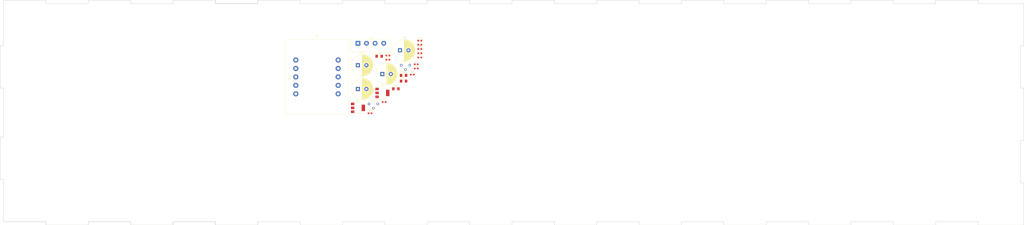
<source format=kicad_pcb>
(kicad_pcb (version 20171130) (host pcbnew "(5.1.2)-1")

  (general
    (thickness 1.6)
    (drawings 133)
    (tracks 0)
    (zones 0)
    (modules 26)
    (nets 14)
  )

  (page A4)
  (layers
    (0 F.Cu signal hide)
    (31 B.Cu signal hide)
    (32 B.Adhes user hide)
    (33 F.Adhes user hide)
    (34 B.Paste user hide)
    (35 F.Paste user hide)
    (36 B.SilkS user hide)
    (37 F.SilkS user hide)
    (38 B.Mask user hide)
    (39 F.Mask user hide)
    (40 Dwgs.User user hide)
    (41 Cmts.User user hide)
    (42 Eco1.User user hide)
    (43 Eco2.User user hide)
    (44 Edge.Cuts user)
    (45 Margin user hide)
    (46 B.CrtYd user hide)
    (47 F.CrtYd user hide)
    (48 B.Fab user hide)
    (49 F.Fab user hide)
  )

  (setup
    (last_trace_width 0.25)
    (trace_clearance 0.2)
    (zone_clearance 0.508)
    (zone_45_only no)
    (trace_min 0.2)
    (via_size 0.8)
    (via_drill 0.4)
    (via_min_size 0.4)
    (via_min_drill 0.3)
    (uvia_size 0.3)
    (uvia_drill 0.1)
    (uvias_allowed no)
    (uvia_min_size 0.2)
    (uvia_min_drill 0.1)
    (edge_width 0.05)
    (segment_width 0.2)
    (pcb_text_width 0.3)
    (pcb_text_size 1.5 1.5)
    (mod_edge_width 0.12)
    (mod_text_size 1 1)
    (mod_text_width 0.15)
    (pad_size 1.524 1.524)
    (pad_drill 0.762)
    (pad_to_mask_clearance 0.051)
    (solder_mask_min_width 0.25)
    (aux_axis_origin 0 0)
    (grid_origin -126.74 27.020001)
    (visible_elements FFFFFF7F)
    (pcbplotparams
      (layerselection 0x010fc_ffffffff)
      (usegerberextensions false)
      (usegerberattributes false)
      (usegerberadvancedattributes false)
      (creategerberjobfile false)
      (excludeedgelayer true)
      (linewidth 0.100000)
      (plotframeref false)
      (viasonmask false)
      (mode 1)
      (useauxorigin false)
      (hpglpennumber 1)
      (hpglpenspeed 20)
      (hpglpendiameter 15.000000)
      (psnegative false)
      (psa4output false)
      (plotreference true)
      (plotvalue true)
      (plotinvisibletext false)
      (padsonsilk false)
      (subtractmaskfromsilk false)
      (outputformat 1)
      (mirror false)
      (drillshape 1)
      (scaleselection 1)
      (outputdirectory ""))
  )

  (net 0 "")
  (net 1 GND)
  (net 2 "Net-(C1-Pad1)")
  (net 3 "Net-(C2-Pad1)")
  (net 4 +12V)
  (net 5 "Net-(C6-Pad2)")
  (net 6 -12V)
  (net 7 "Net-(C10-Pad1)")
  (net 8 "Net-(D2-Pad2)")
  (net 9 "Net-(D2-Pad3)")
  (net 10 "Net-(R1-Pad2)")
  (net 11 "Net-(R6-Pad2)")
  (net 12 vac1)
  (net 13 vac2)

  (net_class Default "This is the default net class."
    (clearance 0.2)
    (trace_width 0.25)
    (via_dia 0.8)
    (via_drill 0.4)
    (uvia_dia 0.3)
    (uvia_drill 0.1)
    (add_net +12V)
    (add_net -12V)
    (add_net GND)
    (add_net "Net-(C1-Pad1)")
    (add_net "Net-(C10-Pad1)")
    (add_net "Net-(C2-Pad1)")
    (add_net "Net-(C6-Pad2)")
    (add_net "Net-(D2-Pad2)")
    (add_net "Net-(D2-Pad3)")
    (add_net "Net-(R1-Pad2)")
    (add_net "Net-(R6-Pad2)")
    (add_net vac1)
    (add_net vac2)
  )

  (module Package_TO_SOT_SMD:SOT-223-3_TabPin2 (layer F.Cu) (tedit 5A02FF57) (tstamp 5CD6211C)
    (at 132.684 90.69)
    (descr "module CMS SOT223 4 pins")
    (tags "CMS SOT")
    (path /5CDB0619)
    (attr smd)
    (fp_text reference U2 (at 0 -4.5) (layer F.SilkS)
      (effects (font (size 1 1) (thickness 0.15)))
    )
    (fp_text value LM337_SOT223 (at 0 4.5) (layer F.Fab)
      (effects (font (size 1 1) (thickness 0.15)))
    )
    (fp_line (start 1.85 -3.35) (end 1.85 3.35) (layer F.Fab) (width 0.1))
    (fp_line (start -1.85 3.35) (end 1.85 3.35) (layer F.Fab) (width 0.1))
    (fp_line (start -4.1 -3.41) (end 1.91 -3.41) (layer F.SilkS) (width 0.12))
    (fp_line (start -0.85 -3.35) (end 1.85 -3.35) (layer F.Fab) (width 0.1))
    (fp_line (start -1.85 3.41) (end 1.91 3.41) (layer F.SilkS) (width 0.12))
    (fp_line (start -1.85 -2.35) (end -1.85 3.35) (layer F.Fab) (width 0.1))
    (fp_line (start -1.85 -2.35) (end -0.85 -3.35) (layer F.Fab) (width 0.1))
    (fp_line (start -4.4 -3.6) (end -4.4 3.6) (layer F.CrtYd) (width 0.05))
    (fp_line (start -4.4 3.6) (end 4.4 3.6) (layer F.CrtYd) (width 0.05))
    (fp_line (start 4.4 3.6) (end 4.4 -3.6) (layer F.CrtYd) (width 0.05))
    (fp_line (start 4.4 -3.6) (end -4.4 -3.6) (layer F.CrtYd) (width 0.05))
    (fp_line (start 1.91 -3.41) (end 1.91 -2.15) (layer F.SilkS) (width 0.12))
    (fp_line (start 1.91 3.41) (end 1.91 2.15) (layer F.SilkS) (width 0.12))
    (fp_text user %R (at 0 0 90) (layer F.Fab)
      (effects (font (size 0.8 0.8) (thickness 0.12)))
    )
    (pad 1 smd rect (at -3.15 -2.3) (size 2 1.5) (layers F.Cu F.Paste F.Mask)
      (net 7 "Net-(C10-Pad1)"))
    (pad 3 smd rect (at -3.15 2.3) (size 2 1.5) (layers F.Cu F.Paste F.Mask)
      (net 6 -12V))
    (pad 2 smd rect (at -3.15 0) (size 2 1.5) (layers F.Cu F.Paste F.Mask)
      (net 5 "Net-(C6-Pad2)"))
    (pad 2 smd rect (at 3.15 0) (size 2 3.8) (layers F.Cu F.Paste F.Mask)
      (net 5 "Net-(C6-Pad2)"))
    (model ${KISYS3DMOD}/Package_TO_SOT_SMD.3dshapes/SOT-223.wrl
      (at (xyz 0 0 0))
      (scale (xyz 1 1 1))
      (rotate (xyz 0 0 0))
    )
  )

  (module Package_TO_SOT_SMD:SOT-223-3_TabPin2 (layer F.Cu) (tedit 5A02FF57) (tstamp 5CD62106)
    (at 147.084 81.86)
    (descr "module CMS SOT223 4 pins")
    (tags "CMS SOT")
    (path /5CDB2ADB)
    (attr smd)
    (fp_text reference U1 (at 0 -4.5) (layer F.SilkS)
      (effects (font (size 1 1) (thickness 0.15)))
    )
    (fp_text value LM317_3PinPackage (at 0 4.5) (layer F.Fab)
      (effects (font (size 1 1) (thickness 0.15)))
    )
    (fp_line (start 1.85 -3.35) (end 1.85 3.35) (layer F.Fab) (width 0.1))
    (fp_line (start -1.85 3.35) (end 1.85 3.35) (layer F.Fab) (width 0.1))
    (fp_line (start -4.1 -3.41) (end 1.91 -3.41) (layer F.SilkS) (width 0.12))
    (fp_line (start -0.85 -3.35) (end 1.85 -3.35) (layer F.Fab) (width 0.1))
    (fp_line (start -1.85 3.41) (end 1.91 3.41) (layer F.SilkS) (width 0.12))
    (fp_line (start -1.85 -2.35) (end -1.85 3.35) (layer F.Fab) (width 0.1))
    (fp_line (start -1.85 -2.35) (end -0.85 -3.35) (layer F.Fab) (width 0.1))
    (fp_line (start -4.4 -3.6) (end -4.4 3.6) (layer F.CrtYd) (width 0.05))
    (fp_line (start -4.4 3.6) (end 4.4 3.6) (layer F.CrtYd) (width 0.05))
    (fp_line (start 4.4 3.6) (end 4.4 -3.6) (layer F.CrtYd) (width 0.05))
    (fp_line (start 4.4 -3.6) (end -4.4 -3.6) (layer F.CrtYd) (width 0.05))
    (fp_line (start 1.91 -3.41) (end 1.91 -2.15) (layer F.SilkS) (width 0.12))
    (fp_line (start 1.91 3.41) (end 1.91 2.15) (layer F.SilkS) (width 0.12))
    (fp_text user %R (at 0 0 90) (layer F.Fab)
      (effects (font (size 0.8 0.8) (thickness 0.12)))
    )
    (pad 1 smd rect (at -3.15 -2.3) (size 2 1.5) (layers F.Cu F.Paste F.Mask)
      (net 2 "Net-(C1-Pad1)"))
    (pad 3 smd rect (at -3.15 2.3) (size 2 1.5) (layers F.Cu F.Paste F.Mask)
      (net 3 "Net-(C2-Pad1)"))
    (pad 2 smd rect (at -3.15 0) (size 2 1.5) (layers F.Cu F.Paste F.Mask)
      (net 4 +12V))
    (pad 2 smd rect (at 3.15 0) (size 2 3.8) (layers F.Cu F.Paste F.Mask)
      (net 4 +12V))
    (model ${KISYS3DMOD}/Package_TO_SOT_SMD.3dshapes/SOT-223.wrl
      (at (xyz 0 0 0))
      (scale (xyz 1 1 1))
      (rotate (xyz 0 0 0))
    )
  )

  (module Transformer_THT:Transformer_CHK_EI42-5VA_2xSec (layer F.Cu) (tedit 5A030845) (tstamp 5CD620F0)
    (at 95.984 82.41)
    (descr "Trafo, Printtrafo, CHK, EI42, 5VA, 2x Sec,")
    (tags "Trafo Printtrafo CHK EI42 5VA 2x Sec ")
    (path /5CDB1766)
    (fp_text reference T1 (at 12.5 -34.13) (layer F.SilkS)
      (effects (font (size 1 1) (thickness 0.15)))
    )
    (fp_text value Transformer_SP_1S (at 14 -10.5 90) (layer F.Fab)
      (effects (font (size 1 1) (thickness 0.15)))
    )
    (fp_line (start 31.12 12.12) (end -6.12 12.12) (layer F.SilkS) (width 0.12))
    (fp_line (start 31.12 12.12) (end 31.12 -32.12) (layer F.SilkS) (width 0.12))
    (fp_line (start -6.12 -32.12) (end -6.12 12.12) (layer F.SilkS) (width 0.12))
    (fp_line (start -6.12 -32.12) (end 31.12 -32.12) (layer F.SilkS) (width 0.12))
    (fp_line (start 31.25 12.25) (end -6.25 12.25) (layer F.CrtYd) (width 0.05))
    (fp_line (start 31.25 12.25) (end 31.25 -32.25) (layer F.CrtYd) (width 0.05))
    (fp_line (start -6.25 -32.25) (end -6.25 12.25) (layer F.CrtYd) (width 0.05))
    (fp_line (start -6.25 -32.25) (end 31.25 -32.25) (layer F.CrtYd) (width 0.05))
    (fp_line (start -6 -32) (end -6 12) (layer F.Fab) (width 0.1))
    (fp_line (start 31 -32) (end -6 -32) (layer F.Fab) (width 0.1))
    (fp_line (start 31 12) (end 31 -32) (layer F.Fab) (width 0.1))
    (fp_line (start -6 12) (end 31 12) (layer F.Fab) (width 0.1))
    (fp_line (start 5.5 0) (end 2.5 0) (layer F.Fab) (width 0.1))
    (fp_line (start 5.5 -20) (end 5.5 0) (layer F.Fab) (width 0.1))
    (fp_line (start 2.5 -20) (end 5.5 -20) (layer F.Fab) (width 0.1))
    (fp_line (start 6.5 0) (end 5.5 0) (layer F.Fab) (width 0.1))
    (fp_line (start 6.5 -20) (end 6.5 0) (layer F.Fab) (width 0.1))
    (fp_line (start 5.5 -20) (end 6.5 -20) (layer F.Fab) (width 0.1))
    (fp_line (start 7.5 0) (end 6.5 0) (layer F.Fab) (width 0.1))
    (fp_line (start 7.5 -20) (end 7.5 0) (layer F.Fab) (width 0.1))
    (fp_line (start 6.5 -20) (end 7.5 -20) (layer F.Fab) (width 0.1))
    (fp_line (start 8.5 0) (end 7.5 0) (layer F.Fab) (width 0.1))
    (fp_line (start 8.5 -20) (end 8.5 0) (layer F.Fab) (width 0.1))
    (fp_line (start 7.5 -20) (end 8.5 -20) (layer F.Fab) (width 0.1))
    (fp_line (start 9.5 0) (end 8.5 0) (layer F.Fab) (width 0.1))
    (fp_line (start 9.5 -20) (end 9.5 0) (layer F.Fab) (width 0.1))
    (fp_line (start 8.5 -20) (end 9.5 -20) (layer F.Fab) (width 0.1))
    (fp_line (start 5.5 -19) (end 9.5 -19) (layer F.Fab) (width 0.1))
    (fp_line (start 5.5 -18) (end 9.5 -18) (layer F.Fab) (width 0.1))
    (fp_line (start 5.5 -17) (end 9.5 -17) (layer F.Fab) (width 0.1))
    (fp_line (start 5.5 -16) (end 9.5 -16) (layer F.Fab) (width 0.1))
    (fp_line (start 5.5 -15) (end 9.5 -15) (layer F.Fab) (width 0.1))
    (fp_line (start 5.5 -14) (end 9.5 -14) (layer F.Fab) (width 0.1))
    (fp_line (start 5.5 -13) (end 9.5 -13) (layer F.Fab) (width 0.1))
    (fp_line (start 5.5 -12) (end 9.5 -12) (layer F.Fab) (width 0.1))
    (fp_line (start 5.5 -11) (end 9.5 -11) (layer F.Fab) (width 0.1))
    (fp_line (start 5.5 -10) (end 9.5 -10) (layer F.Fab) (width 0.1))
    (fp_line (start 5.5 -9) (end 9.5 -9) (layer F.Fab) (width 0.1))
    (fp_line (start 5.5 -8) (end 9.5 -8) (layer F.Fab) (width 0.1))
    (fp_line (start 5.5 -7) (end 9.5 -7) (layer F.Fab) (width 0.1))
    (fp_line (start 5.5 -6) (end 9.5 -6) (layer F.Fab) (width 0.1))
    (fp_line (start 5.5 -5) (end 9.5 -5) (layer F.Fab) (width 0.1))
    (fp_line (start 5.5 -4) (end 9.5 -4) (layer F.Fab) (width 0.1))
    (fp_line (start 5.5 -3) (end 9.5 -3) (layer F.Fab) (width 0.1))
    (fp_line (start 5.5 -2) (end 9.5 -2) (layer F.Fab) (width 0.1))
    (fp_line (start 5.5 -1) (end 9.5 -1) (layer F.Fab) (width 0.1))
    (fp_line (start 19.5 -15) (end 22.5 -15) (layer F.Fab) (width 0.1))
    (fp_line (start 19.5 -20) (end 19.5 -15) (layer F.Fab) (width 0.1))
    (fp_line (start 22.5 -20) (end 19.5 -20) (layer F.Fab) (width 0.1))
    (fp_line (start 18.5 -15) (end 19.5 -15) (layer F.Fab) (width 0.1))
    (fp_line (start 18.5 -20) (end 18.5 -15) (layer F.Fab) (width 0.1))
    (fp_line (start 19.5 -20) (end 18.5 -20) (layer F.Fab) (width 0.1))
    (fp_line (start 17.5 -15) (end 18.5 -15) (layer F.Fab) (width 0.1))
    (fp_line (start 17.5 -20) (end 17.5 -15) (layer F.Fab) (width 0.1))
    (fp_line (start 18.5 -20) (end 17.5 -20) (layer F.Fab) (width 0.1))
    (fp_line (start 16.5 -15) (end 17.5 -15) (layer F.Fab) (width 0.1))
    (fp_line (start 16.5 -20) (end 16.5 -15) (layer F.Fab) (width 0.1))
    (fp_line (start 17.5 -20) (end 16.5 -20) (layer F.Fab) (width 0.1))
    (fp_line (start 15.5 -15) (end 16.5 -15) (layer F.Fab) (width 0.1))
    (fp_line (start 15.5 -20) (end 15.5 -15) (layer F.Fab) (width 0.1))
    (fp_line (start 16.5 -20) (end 15.5 -20) (layer F.Fab) (width 0.1))
    (fp_line (start 15.5 -19) (end 19.5 -19) (layer F.Fab) (width 0.1))
    (fp_line (start 19.5 -18) (end 15.5 -18) (layer F.Fab) (width 0.1))
    (fp_line (start 15.5 -17) (end 19.5 -17) (layer F.Fab) (width 0.1))
    (fp_line (start 19.5 -16) (end 15.5 -16) (layer F.Fab) (width 0.1))
    (fp_line (start 19.5 0) (end 22.5 0) (layer F.Fab) (width 0.1))
    (fp_line (start 19.5 -5) (end 19.5 0) (layer F.Fab) (width 0.1))
    (fp_line (start 22.5 -5) (end 19.5 -5) (layer F.Fab) (width 0.1))
    (fp_line (start 18.5 0) (end 19.5 0) (layer F.Fab) (width 0.1))
    (fp_line (start 18.5 -5) (end 18.5 0) (layer F.Fab) (width 0.1))
    (fp_line (start 19.5 -5) (end 18.5 -5) (layer F.Fab) (width 0.1))
    (fp_line (start 17.5 0) (end 18.5 0) (layer F.Fab) (width 0.1))
    (fp_line (start 17.5 -5) (end 17.5 0) (layer F.Fab) (width 0.1))
    (fp_line (start 18.5 -5) (end 17.5 -5) (layer F.Fab) (width 0.1))
    (fp_line (start 16.5 0) (end 17.5 0) (layer F.Fab) (width 0.1))
    (fp_line (start 16.5 -5) (end 16.5 0) (layer F.Fab) (width 0.1))
    (fp_line (start 17.5 -5) (end 16.5 -5) (layer F.Fab) (width 0.1))
    (fp_line (start 15.5 0) (end 16.5 0) (layer F.Fab) (width 0.1))
    (fp_line (start 15.5 -5) (end 15.5 0) (layer F.Fab) (width 0.1))
    (fp_line (start 16.5 -5) (end 15.5 -5) (layer F.Fab) (width 0.1))
    (fp_line (start 15.5 -4) (end 19.5 -4) (layer F.Fab) (width 0.1))
    (fp_line (start 15.5 -3) (end 19.5 -3) (layer F.Fab) (width 0.1))
    (fp_line (start 15.5 -2) (end 19.5 -2) (layer F.Fab) (width 0.1))
    (fp_line (start 15.5 -1) (end 19.5 -1) (layer F.Fab) (width 0.1))
    (fp_text user %R (at 12 -10 90) (layer F.Fab)
      (effects (font (size 1 1) (thickness 0.15)))
    )
    (fp_text user 1 (at 0 4) (layer F.SilkS)
      (effects (font (size 1 1) (thickness 0.15)))
    )
    (fp_text user 5 (at 0 -23) (layer F.Fab)
      (effects (font (size 1 1) (thickness 0.15)))
    )
    (fp_text user 6 (at 20.5 -21) (layer F.Fab)
      (effects (font (size 1 1) (thickness 0.15)))
    )
    (fp_text user 9 (at 20.5 -6) (layer F.Fab)
      (effects (font (size 1 1) (thickness 0.15)))
    )
    (fp_text user 7 (at 20.5 -13) (layer F.Fab)
      (effects (font (size 1 1) (thickness 0.15)))
    )
    (fp_text user 10 (at 20.5 2) (layer F.Fab)
      (effects (font (size 1 1) (thickness 0.15)))
    )
    (fp_text user Pri (at -3.5 -10 90) (layer F.SilkS)
      (effects (font (size 1 1) (thickness 0.15)))
    )
    (fp_text user Sec-I (at 28.5 -18 90) (layer F.Fab)
      (effects (font (size 1 1) (thickness 0.15)))
    )
    (fp_text user Sec-II (at 28.5 -2 90) (layer F.Fab)
      (effects (font (size 1 1) (thickness 0.15)))
    )
    (pad 10 thru_hole circle (at 25 0) (size 3 3) (drill 1.5) (layers *.Cu *.Mask))
    (pad 9 thru_hole circle (at 25 -5) (size 3 3) (drill 1.5) (layers *.Cu *.Mask))
    (pad 8 thru_hole circle (at 25 -10) (size 3 3) (drill 1.5) (layers *.Cu *.Mask))
    (pad 7 thru_hole circle (at 25 -15) (size 3 3) (drill 1.5) (layers *.Cu *.Mask))
    (pad 6 thru_hole circle (at 25 -20) (size 3 3) (drill 1.5) (layers *.Cu *.Mask))
    (pad 5 thru_hole circle (at 0 -20) (size 3 3) (drill 1.5) (layers *.Cu *.Mask)
      (net 12 vac1))
    (pad 4 thru_hole circle (at 0 -15) (size 3 3) (drill 1.5) (layers *.Cu *.Mask)
      (net 13 vac2))
    (pad 3 thru_hole circle (at 0 -10) (size 3 3) (drill 1.5) (layers *.Cu *.Mask)
      (net 8 "Net-(D2-Pad2)"))
    (pad 2 thru_hole circle (at 0 -5) (size 3 3) (drill 1.5) (layers *.Cu *.Mask)
      (net 1 GND))
    (pad 1 thru_hole circle (at 0 0) (size 3 3) (drill 1.5) (layers *.Cu *.Mask)
      (net 9 "Net-(D2-Pad3)"))
    (model ${KISYS3DMOD}/Transformer_THT.3dshapes/Transformer_CHK_EI42-5VA_2xSec.wrl
      (at (xyz 0 0 0))
      (scale (xyz 1 1 1))
      (rotate (xyz 0 0 0))
    )
  )

  (module Potentiometer_THT:Potentiometer_Bourns_3266W_Vertical (layer F.Cu) (tedit 5A3D4994) (tstamp 5CD62084)
    (at 144.284 88.39)
    (descr "Potentiometer, vertical, Bourns 3266W, https://www.bourns.com/docs/Product-Datasheets/3266.pdf")
    (tags "Potentiometer vertical Bourns 3266W")
    (path /5CDAF29E)
    (fp_text reference RV2 (at -2.54 -2.27) (layer F.SilkS)
      (effects (font (size 1 1) (thickness 0.15)))
    )
    (fp_text value R_POT_TRIM_US (at -2.54 4.73) (layer F.Fab)
      (effects (font (size 1 1) (thickness 0.15)))
    )
    (fp_text user %R (at -3.175 1.23) (layer F.Fab)
      (effects (font (size 0.91 0.91) (thickness 0.15)))
    )
    (fp_line (start 1.1 -1.3) (end -6.15 -1.3) (layer F.CrtYd) (width 0.05))
    (fp_line (start 1.1 3.75) (end 1.1 -1.3) (layer F.CrtYd) (width 0.05))
    (fp_line (start -6.15 3.75) (end 1.1 3.75) (layer F.CrtYd) (width 0.05))
    (fp_line (start -6.15 -1.3) (end -6.15 3.75) (layer F.CrtYd) (width 0.05))
    (fp_line (start 0.935 0.495) (end 0.935 3.6) (layer F.SilkS) (width 0.12))
    (fp_line (start 0.935 -1.14) (end 0.935 -0.495) (layer F.SilkS) (width 0.12))
    (fp_line (start -6.015 0.495) (end -6.015 3.6) (layer F.SilkS) (width 0.12))
    (fp_line (start -6.015 -1.14) (end -6.015 -0.495) (layer F.SilkS) (width 0.12))
    (fp_line (start -6.015 3.6) (end 0.935 3.6) (layer F.SilkS) (width 0.12))
    (fp_line (start -6.015 -1.14) (end 0.935 -1.14) (layer F.SilkS) (width 0.12))
    (fp_line (start -0.455 3.092) (end -0.454 1.329) (layer F.Fab) (width 0.1))
    (fp_line (start -0.455 3.092) (end -0.454 1.329) (layer F.Fab) (width 0.1))
    (fp_line (start 0.815 -1.02) (end -5.895 -1.02) (layer F.Fab) (width 0.1))
    (fp_line (start 0.815 3.48) (end 0.815 -1.02) (layer F.Fab) (width 0.1))
    (fp_line (start -5.895 3.48) (end 0.815 3.48) (layer F.Fab) (width 0.1))
    (fp_line (start -5.895 -1.02) (end -5.895 3.48) (layer F.Fab) (width 0.1))
    (fp_circle (center -0.455 2.21) (end 0.435 2.21) (layer F.Fab) (width 0.1))
    (pad 3 thru_hole circle (at -5.08 0) (size 1.44 1.44) (drill 0.8) (layers *.Cu *.Mask)
      (net 1 GND))
    (pad 2 thru_hole circle (at -2.54 2.54) (size 1.44 1.44) (drill 0.8) (layers *.Cu *.Mask)
      (net 11 "Net-(R6-Pad2)"))
    (pad 1 thru_hole circle (at 0 0) (size 1.44 1.44) (drill 0.8) (layers *.Cu *.Mask)
      (net 11 "Net-(R6-Pad2)"))
    (model ${KISYS3DMOD}/Potentiometer_THT.3dshapes/Potentiometer_Bourns_3266W_Vertical.wrl
      (at (xyz 0 0 0))
      (scale (xyz 1 1 1))
      (rotate (xyz 0 0 0))
    )
  )

  (module Potentiometer_THT:Potentiometer_Bourns_3266W_Vertical (layer F.Cu) (tedit 5A3D4994) (tstamp 5CD6206B)
    (at 163.234 65.51)
    (descr "Potentiometer, vertical, Bourns 3266W, https://www.bourns.com/docs/Product-Datasheets/3266.pdf")
    (tags "Potentiometer vertical Bourns 3266W")
    (path /5CE6CB6A)
    (fp_text reference RV1 (at -2.54 -2.27) (layer F.SilkS)
      (effects (font (size 1 1) (thickness 0.15)))
    )
    (fp_text value R_POT_TRIM_US (at -2.54 4.73) (layer F.Fab)
      (effects (font (size 1 1) (thickness 0.15)))
    )
    (fp_text user %R (at -3.175 1.23) (layer F.Fab)
      (effects (font (size 0.91 0.91) (thickness 0.15)))
    )
    (fp_line (start 1.1 -1.3) (end -6.15 -1.3) (layer F.CrtYd) (width 0.05))
    (fp_line (start 1.1 3.75) (end 1.1 -1.3) (layer F.CrtYd) (width 0.05))
    (fp_line (start -6.15 3.75) (end 1.1 3.75) (layer F.CrtYd) (width 0.05))
    (fp_line (start -6.15 -1.3) (end -6.15 3.75) (layer F.CrtYd) (width 0.05))
    (fp_line (start 0.935 0.495) (end 0.935 3.6) (layer F.SilkS) (width 0.12))
    (fp_line (start 0.935 -1.14) (end 0.935 -0.495) (layer F.SilkS) (width 0.12))
    (fp_line (start -6.015 0.495) (end -6.015 3.6) (layer F.SilkS) (width 0.12))
    (fp_line (start -6.015 -1.14) (end -6.015 -0.495) (layer F.SilkS) (width 0.12))
    (fp_line (start -6.015 3.6) (end 0.935 3.6) (layer F.SilkS) (width 0.12))
    (fp_line (start -6.015 -1.14) (end 0.935 -1.14) (layer F.SilkS) (width 0.12))
    (fp_line (start -0.455 3.092) (end -0.454 1.329) (layer F.Fab) (width 0.1))
    (fp_line (start -0.455 3.092) (end -0.454 1.329) (layer F.Fab) (width 0.1))
    (fp_line (start 0.815 -1.02) (end -5.895 -1.02) (layer F.Fab) (width 0.1))
    (fp_line (start 0.815 3.48) (end 0.815 -1.02) (layer F.Fab) (width 0.1))
    (fp_line (start -5.895 3.48) (end 0.815 3.48) (layer F.Fab) (width 0.1))
    (fp_line (start -5.895 -1.02) (end -5.895 3.48) (layer F.Fab) (width 0.1))
    (fp_circle (center -0.455 2.21) (end 0.435 2.21) (layer F.Fab) (width 0.1))
    (pad 3 thru_hole circle (at -5.08 0) (size 1.44 1.44) (drill 0.8) (layers *.Cu *.Mask)
      (net 1 GND))
    (pad 2 thru_hole circle (at -2.54 2.54) (size 1.44 1.44) (drill 0.8) (layers *.Cu *.Mask)
      (net 10 "Net-(R1-Pad2)"))
    (pad 1 thru_hole circle (at 0 0) (size 1.44 1.44) (drill 0.8) (layers *.Cu *.Mask)
      (net 10 "Net-(R1-Pad2)"))
    (model ${KISYS3DMOD}/Potentiometer_THT.3dshapes/Potentiometer_Bourns_3266W_Vertical.wrl
      (at (xyz 0 0 0))
      (scale (xyz 1 1 1))
      (rotate (xyz 0 0 0))
    )
  )

  (module Resistor_SMD:R_0603_1608Metric_Pad1.05x0.95mm_HandSolder (layer F.Cu) (tedit 5B301BBD) (tstamp 5CD62052)
    (at 164.724 71.04)
    (descr "Resistor SMD 0603 (1608 Metric), square (rectangular) end terminal, IPC_7351 nominal with elongated pad for handsoldering. (Body size source: http://www.tortai-tech.com/upload/download/2011102023233369053.pdf), generated with kicad-footprint-generator")
    (tags "resistor handsolder")
    (path /5CE23430)
    (attr smd)
    (fp_text reference R6 (at 0 -1.43) (layer F.SilkS)
      (effects (font (size 1 1) (thickness 0.15)))
    )
    (fp_text value R_US (at 0 1.43) (layer F.Fab)
      (effects (font (size 1 1) (thickness 0.15)))
    )
    (fp_text user %R (at 0 0) (layer F.Fab)
      (effects (font (size 0.4 0.4) (thickness 0.06)))
    )
    (fp_line (start 1.65 0.73) (end -1.65 0.73) (layer F.CrtYd) (width 0.05))
    (fp_line (start 1.65 -0.73) (end 1.65 0.73) (layer F.CrtYd) (width 0.05))
    (fp_line (start -1.65 -0.73) (end 1.65 -0.73) (layer F.CrtYd) (width 0.05))
    (fp_line (start -1.65 0.73) (end -1.65 -0.73) (layer F.CrtYd) (width 0.05))
    (fp_line (start -0.171267 0.51) (end 0.171267 0.51) (layer F.SilkS) (width 0.12))
    (fp_line (start -0.171267 -0.51) (end 0.171267 -0.51) (layer F.SilkS) (width 0.12))
    (fp_line (start 0.8 0.4) (end -0.8 0.4) (layer F.Fab) (width 0.1))
    (fp_line (start 0.8 -0.4) (end 0.8 0.4) (layer F.Fab) (width 0.1))
    (fp_line (start -0.8 -0.4) (end 0.8 -0.4) (layer F.Fab) (width 0.1))
    (fp_line (start -0.8 0.4) (end -0.8 -0.4) (layer F.Fab) (width 0.1))
    (pad 2 smd roundrect (at 0.875 0) (size 1.05 0.95) (layers F.Cu F.Paste F.Mask) (roundrect_rratio 0.25)
      (net 11 "Net-(R6-Pad2)"))
    (pad 1 smd roundrect (at -0.875 0) (size 1.05 0.95) (layers F.Cu F.Paste F.Mask) (roundrect_rratio 0.25)
      (net 7 "Net-(C10-Pad1)"))
    (model ${KISYS3DMOD}/Resistor_SMD.3dshapes/R_0603_1608Metric.wrl
      (at (xyz 0 0 0))
      (scale (xyz 1 1 1))
      (rotate (xyz 0 0 0))
    )
  )

  (module Resistor_SMD:R_0603_1608Metric_Pad1.05x0.95mm_HandSolder (layer F.Cu) (tedit 5B301BBD) (tstamp 5CD62041)
    (at 167.034 67.45)
    (descr "Resistor SMD 0603 (1608 Metric), square (rectangular) end terminal, IPC_7351 nominal with elongated pad for handsoldering. (Body size source: http://www.tortai-tech.com/upload/download/2011102023233369053.pdf), generated with kicad-footprint-generator")
    (tags "resistor handsolder")
    (path /5CE38609)
    (attr smd)
    (fp_text reference R5 (at 0 -1.43) (layer F.SilkS)
      (effects (font (size 1 1) (thickness 0.15)))
    )
    (fp_text value R_US (at 0 1.43) (layer F.Fab)
      (effects (font (size 1 1) (thickness 0.15)))
    )
    (fp_text user %R (at 0 0) (layer F.Fab)
      (effects (font (size 0.4 0.4) (thickness 0.06)))
    )
    (fp_line (start 1.65 0.73) (end -1.65 0.73) (layer F.CrtYd) (width 0.05))
    (fp_line (start 1.65 -0.73) (end 1.65 0.73) (layer F.CrtYd) (width 0.05))
    (fp_line (start -1.65 -0.73) (end 1.65 -0.73) (layer F.CrtYd) (width 0.05))
    (fp_line (start -1.65 0.73) (end -1.65 -0.73) (layer F.CrtYd) (width 0.05))
    (fp_line (start -0.171267 0.51) (end 0.171267 0.51) (layer F.SilkS) (width 0.12))
    (fp_line (start -0.171267 -0.51) (end 0.171267 -0.51) (layer F.SilkS) (width 0.12))
    (fp_line (start 0.8 0.4) (end -0.8 0.4) (layer F.Fab) (width 0.1))
    (fp_line (start 0.8 -0.4) (end 0.8 0.4) (layer F.Fab) (width 0.1))
    (fp_line (start -0.8 -0.4) (end 0.8 -0.4) (layer F.Fab) (width 0.1))
    (fp_line (start -0.8 0.4) (end -0.8 -0.4) (layer F.Fab) (width 0.1))
    (pad 2 smd roundrect (at 0.875 0) (size 1.05 0.95) (layers F.Cu F.Paste F.Mask) (roundrect_rratio 0.25)
      (net 1 GND))
    (pad 1 smd roundrect (at -0.875 0) (size 1.05 0.95) (layers F.Cu F.Paste F.Mask) (roundrect_rratio 0.25)
      (net 6 -12V))
    (model ${KISYS3DMOD}/Resistor_SMD.3dshapes/R_0603_1608Metric.wrl
      (at (xyz 0 0 0))
      (scale (xyz 1 1 1))
      (rotate (xyz 0 0 0))
    )
  )

  (module Resistor_SMD:R_0603_1608Metric_Pad1.05x0.95mm_HandSolder (layer F.Cu) (tedit 5B301BBD) (tstamp 5CD62030)
    (at 148.084 87.24)
    (descr "Resistor SMD 0603 (1608 Metric), square (rectangular) end terminal, IPC_7351 nominal with elongated pad for handsoldering. (Body size source: http://www.tortai-tech.com/upload/download/2011102023233369053.pdf), generated with kicad-footprint-generator")
    (tags "resistor handsolder")
    (path /5CE3495B)
    (attr smd)
    (fp_text reference R4 (at 0 -1.43) (layer F.SilkS)
      (effects (font (size 1 1) (thickness 0.15)))
    )
    (fp_text value R_US (at 0 1.43) (layer F.Fab)
      (effects (font (size 1 1) (thickness 0.15)))
    )
    (fp_text user %R (at 0 0) (layer F.Fab)
      (effects (font (size 0.4 0.4) (thickness 0.06)))
    )
    (fp_line (start 1.65 0.73) (end -1.65 0.73) (layer F.CrtYd) (width 0.05))
    (fp_line (start 1.65 -0.73) (end 1.65 0.73) (layer F.CrtYd) (width 0.05))
    (fp_line (start -1.65 -0.73) (end 1.65 -0.73) (layer F.CrtYd) (width 0.05))
    (fp_line (start -1.65 0.73) (end -1.65 -0.73) (layer F.CrtYd) (width 0.05))
    (fp_line (start -0.171267 0.51) (end 0.171267 0.51) (layer F.SilkS) (width 0.12))
    (fp_line (start -0.171267 -0.51) (end 0.171267 -0.51) (layer F.SilkS) (width 0.12))
    (fp_line (start 0.8 0.4) (end -0.8 0.4) (layer F.Fab) (width 0.1))
    (fp_line (start 0.8 -0.4) (end 0.8 0.4) (layer F.Fab) (width 0.1))
    (fp_line (start -0.8 -0.4) (end 0.8 -0.4) (layer F.Fab) (width 0.1))
    (fp_line (start -0.8 0.4) (end -0.8 -0.4) (layer F.Fab) (width 0.1))
    (pad 2 smd roundrect (at 0.875 0) (size 1.05 0.95) (layers F.Cu F.Paste F.Mask) (roundrect_rratio 0.25)
      (net 7 "Net-(C10-Pad1)"))
    (pad 1 smd roundrect (at -0.875 0) (size 1.05 0.95) (layers F.Cu F.Paste F.Mask) (roundrect_rratio 0.25)
      (net 6 -12V))
    (model ${KISYS3DMOD}/Resistor_SMD.3dshapes/R_0603_1608Metric.wrl
      (at (xyz 0 0 0))
      (scale (xyz 1 1 1))
      (rotate (xyz 0 0 0))
    )
  )

  (module Resistor_SMD:R_0603_1608Metric_Pad1.05x0.95mm_HandSolder (layer F.Cu) (tedit 5B301BBD) (tstamp 5CD6201F)
    (at 139.784 93.92)
    (descr "Resistor SMD 0603 (1608 Metric), square (rectangular) end terminal, IPC_7351 nominal with elongated pad for handsoldering. (Body size source: http://www.tortai-tech.com/upload/download/2011102023233369053.pdf), generated with kicad-footprint-generator")
    (tags "resistor handsolder")
    (path /5CE6CBAC)
    (attr smd)
    (fp_text reference R3 (at 0 -1.43) (layer F.SilkS)
      (effects (font (size 1 1) (thickness 0.15)))
    )
    (fp_text value R_US (at 0 1.43) (layer F.Fab)
      (effects (font (size 1 1) (thickness 0.15)))
    )
    (fp_text user %R (at 0 0) (layer F.Fab)
      (effects (font (size 0.4 0.4) (thickness 0.06)))
    )
    (fp_line (start 1.65 0.73) (end -1.65 0.73) (layer F.CrtYd) (width 0.05))
    (fp_line (start 1.65 -0.73) (end 1.65 0.73) (layer F.CrtYd) (width 0.05))
    (fp_line (start -1.65 -0.73) (end 1.65 -0.73) (layer F.CrtYd) (width 0.05))
    (fp_line (start -1.65 0.73) (end -1.65 -0.73) (layer F.CrtYd) (width 0.05))
    (fp_line (start -0.171267 0.51) (end 0.171267 0.51) (layer F.SilkS) (width 0.12))
    (fp_line (start -0.171267 -0.51) (end 0.171267 -0.51) (layer F.SilkS) (width 0.12))
    (fp_line (start 0.8 0.4) (end -0.8 0.4) (layer F.Fab) (width 0.1))
    (fp_line (start 0.8 -0.4) (end 0.8 0.4) (layer F.Fab) (width 0.1))
    (fp_line (start -0.8 -0.4) (end 0.8 -0.4) (layer F.Fab) (width 0.1))
    (fp_line (start -0.8 0.4) (end -0.8 -0.4) (layer F.Fab) (width 0.1))
    (pad 2 smd roundrect (at 0.875 0) (size 1.05 0.95) (layers F.Cu F.Paste F.Mask) (roundrect_rratio 0.25)
      (net 1 GND))
    (pad 1 smd roundrect (at -0.875 0) (size 1.05 0.95) (layers F.Cu F.Paste F.Mask) (roundrect_rratio 0.25)
      (net 4 +12V))
    (model ${KISYS3DMOD}/Resistor_SMD.3dshapes/R_0603_1608Metric.wrl
      (at (xyz 0 0 0))
      (scale (xyz 1 1 1))
      (rotate (xyz 0 0 0))
    )
  )

  (module Resistor_SMD:R_0603_1608Metric_Pad1.05x0.95mm_HandSolder (layer F.Cu) (tedit 5B301BBD) (tstamp 5CD6200E)
    (at 167.034 64.94)
    (descr "Resistor SMD 0603 (1608 Metric), square (rectangular) end terminal, IPC_7351 nominal with elongated pad for handsoldering. (Body size source: http://www.tortai-tech.com/upload/download/2011102023233369053.pdf), generated with kicad-footprint-generator")
    (tags "resistor handsolder")
    (path /5CE6CBA0)
    (attr smd)
    (fp_text reference R2 (at 0 -1.43) (layer F.SilkS)
      (effects (font (size 1 1) (thickness 0.15)))
    )
    (fp_text value R_US (at 0 1.43) (layer F.Fab)
      (effects (font (size 1 1) (thickness 0.15)))
    )
    (fp_text user %R (at 0 0) (layer F.Fab)
      (effects (font (size 0.4 0.4) (thickness 0.06)))
    )
    (fp_line (start 1.65 0.73) (end -1.65 0.73) (layer F.CrtYd) (width 0.05))
    (fp_line (start 1.65 -0.73) (end 1.65 0.73) (layer F.CrtYd) (width 0.05))
    (fp_line (start -1.65 -0.73) (end 1.65 -0.73) (layer F.CrtYd) (width 0.05))
    (fp_line (start -1.65 0.73) (end -1.65 -0.73) (layer F.CrtYd) (width 0.05))
    (fp_line (start -0.171267 0.51) (end 0.171267 0.51) (layer F.SilkS) (width 0.12))
    (fp_line (start -0.171267 -0.51) (end 0.171267 -0.51) (layer F.SilkS) (width 0.12))
    (fp_line (start 0.8 0.4) (end -0.8 0.4) (layer F.Fab) (width 0.1))
    (fp_line (start 0.8 -0.4) (end 0.8 0.4) (layer F.Fab) (width 0.1))
    (fp_line (start -0.8 -0.4) (end 0.8 -0.4) (layer F.Fab) (width 0.1))
    (fp_line (start -0.8 0.4) (end -0.8 -0.4) (layer F.Fab) (width 0.1))
    (pad 2 smd roundrect (at 0.875 0) (size 1.05 0.95) (layers F.Cu F.Paste F.Mask) (roundrect_rratio 0.25)
      (net 2 "Net-(C1-Pad1)"))
    (pad 1 smd roundrect (at -0.875 0) (size 1.05 0.95) (layers F.Cu F.Paste F.Mask) (roundrect_rratio 0.25)
      (net 4 +12V))
    (model ${KISYS3DMOD}/Resistor_SMD.3dshapes/R_0603_1608Metric.wrl
      (at (xyz 0 0 0))
      (scale (xyz 1 1 1))
      (rotate (xyz 0 0 0))
    )
  )

  (module Resistor_SMD:R_0603_1608Metric_Pad1.05x0.95mm_HandSolder (layer F.Cu) (tedit 5B301BBD) (tstamp 5CD61FFD)
    (at 169.164 60.93)
    (descr "Resistor SMD 0603 (1608 Metric), square (rectangular) end terminal, IPC_7351 nominal with elongated pad for handsoldering. (Body size source: http://www.tortai-tech.com/upload/download/2011102023233369053.pdf), generated with kicad-footprint-generator")
    (tags "resistor handsolder")
    (path /5CE6CB83)
    (attr smd)
    (fp_text reference R1 (at 0 -1.43) (layer F.SilkS)
      (effects (font (size 1 1) (thickness 0.15)))
    )
    (fp_text value R_US (at 0 1.43) (layer F.Fab)
      (effects (font (size 1 1) (thickness 0.15)))
    )
    (fp_text user %R (at 0 0) (layer F.Fab)
      (effects (font (size 0.4 0.4) (thickness 0.06)))
    )
    (fp_line (start 1.65 0.73) (end -1.65 0.73) (layer F.CrtYd) (width 0.05))
    (fp_line (start 1.65 -0.73) (end 1.65 0.73) (layer F.CrtYd) (width 0.05))
    (fp_line (start -1.65 -0.73) (end 1.65 -0.73) (layer F.CrtYd) (width 0.05))
    (fp_line (start -1.65 0.73) (end -1.65 -0.73) (layer F.CrtYd) (width 0.05))
    (fp_line (start -0.171267 0.51) (end 0.171267 0.51) (layer F.SilkS) (width 0.12))
    (fp_line (start -0.171267 -0.51) (end 0.171267 -0.51) (layer F.SilkS) (width 0.12))
    (fp_line (start 0.8 0.4) (end -0.8 0.4) (layer F.Fab) (width 0.1))
    (fp_line (start 0.8 -0.4) (end 0.8 0.4) (layer F.Fab) (width 0.1))
    (fp_line (start -0.8 -0.4) (end 0.8 -0.4) (layer F.Fab) (width 0.1))
    (fp_line (start -0.8 0.4) (end -0.8 -0.4) (layer F.Fab) (width 0.1))
    (pad 2 smd roundrect (at 0.875 0) (size 1.05 0.95) (layers F.Cu F.Paste F.Mask) (roundrect_rratio 0.25)
      (net 10 "Net-(R1-Pad2)"))
    (pad 1 smd roundrect (at -0.875 0) (size 1.05 0.95) (layers F.Cu F.Paste F.Mask) (roundrect_rratio 0.25)
      (net 2 "Net-(C1-Pad1)"))
    (model ${KISYS3DMOD}/Resistor_SMD.3dshapes/R_0603_1608Metric.wrl
      (at (xyz 0 0 0))
      (scale (xyz 1 1 1))
      (rotate (xyz 0 0 0))
    )
  )

  (module Diode_SMD:D_1206_3216Metric_Pad1.42x1.75mm_HandSolder (layer F.Cu) (tedit 5B4B45C8) (tstamp 5CD61FEC)
    (at 159.579 71.48)
    (descr "Diode SMD 1206 (3216 Metric), square (rectangular) end terminal, IPC_7351 nominal, (Body size source: http://www.tortai-tech.com/upload/download/2011102023233369053.pdf), generated with kicad-footprint-generator")
    (tags "diode handsolder")
    (path /5CE186FE)
    (attr smd)
    (fp_text reference D5 (at 0 -1.82) (layer F.SilkS)
      (effects (font (size 1 1) (thickness 0.15)))
    )
    (fp_text value D_ALT (at 0 1.82) (layer F.Fab)
      (effects (font (size 1 1) (thickness 0.15)))
    )
    (fp_text user %R (at 0 0) (layer F.Fab)
      (effects (font (size 0.8 0.8) (thickness 0.12)))
    )
    (fp_line (start 2.45 1.12) (end -2.45 1.12) (layer F.CrtYd) (width 0.05))
    (fp_line (start 2.45 -1.12) (end 2.45 1.12) (layer F.CrtYd) (width 0.05))
    (fp_line (start -2.45 -1.12) (end 2.45 -1.12) (layer F.CrtYd) (width 0.05))
    (fp_line (start -2.45 1.12) (end -2.45 -1.12) (layer F.CrtYd) (width 0.05))
    (fp_line (start -2.46 1.135) (end 1.6 1.135) (layer F.SilkS) (width 0.12))
    (fp_line (start -2.46 -1.135) (end -2.46 1.135) (layer F.SilkS) (width 0.12))
    (fp_line (start 1.6 -1.135) (end -2.46 -1.135) (layer F.SilkS) (width 0.12))
    (fp_line (start 1.6 0.8) (end 1.6 -0.8) (layer F.Fab) (width 0.1))
    (fp_line (start -1.6 0.8) (end 1.6 0.8) (layer F.Fab) (width 0.1))
    (fp_line (start -1.6 -0.4) (end -1.6 0.8) (layer F.Fab) (width 0.1))
    (fp_line (start -1.2 -0.8) (end -1.6 -0.4) (layer F.Fab) (width 0.1))
    (fp_line (start 1.6 -0.8) (end -1.2 -0.8) (layer F.Fab) (width 0.1))
    (pad 2 smd roundrect (at 1.4875 0) (size 1.425 1.75) (layers F.Cu F.Paste F.Mask) (roundrect_rratio 0.175439)
      (net 6 -12V))
    (pad 1 smd roundrect (at -1.4875 0) (size 1.425 1.75) (layers F.Cu F.Paste F.Mask) (roundrect_rratio 0.175439)
      (net 7 "Net-(C10-Pad1)"))
    (model ${KISYS3DMOD}/Diode_SMD.3dshapes/D_1206_3216Metric.wrl
      (at (xyz 0 0 0))
      (scale (xyz 1 1 1))
      (rotate (xyz 0 0 0))
    )
  )

  (module Diode_SMD:D_1206_3216Metric_Pad1.42x1.75mm_HandSolder (layer F.Cu) (tedit 5B4B45C8) (tstamp 5CD61FD9)
    (at 145.179 60.16)
    (descr "Diode SMD 1206 (3216 Metric), square (rectangular) end terminal, IPC_7351 nominal, (Body size source: http://www.tortai-tech.com/upload/download/2011102023233369053.pdf), generated with kicad-footprint-generator")
    (tags "diode handsolder")
    (path /5CE6CB77)
    (attr smd)
    (fp_text reference D4 (at 0 -1.82) (layer F.SilkS)
      (effects (font (size 1 1) (thickness 0.15)))
    )
    (fp_text value D_ALT (at 0 1.82) (layer F.Fab)
      (effects (font (size 1 1) (thickness 0.15)))
    )
    (fp_text user %R (at 0 0) (layer F.Fab)
      (effects (font (size 0.8 0.8) (thickness 0.12)))
    )
    (fp_line (start 2.45 1.12) (end -2.45 1.12) (layer F.CrtYd) (width 0.05))
    (fp_line (start 2.45 -1.12) (end 2.45 1.12) (layer F.CrtYd) (width 0.05))
    (fp_line (start -2.45 -1.12) (end 2.45 -1.12) (layer F.CrtYd) (width 0.05))
    (fp_line (start -2.45 1.12) (end -2.45 -1.12) (layer F.CrtYd) (width 0.05))
    (fp_line (start -2.46 1.135) (end 1.6 1.135) (layer F.SilkS) (width 0.12))
    (fp_line (start -2.46 -1.135) (end -2.46 1.135) (layer F.SilkS) (width 0.12))
    (fp_line (start 1.6 -1.135) (end -2.46 -1.135) (layer F.SilkS) (width 0.12))
    (fp_line (start 1.6 0.8) (end 1.6 -0.8) (layer F.Fab) (width 0.1))
    (fp_line (start -1.6 0.8) (end 1.6 0.8) (layer F.Fab) (width 0.1))
    (fp_line (start -1.6 -0.4) (end -1.6 0.8) (layer F.Fab) (width 0.1))
    (fp_line (start -1.2 -0.8) (end -1.6 -0.4) (layer F.Fab) (width 0.1))
    (fp_line (start 1.6 -0.8) (end -1.2 -0.8) (layer F.Fab) (width 0.1))
    (pad 2 smd roundrect (at 1.4875 0) (size 1.425 1.75) (layers F.Cu F.Paste F.Mask) (roundrect_rratio 0.175439)
      (net 3 "Net-(C2-Pad1)"))
    (pad 1 smd roundrect (at -1.4875 0) (size 1.425 1.75) (layers F.Cu F.Paste F.Mask) (roundrect_rratio 0.175439)
      (net 4 +12V))
    (model ${KISYS3DMOD}/Diode_SMD.3dshapes/D_1206_3216Metric.wrl
      (at (xyz 0 0 0))
      (scale (xyz 1 1 1))
      (rotate (xyz 0 0 0))
    )
  )

  (module Diode_SMD:D_1206_3216Metric_Pad1.42x1.75mm_HandSolder (layer F.Cu) (tedit 5B4B45C8) (tstamp 5CD61FC6)
    (at 155.029 79.43)
    (descr "Diode SMD 1206 (3216 Metric), square (rectangular) end terminal, IPC_7351 nominal, (Body size source: http://www.tortai-tech.com/upload/download/2011102023233369053.pdf), generated with kicad-footprint-generator")
    (tags "diode handsolder")
    (path /5CE16C67)
    (attr smd)
    (fp_text reference D3 (at 0 -1.82) (layer F.SilkS)
      (effects (font (size 1 1) (thickness 0.15)))
    )
    (fp_text value D_ALT (at 0 1.82) (layer F.Fab)
      (effects (font (size 1 1) (thickness 0.15)))
    )
    (fp_text user %R (at 0 0) (layer F.Fab)
      (effects (font (size 0.8 0.8) (thickness 0.12)))
    )
    (fp_line (start 2.45 1.12) (end -2.45 1.12) (layer F.CrtYd) (width 0.05))
    (fp_line (start 2.45 -1.12) (end 2.45 1.12) (layer F.CrtYd) (width 0.05))
    (fp_line (start -2.45 -1.12) (end 2.45 -1.12) (layer F.CrtYd) (width 0.05))
    (fp_line (start -2.45 1.12) (end -2.45 -1.12) (layer F.CrtYd) (width 0.05))
    (fp_line (start -2.46 1.135) (end 1.6 1.135) (layer F.SilkS) (width 0.12))
    (fp_line (start -2.46 -1.135) (end -2.46 1.135) (layer F.SilkS) (width 0.12))
    (fp_line (start 1.6 -1.135) (end -2.46 -1.135) (layer F.SilkS) (width 0.12))
    (fp_line (start 1.6 0.8) (end 1.6 -0.8) (layer F.Fab) (width 0.1))
    (fp_line (start -1.6 0.8) (end 1.6 0.8) (layer F.Fab) (width 0.1))
    (fp_line (start -1.6 -0.4) (end -1.6 0.8) (layer F.Fab) (width 0.1))
    (fp_line (start -1.2 -0.8) (end -1.6 -0.4) (layer F.Fab) (width 0.1))
    (fp_line (start 1.6 -0.8) (end -1.2 -0.8) (layer F.Fab) (width 0.1))
    (pad 2 smd roundrect (at 1.4875 0) (size 1.425 1.75) (layers F.Cu F.Paste F.Mask) (roundrect_rratio 0.175439)
      (net 5 "Net-(C6-Pad2)"))
    (pad 1 smd roundrect (at -1.4875 0) (size 1.425 1.75) (layers F.Cu F.Paste F.Mask) (roundrect_rratio 0.175439)
      (net 6 -12V))
    (model ${KISYS3DMOD}/Diode_SMD.3dshapes/D_1206_3216Metric.wrl
      (at (xyz 0 0 0))
      (scale (xyz 1 1 1))
      (rotate (xyz 0 0 0))
    )
  )

  (module Diode_THT:Diode_Bridge_Vishay_KBU (layer F.Cu) (tedit 5A4F7739) (tstamp 5CD61FB3)
    (at 132.619 52.495)
    (descr "Vishay KBU rectifier package, 5.08mm pitch, see http://www.vishay.com/docs/88656/kbu4.pdf")
    (tags "Vishay KBU rectifier diode bridge")
    (path /5CEE4AD5)
    (fp_text reference D2 (at 7.8 -3.1) (layer F.SilkS)
      (effects (font (size 1 1) (thickness 0.15)))
    )
    (fp_text value KBU4A (at 7.5 6.2) (layer F.Fab)
      (effects (font (size 1 1) (thickness 0.15)))
    )
    (fp_line (start 19.45 5.45) (end -4.25 5.45) (layer F.CrtYd) (width 0.05))
    (fp_line (start 19.45 5.45) (end 19.45 -2.25) (layer F.CrtYd) (width 0.05))
    (fp_line (start -4.25 -2.25) (end -4.25 5.45) (layer F.CrtYd) (width 0.05))
    (fp_line (start -4.25 -2.25) (end 19.45 -2.25) (layer F.CrtYd) (width 0.05))
    (fp_line (start -4 5.2) (end 19.2 5.2) (layer F.Fab) (width 0.1))
    (fp_line (start 19.2 5.2) (end 19.2 -2) (layer F.Fab) (width 0.12))
    (fp_line (start 19.2 -2) (end -3.1 -2) (layer F.Fab) (width 0.1))
    (fp_line (start -3.1 -2) (end -4 -1) (layer F.Fab) (width 0.1))
    (fp_line (start -4 -1) (end -4 5.2) (layer F.Fab) (width 0.1))
    (fp_line (start -4.1 5.3) (end 19.3 5.3) (layer F.SilkS) (width 0.12))
    (fp_line (start 19.3 5.3) (end 19.3 -2.1) (layer F.SilkS) (width 0.12))
    (fp_line (start 19.3 -2.1) (end -4.1 -2.1) (layer F.SilkS) (width 0.12))
    (fp_line (start -4.1 -2.1) (end -4.1 5.3) (layer F.SilkS) (width 0.12))
    (fp_line (start 0.6 -2) (end 0.6 5.2) (layer F.Fab) (width 0.12))
    (fp_line (start 0.6 1.9) (end 0.6 5.3) (layer F.SilkS) (width 0.12))
    (fp_line (start -4.3 -1) (end -4.3 -2.3) (layer F.SilkS) (width 0.12))
    (fp_line (start -4.3 -2.3) (end -3.1 -2.3) (layer F.SilkS) (width 0.12))
    (fp_text user %R (at 7.7 3.3) (layer F.Fab)
      (effects (font (size 1 1) (thickness 0.15)))
    )
    (fp_line (start 0.6 -1.7) (end 0.6 -2.1) (layer F.SilkS) (width 0.12))
    (pad 1 thru_hole rect (at 0 0) (size 2.8 2.8) (drill 1.4) (layers *.Cu *.Mask)
      (net 3 "Net-(C2-Pad1)"))
    (pad 2 thru_hole circle (at 5.08 0) (size 2.8 2.8) (drill 1.4) (layers *.Cu *.Mask)
      (net 8 "Net-(D2-Pad2)"))
    (pad 3 thru_hole circle (at 10.16 0) (size 2.8 2.8) (drill 1.4) (layers *.Cu *.Mask)
      (net 9 "Net-(D2-Pad3)"))
    (pad 4 thru_hole circle (at 15.24 0) (size 2.8 2.8) (drill 1.4) (layers *.Cu *.Mask)
      (net 5 "Net-(C6-Pad2)"))
    (model ${KISYS3DMOD}/Diode_THT.3dshapes/Diode_Bridge_Vishay_KBU.wrl
      (at (xyz 0 0 0))
      (scale (xyz 1 1 1))
      (rotate (xyz 0 0 0))
    )
  )

  (module Diode_SMD:D_1206_3216Metric_Pad1.42x1.75mm_HandSolder (layer F.Cu) (tedit 5B4B45C8) (tstamp 5CD61F98)
    (at 159.579 74.87)
    (descr "Diode SMD 1206 (3216 Metric), square (rectangular) end terminal, IPC_7351 nominal, (Body size source: http://www.tortai-tech.com/upload/download/2011102023233369053.pdf), generated with kicad-footprint-generator")
    (tags "diode handsolder")
    (path /5CE6CB7D)
    (attr smd)
    (fp_text reference D1 (at 0 -1.82) (layer F.SilkS)
      (effects (font (size 1 1) (thickness 0.15)))
    )
    (fp_text value D_ALT (at 0 1.82) (layer F.Fab)
      (effects (font (size 1 1) (thickness 0.15)))
    )
    (fp_text user %R (at 0 0) (layer F.Fab)
      (effects (font (size 0.8 0.8) (thickness 0.12)))
    )
    (fp_line (start 2.45 1.12) (end -2.45 1.12) (layer F.CrtYd) (width 0.05))
    (fp_line (start 2.45 -1.12) (end 2.45 1.12) (layer F.CrtYd) (width 0.05))
    (fp_line (start -2.45 -1.12) (end 2.45 -1.12) (layer F.CrtYd) (width 0.05))
    (fp_line (start -2.45 1.12) (end -2.45 -1.12) (layer F.CrtYd) (width 0.05))
    (fp_line (start -2.46 1.135) (end 1.6 1.135) (layer F.SilkS) (width 0.12))
    (fp_line (start -2.46 -1.135) (end -2.46 1.135) (layer F.SilkS) (width 0.12))
    (fp_line (start 1.6 -1.135) (end -2.46 -1.135) (layer F.SilkS) (width 0.12))
    (fp_line (start 1.6 0.8) (end 1.6 -0.8) (layer F.Fab) (width 0.1))
    (fp_line (start -1.6 0.8) (end 1.6 0.8) (layer F.Fab) (width 0.1))
    (fp_line (start -1.6 -0.4) (end -1.6 0.8) (layer F.Fab) (width 0.1))
    (fp_line (start -1.2 -0.8) (end -1.6 -0.4) (layer F.Fab) (width 0.1))
    (fp_line (start 1.6 -0.8) (end -1.2 -0.8) (layer F.Fab) (width 0.1))
    (pad 2 smd roundrect (at 1.4875 0) (size 1.425 1.75) (layers F.Cu F.Paste F.Mask) (roundrect_rratio 0.175439)
      (net 4 +12V))
    (pad 1 smd roundrect (at -1.4875 0) (size 1.425 1.75) (layers F.Cu F.Paste F.Mask) (roundrect_rratio 0.175439)
      (net 2 "Net-(C1-Pad1)"))
    (model ${KISYS3DMOD}/Diode_SMD.3dshapes/D_1206_3216Metric.wrl
      (at (xyz 0 0 0))
      (scale (xyz 1 1 1))
      (rotate (xyz 0 0 0))
    )
  )

  (module Capacitor_SMD:C_0603_1608Metric_Pad1.05x0.95mm_HandSolder (layer F.Cu) (tedit 5B301BBE) (tstamp 5CD61F85)
    (at 169.164 55.91)
    (descr "Capacitor SMD 0603 (1608 Metric), square (rectangular) end terminal, IPC_7351 nominal with elongated pad for handsoldering. (Body size source: http://www.tortai-tech.com/upload/download/2011102023233369053.pdf), generated with kicad-footprint-generator")
    (tags "capacitor handsolder")
    (path /5CE3A3D3)
    (attr smd)
    (fp_text reference C10 (at 0 -1.43) (layer F.SilkS)
      (effects (font (size 1 1) (thickness 0.15)))
    )
    (fp_text value CP1_Small (at 0 1.43) (layer F.Fab)
      (effects (font (size 1 1) (thickness 0.15)))
    )
    (fp_text user %R (at 0 0) (layer F.Fab)
      (effects (font (size 0.4 0.4) (thickness 0.06)))
    )
    (fp_line (start 1.65 0.73) (end -1.65 0.73) (layer F.CrtYd) (width 0.05))
    (fp_line (start 1.65 -0.73) (end 1.65 0.73) (layer F.CrtYd) (width 0.05))
    (fp_line (start -1.65 -0.73) (end 1.65 -0.73) (layer F.CrtYd) (width 0.05))
    (fp_line (start -1.65 0.73) (end -1.65 -0.73) (layer F.CrtYd) (width 0.05))
    (fp_line (start -0.171267 0.51) (end 0.171267 0.51) (layer F.SilkS) (width 0.12))
    (fp_line (start -0.171267 -0.51) (end 0.171267 -0.51) (layer F.SilkS) (width 0.12))
    (fp_line (start 0.8 0.4) (end -0.8 0.4) (layer F.Fab) (width 0.1))
    (fp_line (start 0.8 -0.4) (end 0.8 0.4) (layer F.Fab) (width 0.1))
    (fp_line (start -0.8 -0.4) (end 0.8 -0.4) (layer F.Fab) (width 0.1))
    (fp_line (start -0.8 0.4) (end -0.8 -0.4) (layer F.Fab) (width 0.1))
    (pad 2 smd roundrect (at 0.875 0) (size 1.05 0.95) (layers F.Cu F.Paste F.Mask) (roundrect_rratio 0.25)
      (net 1 GND))
    (pad 1 smd roundrect (at -0.875 0) (size 1.05 0.95) (layers F.Cu F.Paste F.Mask) (roundrect_rratio 0.25)
      (net 7 "Net-(C10-Pad1)"))
    (model ${KISYS3DMOD}/Capacitor_SMD.3dshapes/C_0603_1608Metric.wrl
      (at (xyz 0 0 0))
      (scale (xyz 1 1 1))
      (rotate (xyz 0 0 0))
    )
  )

  (module Capacitor_SMD:C_0603_1608Metric_Pad1.05x0.95mm_HandSolder (layer F.Cu) (tedit 5B301BBE) (tstamp 5CD61F74)
    (at 169.164 53.4)
    (descr "Capacitor SMD 0603 (1608 Metric), square (rectangular) end terminal, IPC_7351 nominal with elongated pad for handsoldering. (Body size source: http://www.tortai-tech.com/upload/download/2011102023233369053.pdf), generated with kicad-footprint-generator")
    (tags "capacitor handsolder")
    (path /5CE355D8)
    (attr smd)
    (fp_text reference C9 (at 0 -1.43) (layer F.SilkS)
      (effects (font (size 1 1) (thickness 0.15)))
    )
    (fp_text value CP1_Small (at 0 1.43) (layer F.Fab)
      (effects (font (size 1 1) (thickness 0.15)))
    )
    (fp_text user %R (at 0 0) (layer F.Fab)
      (effects (font (size 0.4 0.4) (thickness 0.06)))
    )
    (fp_line (start 1.65 0.73) (end -1.65 0.73) (layer F.CrtYd) (width 0.05))
    (fp_line (start 1.65 -0.73) (end 1.65 0.73) (layer F.CrtYd) (width 0.05))
    (fp_line (start -1.65 -0.73) (end 1.65 -0.73) (layer F.CrtYd) (width 0.05))
    (fp_line (start -1.65 0.73) (end -1.65 -0.73) (layer F.CrtYd) (width 0.05))
    (fp_line (start -0.171267 0.51) (end 0.171267 0.51) (layer F.SilkS) (width 0.12))
    (fp_line (start -0.171267 -0.51) (end 0.171267 -0.51) (layer F.SilkS) (width 0.12))
    (fp_line (start 0.8 0.4) (end -0.8 0.4) (layer F.Fab) (width 0.1))
    (fp_line (start 0.8 -0.4) (end 0.8 0.4) (layer F.Fab) (width 0.1))
    (fp_line (start -0.8 -0.4) (end 0.8 -0.4) (layer F.Fab) (width 0.1))
    (fp_line (start -0.8 0.4) (end -0.8 -0.4) (layer F.Fab) (width 0.1))
    (pad 2 smd roundrect (at 0.875 0) (size 1.05 0.95) (layers F.Cu F.Paste F.Mask) (roundrect_rratio 0.25)
      (net 1 GND))
    (pad 1 smd roundrect (at -0.875 0) (size 1.05 0.95) (layers F.Cu F.Paste F.Mask) (roundrect_rratio 0.25)
      (net 6 -12V))
    (model ${KISYS3DMOD}/Capacitor_SMD.3dshapes/C_0603_1608Metric.wrl
      (at (xyz 0 0 0))
      (scale (xyz 1 1 1))
      (rotate (xyz 0 0 0))
    )
  )

  (module Capacitor_SMD:C_0603_1608Metric_Pad1.05x0.95mm_HandSolder (layer F.Cu) (tedit 5B301BBE) (tstamp 5CD61F63)
    (at 150.324 62.23)
    (descr "Capacitor SMD 0603 (1608 Metric), square (rectangular) end terminal, IPC_7351 nominal with elongated pad for handsoldering. (Body size source: http://www.tortai-tech.com/upload/download/2011102023233369053.pdf), generated with kicad-footprint-generator")
    (tags "capacitor handsolder")
    (path /5CDADDD7)
    (attr smd)
    (fp_text reference C8 (at 0 -1.43) (layer F.SilkS)
      (effects (font (size 1 1) (thickness 0.15)))
    )
    (fp_text value CP1_Small (at 0 1.43) (layer F.Fab)
      (effects (font (size 1 1) (thickness 0.15)))
    )
    (fp_text user %R (at 0 0) (layer F.Fab)
      (effects (font (size 0.4 0.4) (thickness 0.06)))
    )
    (fp_line (start 1.65 0.73) (end -1.65 0.73) (layer F.CrtYd) (width 0.05))
    (fp_line (start 1.65 -0.73) (end 1.65 0.73) (layer F.CrtYd) (width 0.05))
    (fp_line (start -1.65 -0.73) (end 1.65 -0.73) (layer F.CrtYd) (width 0.05))
    (fp_line (start -1.65 0.73) (end -1.65 -0.73) (layer F.CrtYd) (width 0.05))
    (fp_line (start -0.171267 0.51) (end 0.171267 0.51) (layer F.SilkS) (width 0.12))
    (fp_line (start -0.171267 -0.51) (end 0.171267 -0.51) (layer F.SilkS) (width 0.12))
    (fp_line (start 0.8 0.4) (end -0.8 0.4) (layer F.Fab) (width 0.1))
    (fp_line (start 0.8 -0.4) (end 0.8 0.4) (layer F.Fab) (width 0.1))
    (fp_line (start -0.8 -0.4) (end 0.8 -0.4) (layer F.Fab) (width 0.1))
    (fp_line (start -0.8 0.4) (end -0.8 -0.4) (layer F.Fab) (width 0.1))
    (pad 2 smd roundrect (at 0.875 0) (size 1.05 0.95) (layers F.Cu F.Paste F.Mask) (roundrect_rratio 0.25)
      (net 1 GND))
    (pad 1 smd roundrect (at -0.875 0) (size 1.05 0.95) (layers F.Cu F.Paste F.Mask) (roundrect_rratio 0.25)
      (net 5 "Net-(C6-Pad2)"))
    (model ${KISYS3DMOD}/Capacitor_SMD.3dshapes/C_0603_1608Metric.wrl
      (at (xyz 0 0 0))
      (scale (xyz 1 1 1))
      (rotate (xyz 0 0 0))
    )
  )

  (module Capacitor_THT:CP_Radial_D12.5mm_P5.00mm (layer F.Cu) (tedit 5AE50EF1) (tstamp 5CD61F52)
    (at 132.636082 65.49)
    (descr "CP, Radial series, Radial, pin pitch=5.00mm, , diameter=12.5mm, Electrolytic Capacitor")
    (tags "CP Radial series Radial pin pitch 5.00mm  diameter 12.5mm Electrolytic Capacitor")
    (path /5CDD4586)
    (fp_text reference C7 (at 2.5 -7.5) (layer F.SilkS)
      (effects (font (size 1 1) (thickness 0.15)))
    )
    (fp_text value CP1 (at 2.5 7.5) (layer F.Fab)
      (effects (font (size 1 1) (thickness 0.15)))
    )
    (fp_text user %R (at 2.5 0) (layer F.Fab)
      (effects (font (size 1 1) (thickness 0.15)))
    )
    (fp_line (start -3.692082 -4.2) (end -3.692082 -2.95) (layer F.SilkS) (width 0.12))
    (fp_line (start -4.317082 -3.575) (end -3.067082 -3.575) (layer F.SilkS) (width 0.12))
    (fp_line (start 8.861 -0.317) (end 8.861 0.317) (layer F.SilkS) (width 0.12))
    (fp_line (start 8.821 -0.757) (end 8.821 0.757) (layer F.SilkS) (width 0.12))
    (fp_line (start 8.781 -1.028) (end 8.781 1.028) (layer F.SilkS) (width 0.12))
    (fp_line (start 8.741 -1.241) (end 8.741 1.241) (layer F.SilkS) (width 0.12))
    (fp_line (start 8.701 -1.422) (end 8.701 1.422) (layer F.SilkS) (width 0.12))
    (fp_line (start 8.661 -1.583) (end 8.661 1.583) (layer F.SilkS) (width 0.12))
    (fp_line (start 8.621 -1.728) (end 8.621 1.728) (layer F.SilkS) (width 0.12))
    (fp_line (start 8.581 -1.861) (end 8.581 1.861) (layer F.SilkS) (width 0.12))
    (fp_line (start 8.541 -1.984) (end 8.541 1.984) (layer F.SilkS) (width 0.12))
    (fp_line (start 8.501 -2.1) (end 8.501 2.1) (layer F.SilkS) (width 0.12))
    (fp_line (start 8.461 -2.209) (end 8.461 2.209) (layer F.SilkS) (width 0.12))
    (fp_line (start 8.421 -2.312) (end 8.421 2.312) (layer F.SilkS) (width 0.12))
    (fp_line (start 8.381 -2.41) (end 8.381 2.41) (layer F.SilkS) (width 0.12))
    (fp_line (start 8.341 -2.504) (end 8.341 2.504) (layer F.SilkS) (width 0.12))
    (fp_line (start 8.301 -2.594) (end 8.301 2.594) (layer F.SilkS) (width 0.12))
    (fp_line (start 8.261 -2.681) (end 8.261 2.681) (layer F.SilkS) (width 0.12))
    (fp_line (start 8.221 -2.764) (end 8.221 2.764) (layer F.SilkS) (width 0.12))
    (fp_line (start 8.181 -2.844) (end 8.181 2.844) (layer F.SilkS) (width 0.12))
    (fp_line (start 8.141 -2.921) (end 8.141 2.921) (layer F.SilkS) (width 0.12))
    (fp_line (start 8.101 -2.996) (end 8.101 2.996) (layer F.SilkS) (width 0.12))
    (fp_line (start 8.061 -3.069) (end 8.061 3.069) (layer F.SilkS) (width 0.12))
    (fp_line (start 8.021 -3.14) (end 8.021 3.14) (layer F.SilkS) (width 0.12))
    (fp_line (start 7.981 -3.208) (end 7.981 3.208) (layer F.SilkS) (width 0.12))
    (fp_line (start 7.941 -3.275) (end 7.941 3.275) (layer F.SilkS) (width 0.12))
    (fp_line (start 7.901 -3.339) (end 7.901 3.339) (layer F.SilkS) (width 0.12))
    (fp_line (start 7.861 -3.402) (end 7.861 3.402) (layer F.SilkS) (width 0.12))
    (fp_line (start 7.821 -3.464) (end 7.821 3.464) (layer F.SilkS) (width 0.12))
    (fp_line (start 7.781 -3.524) (end 7.781 3.524) (layer F.SilkS) (width 0.12))
    (fp_line (start 7.741 -3.583) (end 7.741 3.583) (layer F.SilkS) (width 0.12))
    (fp_line (start 7.701 -3.64) (end 7.701 3.64) (layer F.SilkS) (width 0.12))
    (fp_line (start 7.661 -3.696) (end 7.661 3.696) (layer F.SilkS) (width 0.12))
    (fp_line (start 7.621 -3.75) (end 7.621 3.75) (layer F.SilkS) (width 0.12))
    (fp_line (start 7.581 -3.804) (end 7.581 3.804) (layer F.SilkS) (width 0.12))
    (fp_line (start 7.541 -3.856) (end 7.541 3.856) (layer F.SilkS) (width 0.12))
    (fp_line (start 7.501 -3.907) (end 7.501 3.907) (layer F.SilkS) (width 0.12))
    (fp_line (start 7.461 -3.957) (end 7.461 3.957) (layer F.SilkS) (width 0.12))
    (fp_line (start 7.421 -4.007) (end 7.421 4.007) (layer F.SilkS) (width 0.12))
    (fp_line (start 7.381 -4.055) (end 7.381 4.055) (layer F.SilkS) (width 0.12))
    (fp_line (start 7.341 -4.102) (end 7.341 4.102) (layer F.SilkS) (width 0.12))
    (fp_line (start 7.301 -4.148) (end 7.301 4.148) (layer F.SilkS) (width 0.12))
    (fp_line (start 7.261 -4.194) (end 7.261 4.194) (layer F.SilkS) (width 0.12))
    (fp_line (start 7.221 -4.238) (end 7.221 4.238) (layer F.SilkS) (width 0.12))
    (fp_line (start 7.181 -4.282) (end 7.181 4.282) (layer F.SilkS) (width 0.12))
    (fp_line (start 7.141 -4.325) (end 7.141 4.325) (layer F.SilkS) (width 0.12))
    (fp_line (start 7.101 -4.367) (end 7.101 4.367) (layer F.SilkS) (width 0.12))
    (fp_line (start 7.061 -4.408) (end 7.061 4.408) (layer F.SilkS) (width 0.12))
    (fp_line (start 7.021 -4.449) (end 7.021 4.449) (layer F.SilkS) (width 0.12))
    (fp_line (start 6.981 -4.489) (end 6.981 4.489) (layer F.SilkS) (width 0.12))
    (fp_line (start 6.941 -4.528) (end 6.941 4.528) (layer F.SilkS) (width 0.12))
    (fp_line (start 6.901 -4.567) (end 6.901 4.567) (layer F.SilkS) (width 0.12))
    (fp_line (start 6.861 -4.605) (end 6.861 4.605) (layer F.SilkS) (width 0.12))
    (fp_line (start 6.821 -4.642) (end 6.821 4.642) (layer F.SilkS) (width 0.12))
    (fp_line (start 6.781 -4.678) (end 6.781 4.678) (layer F.SilkS) (width 0.12))
    (fp_line (start 6.741 -4.714) (end 6.741 4.714) (layer F.SilkS) (width 0.12))
    (fp_line (start 6.701 -4.75) (end 6.701 4.75) (layer F.SilkS) (width 0.12))
    (fp_line (start 6.661 -4.785) (end 6.661 4.785) (layer F.SilkS) (width 0.12))
    (fp_line (start 6.621 -4.819) (end 6.621 4.819) (layer F.SilkS) (width 0.12))
    (fp_line (start 6.581 -4.852) (end 6.581 4.852) (layer F.SilkS) (width 0.12))
    (fp_line (start 6.541 -4.885) (end 6.541 4.885) (layer F.SilkS) (width 0.12))
    (fp_line (start 6.501 -4.918) (end 6.501 4.918) (layer F.SilkS) (width 0.12))
    (fp_line (start 6.461 -4.95) (end 6.461 4.95) (layer F.SilkS) (width 0.12))
    (fp_line (start 6.421 1.44) (end 6.421 4.982) (layer F.SilkS) (width 0.12))
    (fp_line (start 6.421 -4.982) (end 6.421 -1.44) (layer F.SilkS) (width 0.12))
    (fp_line (start 6.381 1.44) (end 6.381 5.012) (layer F.SilkS) (width 0.12))
    (fp_line (start 6.381 -5.012) (end 6.381 -1.44) (layer F.SilkS) (width 0.12))
    (fp_line (start 6.341 1.44) (end 6.341 5.043) (layer F.SilkS) (width 0.12))
    (fp_line (start 6.341 -5.043) (end 6.341 -1.44) (layer F.SilkS) (width 0.12))
    (fp_line (start 6.301 1.44) (end 6.301 5.073) (layer F.SilkS) (width 0.12))
    (fp_line (start 6.301 -5.073) (end 6.301 -1.44) (layer F.SilkS) (width 0.12))
    (fp_line (start 6.261 1.44) (end 6.261 5.102) (layer F.SilkS) (width 0.12))
    (fp_line (start 6.261 -5.102) (end 6.261 -1.44) (layer F.SilkS) (width 0.12))
    (fp_line (start 6.221 1.44) (end 6.221 5.131) (layer F.SilkS) (width 0.12))
    (fp_line (start 6.221 -5.131) (end 6.221 -1.44) (layer F.SilkS) (width 0.12))
    (fp_line (start 6.181 1.44) (end 6.181 5.16) (layer F.SilkS) (width 0.12))
    (fp_line (start 6.181 -5.16) (end 6.181 -1.44) (layer F.SilkS) (width 0.12))
    (fp_line (start 6.141 1.44) (end 6.141 5.188) (layer F.SilkS) (width 0.12))
    (fp_line (start 6.141 -5.188) (end 6.141 -1.44) (layer F.SilkS) (width 0.12))
    (fp_line (start 6.101 1.44) (end 6.101 5.216) (layer F.SilkS) (width 0.12))
    (fp_line (start 6.101 -5.216) (end 6.101 -1.44) (layer F.SilkS) (width 0.12))
    (fp_line (start 6.061 1.44) (end 6.061 5.243) (layer F.SilkS) (width 0.12))
    (fp_line (start 6.061 -5.243) (end 6.061 -1.44) (layer F.SilkS) (width 0.12))
    (fp_line (start 6.021 1.44) (end 6.021 5.27) (layer F.SilkS) (width 0.12))
    (fp_line (start 6.021 -5.27) (end 6.021 -1.44) (layer F.SilkS) (width 0.12))
    (fp_line (start 5.981 1.44) (end 5.981 5.296) (layer F.SilkS) (width 0.12))
    (fp_line (start 5.981 -5.296) (end 5.981 -1.44) (layer F.SilkS) (width 0.12))
    (fp_line (start 5.941 1.44) (end 5.941 5.322) (layer F.SilkS) (width 0.12))
    (fp_line (start 5.941 -5.322) (end 5.941 -1.44) (layer F.SilkS) (width 0.12))
    (fp_line (start 5.901 1.44) (end 5.901 5.347) (layer F.SilkS) (width 0.12))
    (fp_line (start 5.901 -5.347) (end 5.901 -1.44) (layer F.SilkS) (width 0.12))
    (fp_line (start 5.861 1.44) (end 5.861 5.372) (layer F.SilkS) (width 0.12))
    (fp_line (start 5.861 -5.372) (end 5.861 -1.44) (layer F.SilkS) (width 0.12))
    (fp_line (start 5.821 1.44) (end 5.821 5.397) (layer F.SilkS) (width 0.12))
    (fp_line (start 5.821 -5.397) (end 5.821 -1.44) (layer F.SilkS) (width 0.12))
    (fp_line (start 5.781 1.44) (end 5.781 5.421) (layer F.SilkS) (width 0.12))
    (fp_line (start 5.781 -5.421) (end 5.781 -1.44) (layer F.SilkS) (width 0.12))
    (fp_line (start 5.741 1.44) (end 5.741 5.445) (layer F.SilkS) (width 0.12))
    (fp_line (start 5.741 -5.445) (end 5.741 -1.44) (layer F.SilkS) (width 0.12))
    (fp_line (start 5.701 1.44) (end 5.701 5.468) (layer F.SilkS) (width 0.12))
    (fp_line (start 5.701 -5.468) (end 5.701 -1.44) (layer F.SilkS) (width 0.12))
    (fp_line (start 5.661 1.44) (end 5.661 5.491) (layer F.SilkS) (width 0.12))
    (fp_line (start 5.661 -5.491) (end 5.661 -1.44) (layer F.SilkS) (width 0.12))
    (fp_line (start 5.621 1.44) (end 5.621 5.514) (layer F.SilkS) (width 0.12))
    (fp_line (start 5.621 -5.514) (end 5.621 -1.44) (layer F.SilkS) (width 0.12))
    (fp_line (start 5.581 1.44) (end 5.581 5.536) (layer F.SilkS) (width 0.12))
    (fp_line (start 5.581 -5.536) (end 5.581 -1.44) (layer F.SilkS) (width 0.12))
    (fp_line (start 5.541 1.44) (end 5.541 5.558) (layer F.SilkS) (width 0.12))
    (fp_line (start 5.541 -5.558) (end 5.541 -1.44) (layer F.SilkS) (width 0.12))
    (fp_line (start 5.501 1.44) (end 5.501 5.58) (layer F.SilkS) (width 0.12))
    (fp_line (start 5.501 -5.58) (end 5.501 -1.44) (layer F.SilkS) (width 0.12))
    (fp_line (start 5.461 1.44) (end 5.461 5.601) (layer F.SilkS) (width 0.12))
    (fp_line (start 5.461 -5.601) (end 5.461 -1.44) (layer F.SilkS) (width 0.12))
    (fp_line (start 5.421 1.44) (end 5.421 5.622) (layer F.SilkS) (width 0.12))
    (fp_line (start 5.421 -5.622) (end 5.421 -1.44) (layer F.SilkS) (width 0.12))
    (fp_line (start 5.381 1.44) (end 5.381 5.642) (layer F.SilkS) (width 0.12))
    (fp_line (start 5.381 -5.642) (end 5.381 -1.44) (layer F.SilkS) (width 0.12))
    (fp_line (start 5.341 1.44) (end 5.341 5.662) (layer F.SilkS) (width 0.12))
    (fp_line (start 5.341 -5.662) (end 5.341 -1.44) (layer F.SilkS) (width 0.12))
    (fp_line (start 5.301 1.44) (end 5.301 5.682) (layer F.SilkS) (width 0.12))
    (fp_line (start 5.301 -5.682) (end 5.301 -1.44) (layer F.SilkS) (width 0.12))
    (fp_line (start 5.261 1.44) (end 5.261 5.702) (layer F.SilkS) (width 0.12))
    (fp_line (start 5.261 -5.702) (end 5.261 -1.44) (layer F.SilkS) (width 0.12))
    (fp_line (start 5.221 1.44) (end 5.221 5.721) (layer F.SilkS) (width 0.12))
    (fp_line (start 5.221 -5.721) (end 5.221 -1.44) (layer F.SilkS) (width 0.12))
    (fp_line (start 5.181 1.44) (end 5.181 5.739) (layer F.SilkS) (width 0.12))
    (fp_line (start 5.181 -5.739) (end 5.181 -1.44) (layer F.SilkS) (width 0.12))
    (fp_line (start 5.141 1.44) (end 5.141 5.758) (layer F.SilkS) (width 0.12))
    (fp_line (start 5.141 -5.758) (end 5.141 -1.44) (layer F.SilkS) (width 0.12))
    (fp_line (start 5.101 1.44) (end 5.101 5.776) (layer F.SilkS) (width 0.12))
    (fp_line (start 5.101 -5.776) (end 5.101 -1.44) (layer F.SilkS) (width 0.12))
    (fp_line (start 5.061 1.44) (end 5.061 5.793) (layer F.SilkS) (width 0.12))
    (fp_line (start 5.061 -5.793) (end 5.061 -1.44) (layer F.SilkS) (width 0.12))
    (fp_line (start 5.021 1.44) (end 5.021 5.811) (layer F.SilkS) (width 0.12))
    (fp_line (start 5.021 -5.811) (end 5.021 -1.44) (layer F.SilkS) (width 0.12))
    (fp_line (start 4.981 1.44) (end 4.981 5.828) (layer F.SilkS) (width 0.12))
    (fp_line (start 4.981 -5.828) (end 4.981 -1.44) (layer F.SilkS) (width 0.12))
    (fp_line (start 4.941 1.44) (end 4.941 5.845) (layer F.SilkS) (width 0.12))
    (fp_line (start 4.941 -5.845) (end 4.941 -1.44) (layer F.SilkS) (width 0.12))
    (fp_line (start 4.901 1.44) (end 4.901 5.861) (layer F.SilkS) (width 0.12))
    (fp_line (start 4.901 -5.861) (end 4.901 -1.44) (layer F.SilkS) (width 0.12))
    (fp_line (start 4.861 1.44) (end 4.861 5.877) (layer F.SilkS) (width 0.12))
    (fp_line (start 4.861 -5.877) (end 4.861 -1.44) (layer F.SilkS) (width 0.12))
    (fp_line (start 4.821 1.44) (end 4.821 5.893) (layer F.SilkS) (width 0.12))
    (fp_line (start 4.821 -5.893) (end 4.821 -1.44) (layer F.SilkS) (width 0.12))
    (fp_line (start 4.781 1.44) (end 4.781 5.908) (layer F.SilkS) (width 0.12))
    (fp_line (start 4.781 -5.908) (end 4.781 -1.44) (layer F.SilkS) (width 0.12))
    (fp_line (start 4.741 1.44) (end 4.741 5.924) (layer F.SilkS) (width 0.12))
    (fp_line (start 4.741 -5.924) (end 4.741 -1.44) (layer F.SilkS) (width 0.12))
    (fp_line (start 4.701 1.44) (end 4.701 5.939) (layer F.SilkS) (width 0.12))
    (fp_line (start 4.701 -5.939) (end 4.701 -1.44) (layer F.SilkS) (width 0.12))
    (fp_line (start 4.661 1.44) (end 4.661 5.953) (layer F.SilkS) (width 0.12))
    (fp_line (start 4.661 -5.953) (end 4.661 -1.44) (layer F.SilkS) (width 0.12))
    (fp_line (start 4.621 1.44) (end 4.621 5.967) (layer F.SilkS) (width 0.12))
    (fp_line (start 4.621 -5.967) (end 4.621 -1.44) (layer F.SilkS) (width 0.12))
    (fp_line (start 4.581 1.44) (end 4.581 5.981) (layer F.SilkS) (width 0.12))
    (fp_line (start 4.581 -5.981) (end 4.581 -1.44) (layer F.SilkS) (width 0.12))
    (fp_line (start 4.541 1.44) (end 4.541 5.995) (layer F.SilkS) (width 0.12))
    (fp_line (start 4.541 -5.995) (end 4.541 -1.44) (layer F.SilkS) (width 0.12))
    (fp_line (start 4.501 1.44) (end 4.501 6.008) (layer F.SilkS) (width 0.12))
    (fp_line (start 4.501 -6.008) (end 4.501 -1.44) (layer F.SilkS) (width 0.12))
    (fp_line (start 4.461 1.44) (end 4.461 6.021) (layer F.SilkS) (width 0.12))
    (fp_line (start 4.461 -6.021) (end 4.461 -1.44) (layer F.SilkS) (width 0.12))
    (fp_line (start 4.421 1.44) (end 4.421 6.034) (layer F.SilkS) (width 0.12))
    (fp_line (start 4.421 -6.034) (end 4.421 -1.44) (layer F.SilkS) (width 0.12))
    (fp_line (start 4.381 1.44) (end 4.381 6.047) (layer F.SilkS) (width 0.12))
    (fp_line (start 4.381 -6.047) (end 4.381 -1.44) (layer F.SilkS) (width 0.12))
    (fp_line (start 4.341 1.44) (end 4.341 6.059) (layer F.SilkS) (width 0.12))
    (fp_line (start 4.341 -6.059) (end 4.341 -1.44) (layer F.SilkS) (width 0.12))
    (fp_line (start 4.301 1.44) (end 4.301 6.071) (layer F.SilkS) (width 0.12))
    (fp_line (start 4.301 -6.071) (end 4.301 -1.44) (layer F.SilkS) (width 0.12))
    (fp_line (start 4.261 1.44) (end 4.261 6.083) (layer F.SilkS) (width 0.12))
    (fp_line (start 4.261 -6.083) (end 4.261 -1.44) (layer F.SilkS) (width 0.12))
    (fp_line (start 4.221 1.44) (end 4.221 6.094) (layer F.SilkS) (width 0.12))
    (fp_line (start 4.221 -6.094) (end 4.221 -1.44) (layer F.SilkS) (width 0.12))
    (fp_line (start 4.181 1.44) (end 4.181 6.105) (layer F.SilkS) (width 0.12))
    (fp_line (start 4.181 -6.105) (end 4.181 -1.44) (layer F.SilkS) (width 0.12))
    (fp_line (start 4.141 1.44) (end 4.141 6.116) (layer F.SilkS) (width 0.12))
    (fp_line (start 4.141 -6.116) (end 4.141 -1.44) (layer F.SilkS) (width 0.12))
    (fp_line (start 4.101 1.44) (end 4.101 6.126) (layer F.SilkS) (width 0.12))
    (fp_line (start 4.101 -6.126) (end 4.101 -1.44) (layer F.SilkS) (width 0.12))
    (fp_line (start 4.061 1.44) (end 4.061 6.137) (layer F.SilkS) (width 0.12))
    (fp_line (start 4.061 -6.137) (end 4.061 -1.44) (layer F.SilkS) (width 0.12))
    (fp_line (start 4.021 1.44) (end 4.021 6.146) (layer F.SilkS) (width 0.12))
    (fp_line (start 4.021 -6.146) (end 4.021 -1.44) (layer F.SilkS) (width 0.12))
    (fp_line (start 3.981 1.44) (end 3.981 6.156) (layer F.SilkS) (width 0.12))
    (fp_line (start 3.981 -6.156) (end 3.981 -1.44) (layer F.SilkS) (width 0.12))
    (fp_line (start 3.941 1.44) (end 3.941 6.166) (layer F.SilkS) (width 0.12))
    (fp_line (start 3.941 -6.166) (end 3.941 -1.44) (layer F.SilkS) (width 0.12))
    (fp_line (start 3.901 1.44) (end 3.901 6.175) (layer F.SilkS) (width 0.12))
    (fp_line (start 3.901 -6.175) (end 3.901 -1.44) (layer F.SilkS) (width 0.12))
    (fp_line (start 3.861 1.44) (end 3.861 6.184) (layer F.SilkS) (width 0.12))
    (fp_line (start 3.861 -6.184) (end 3.861 -1.44) (layer F.SilkS) (width 0.12))
    (fp_line (start 3.821 1.44) (end 3.821 6.192) (layer F.SilkS) (width 0.12))
    (fp_line (start 3.821 -6.192) (end 3.821 -1.44) (layer F.SilkS) (width 0.12))
    (fp_line (start 3.781 1.44) (end 3.781 6.201) (layer F.SilkS) (width 0.12))
    (fp_line (start 3.781 -6.201) (end 3.781 -1.44) (layer F.SilkS) (width 0.12))
    (fp_line (start 3.741 1.44) (end 3.741 6.209) (layer F.SilkS) (width 0.12))
    (fp_line (start 3.741 -6.209) (end 3.741 -1.44) (layer F.SilkS) (width 0.12))
    (fp_line (start 3.701 1.44) (end 3.701 6.216) (layer F.SilkS) (width 0.12))
    (fp_line (start 3.701 -6.216) (end 3.701 -1.44) (layer F.SilkS) (width 0.12))
    (fp_line (start 3.661 1.44) (end 3.661 6.224) (layer F.SilkS) (width 0.12))
    (fp_line (start 3.661 -6.224) (end 3.661 -1.44) (layer F.SilkS) (width 0.12))
    (fp_line (start 3.621 1.44) (end 3.621 6.231) (layer F.SilkS) (width 0.12))
    (fp_line (start 3.621 -6.231) (end 3.621 -1.44) (layer F.SilkS) (width 0.12))
    (fp_line (start 3.581 1.44) (end 3.581 6.238) (layer F.SilkS) (width 0.12))
    (fp_line (start 3.581 -6.238) (end 3.581 -1.44) (layer F.SilkS) (width 0.12))
    (fp_line (start 3.541 -6.245) (end 3.541 6.245) (layer F.SilkS) (width 0.12))
    (fp_line (start 3.501 -6.252) (end 3.501 6.252) (layer F.SilkS) (width 0.12))
    (fp_line (start 3.461 -6.258) (end 3.461 6.258) (layer F.SilkS) (width 0.12))
    (fp_line (start 3.421 -6.264) (end 3.421 6.264) (layer F.SilkS) (width 0.12))
    (fp_line (start 3.381 -6.269) (end 3.381 6.269) (layer F.SilkS) (width 0.12))
    (fp_line (start 3.341 -6.275) (end 3.341 6.275) (layer F.SilkS) (width 0.12))
    (fp_line (start 3.301 -6.28) (end 3.301 6.28) (layer F.SilkS) (width 0.12))
    (fp_line (start 3.261 -6.285) (end 3.261 6.285) (layer F.SilkS) (width 0.12))
    (fp_line (start 3.221 -6.29) (end 3.221 6.29) (layer F.SilkS) (width 0.12))
    (fp_line (start 3.18 -6.294) (end 3.18 6.294) (layer F.SilkS) (width 0.12))
    (fp_line (start 3.14 -6.298) (end 3.14 6.298) (layer F.SilkS) (width 0.12))
    (fp_line (start 3.1 -6.302) (end 3.1 6.302) (layer F.SilkS) (width 0.12))
    (fp_line (start 3.06 -6.306) (end 3.06 6.306) (layer F.SilkS) (width 0.12))
    (fp_line (start 3.02 -6.309) (end 3.02 6.309) (layer F.SilkS) (width 0.12))
    (fp_line (start 2.98 -6.312) (end 2.98 6.312) (layer F.SilkS) (width 0.12))
    (fp_line (start 2.94 -6.315) (end 2.94 6.315) (layer F.SilkS) (width 0.12))
    (fp_line (start 2.9 -6.318) (end 2.9 6.318) (layer F.SilkS) (width 0.12))
    (fp_line (start 2.86 -6.32) (end 2.86 6.32) (layer F.SilkS) (width 0.12))
    (fp_line (start 2.82 -6.322) (end 2.82 6.322) (layer F.SilkS) (width 0.12))
    (fp_line (start 2.78 -6.324) (end 2.78 6.324) (layer F.SilkS) (width 0.12))
    (fp_line (start 2.74 -6.326) (end 2.74 6.326) (layer F.SilkS) (width 0.12))
    (fp_line (start 2.7 -6.327) (end 2.7 6.327) (layer F.SilkS) (width 0.12))
    (fp_line (start 2.66 -6.328) (end 2.66 6.328) (layer F.SilkS) (width 0.12))
    (fp_line (start 2.62 -6.329) (end 2.62 6.329) (layer F.SilkS) (width 0.12))
    (fp_line (start 2.58 -6.33) (end 2.58 6.33) (layer F.SilkS) (width 0.12))
    (fp_line (start 2.54 -6.33) (end 2.54 6.33) (layer F.SilkS) (width 0.12))
    (fp_line (start 2.5 -6.33) (end 2.5 6.33) (layer F.SilkS) (width 0.12))
    (fp_line (start -2.241489 -3.3625) (end -2.241489 -2.1125) (layer F.Fab) (width 0.1))
    (fp_line (start -2.866489 -2.7375) (end -1.616489 -2.7375) (layer F.Fab) (width 0.1))
    (fp_circle (center 2.5 0) (end 9 0) (layer F.CrtYd) (width 0.05))
    (fp_circle (center 2.5 0) (end 8.87 0) (layer F.SilkS) (width 0.12))
    (fp_circle (center 2.5 0) (end 8.75 0) (layer F.Fab) (width 0.1))
    (pad 2 thru_hole circle (at 5 0) (size 2.4 2.4) (drill 1.2) (layers *.Cu *.Mask)
      (net 5 "Net-(C6-Pad2)"))
    (pad 1 thru_hole rect (at 0 0) (size 2.4 2.4) (drill 1.2) (layers *.Cu *.Mask)
      (net 1 GND))
    (model ${KISYS3DMOD}/Capacitor_THT.3dshapes/CP_Radial_D12.5mm_P5.00mm.wrl
      (at (xyz 0 0 0))
      (scale (xyz 1 1 1))
      (rotate (xyz 0 0 0))
    )
  )

  (module Capacitor_THT:CP_Radial_D12.5mm_P5.00mm (layer F.Cu) (tedit 5AE50EF1) (tstamp 5CD61E5C)
    (at 157.466082 56.66)
    (descr "CP, Radial series, Radial, pin pitch=5.00mm, , diameter=12.5mm, Electrolytic Capacitor")
    (tags "CP Radial series Radial pin pitch 5.00mm  diameter 12.5mm Electrolytic Capacitor")
    (path /5CDD3FF3)
    (fp_text reference C6 (at 2.5 -7.5) (layer F.SilkS)
      (effects (font (size 1 1) (thickness 0.15)))
    )
    (fp_text value CP1 (at 2.5 7.5) (layer F.Fab)
      (effects (font (size 1 1) (thickness 0.15)))
    )
    (fp_text user %R (at 2.5 0) (layer F.Fab)
      (effects (font (size 1 1) (thickness 0.15)))
    )
    (fp_line (start -3.692082 -4.2) (end -3.692082 -2.95) (layer F.SilkS) (width 0.12))
    (fp_line (start -4.317082 -3.575) (end -3.067082 -3.575) (layer F.SilkS) (width 0.12))
    (fp_line (start 8.861 -0.317) (end 8.861 0.317) (layer F.SilkS) (width 0.12))
    (fp_line (start 8.821 -0.757) (end 8.821 0.757) (layer F.SilkS) (width 0.12))
    (fp_line (start 8.781 -1.028) (end 8.781 1.028) (layer F.SilkS) (width 0.12))
    (fp_line (start 8.741 -1.241) (end 8.741 1.241) (layer F.SilkS) (width 0.12))
    (fp_line (start 8.701 -1.422) (end 8.701 1.422) (layer F.SilkS) (width 0.12))
    (fp_line (start 8.661 -1.583) (end 8.661 1.583) (layer F.SilkS) (width 0.12))
    (fp_line (start 8.621 -1.728) (end 8.621 1.728) (layer F.SilkS) (width 0.12))
    (fp_line (start 8.581 -1.861) (end 8.581 1.861) (layer F.SilkS) (width 0.12))
    (fp_line (start 8.541 -1.984) (end 8.541 1.984) (layer F.SilkS) (width 0.12))
    (fp_line (start 8.501 -2.1) (end 8.501 2.1) (layer F.SilkS) (width 0.12))
    (fp_line (start 8.461 -2.209) (end 8.461 2.209) (layer F.SilkS) (width 0.12))
    (fp_line (start 8.421 -2.312) (end 8.421 2.312) (layer F.SilkS) (width 0.12))
    (fp_line (start 8.381 -2.41) (end 8.381 2.41) (layer F.SilkS) (width 0.12))
    (fp_line (start 8.341 -2.504) (end 8.341 2.504) (layer F.SilkS) (width 0.12))
    (fp_line (start 8.301 -2.594) (end 8.301 2.594) (layer F.SilkS) (width 0.12))
    (fp_line (start 8.261 -2.681) (end 8.261 2.681) (layer F.SilkS) (width 0.12))
    (fp_line (start 8.221 -2.764) (end 8.221 2.764) (layer F.SilkS) (width 0.12))
    (fp_line (start 8.181 -2.844) (end 8.181 2.844) (layer F.SilkS) (width 0.12))
    (fp_line (start 8.141 -2.921) (end 8.141 2.921) (layer F.SilkS) (width 0.12))
    (fp_line (start 8.101 -2.996) (end 8.101 2.996) (layer F.SilkS) (width 0.12))
    (fp_line (start 8.061 -3.069) (end 8.061 3.069) (layer F.SilkS) (width 0.12))
    (fp_line (start 8.021 -3.14) (end 8.021 3.14) (layer F.SilkS) (width 0.12))
    (fp_line (start 7.981 -3.208) (end 7.981 3.208) (layer F.SilkS) (width 0.12))
    (fp_line (start 7.941 -3.275) (end 7.941 3.275) (layer F.SilkS) (width 0.12))
    (fp_line (start 7.901 -3.339) (end 7.901 3.339) (layer F.SilkS) (width 0.12))
    (fp_line (start 7.861 -3.402) (end 7.861 3.402) (layer F.SilkS) (width 0.12))
    (fp_line (start 7.821 -3.464) (end 7.821 3.464) (layer F.SilkS) (width 0.12))
    (fp_line (start 7.781 -3.524) (end 7.781 3.524) (layer F.SilkS) (width 0.12))
    (fp_line (start 7.741 -3.583) (end 7.741 3.583) (layer F.SilkS) (width 0.12))
    (fp_line (start 7.701 -3.64) (end 7.701 3.64) (layer F.SilkS) (width 0.12))
    (fp_line (start 7.661 -3.696) (end 7.661 3.696) (layer F.SilkS) (width 0.12))
    (fp_line (start 7.621 -3.75) (end 7.621 3.75) (layer F.SilkS) (width 0.12))
    (fp_line (start 7.581 -3.804) (end 7.581 3.804) (layer F.SilkS) (width 0.12))
    (fp_line (start 7.541 -3.856) (end 7.541 3.856) (layer F.SilkS) (width 0.12))
    (fp_line (start 7.501 -3.907) (end 7.501 3.907) (layer F.SilkS) (width 0.12))
    (fp_line (start 7.461 -3.957) (end 7.461 3.957) (layer F.SilkS) (width 0.12))
    (fp_line (start 7.421 -4.007) (end 7.421 4.007) (layer F.SilkS) (width 0.12))
    (fp_line (start 7.381 -4.055) (end 7.381 4.055) (layer F.SilkS) (width 0.12))
    (fp_line (start 7.341 -4.102) (end 7.341 4.102) (layer F.SilkS) (width 0.12))
    (fp_line (start 7.301 -4.148) (end 7.301 4.148) (layer F.SilkS) (width 0.12))
    (fp_line (start 7.261 -4.194) (end 7.261 4.194) (layer F.SilkS) (width 0.12))
    (fp_line (start 7.221 -4.238) (end 7.221 4.238) (layer F.SilkS) (width 0.12))
    (fp_line (start 7.181 -4.282) (end 7.181 4.282) (layer F.SilkS) (width 0.12))
    (fp_line (start 7.141 -4.325) (end 7.141 4.325) (layer F.SilkS) (width 0.12))
    (fp_line (start 7.101 -4.367) (end 7.101 4.367) (layer F.SilkS) (width 0.12))
    (fp_line (start 7.061 -4.408) (end 7.061 4.408) (layer F.SilkS) (width 0.12))
    (fp_line (start 7.021 -4.449) (end 7.021 4.449) (layer F.SilkS) (width 0.12))
    (fp_line (start 6.981 -4.489) (end 6.981 4.489) (layer F.SilkS) (width 0.12))
    (fp_line (start 6.941 -4.528) (end 6.941 4.528) (layer F.SilkS) (width 0.12))
    (fp_line (start 6.901 -4.567) (end 6.901 4.567) (layer F.SilkS) (width 0.12))
    (fp_line (start 6.861 -4.605) (end 6.861 4.605) (layer F.SilkS) (width 0.12))
    (fp_line (start 6.821 -4.642) (end 6.821 4.642) (layer F.SilkS) (width 0.12))
    (fp_line (start 6.781 -4.678) (end 6.781 4.678) (layer F.SilkS) (width 0.12))
    (fp_line (start 6.741 -4.714) (end 6.741 4.714) (layer F.SilkS) (width 0.12))
    (fp_line (start 6.701 -4.75) (end 6.701 4.75) (layer F.SilkS) (width 0.12))
    (fp_line (start 6.661 -4.785) (end 6.661 4.785) (layer F.SilkS) (width 0.12))
    (fp_line (start 6.621 -4.819) (end 6.621 4.819) (layer F.SilkS) (width 0.12))
    (fp_line (start 6.581 -4.852) (end 6.581 4.852) (layer F.SilkS) (width 0.12))
    (fp_line (start 6.541 -4.885) (end 6.541 4.885) (layer F.SilkS) (width 0.12))
    (fp_line (start 6.501 -4.918) (end 6.501 4.918) (layer F.SilkS) (width 0.12))
    (fp_line (start 6.461 -4.95) (end 6.461 4.95) (layer F.SilkS) (width 0.12))
    (fp_line (start 6.421 1.44) (end 6.421 4.982) (layer F.SilkS) (width 0.12))
    (fp_line (start 6.421 -4.982) (end 6.421 -1.44) (layer F.SilkS) (width 0.12))
    (fp_line (start 6.381 1.44) (end 6.381 5.012) (layer F.SilkS) (width 0.12))
    (fp_line (start 6.381 -5.012) (end 6.381 -1.44) (layer F.SilkS) (width 0.12))
    (fp_line (start 6.341 1.44) (end 6.341 5.043) (layer F.SilkS) (width 0.12))
    (fp_line (start 6.341 -5.043) (end 6.341 -1.44) (layer F.SilkS) (width 0.12))
    (fp_line (start 6.301 1.44) (end 6.301 5.073) (layer F.SilkS) (width 0.12))
    (fp_line (start 6.301 -5.073) (end 6.301 -1.44) (layer F.SilkS) (width 0.12))
    (fp_line (start 6.261 1.44) (end 6.261 5.102) (layer F.SilkS) (width 0.12))
    (fp_line (start 6.261 -5.102) (end 6.261 -1.44) (layer F.SilkS) (width 0.12))
    (fp_line (start 6.221 1.44) (end 6.221 5.131) (layer F.SilkS) (width 0.12))
    (fp_line (start 6.221 -5.131) (end 6.221 -1.44) (layer F.SilkS) (width 0.12))
    (fp_line (start 6.181 1.44) (end 6.181 5.16) (layer F.SilkS) (width 0.12))
    (fp_line (start 6.181 -5.16) (end 6.181 -1.44) (layer F.SilkS) (width 0.12))
    (fp_line (start 6.141 1.44) (end 6.141 5.188) (layer F.SilkS) (width 0.12))
    (fp_line (start 6.141 -5.188) (end 6.141 -1.44) (layer F.SilkS) (width 0.12))
    (fp_line (start 6.101 1.44) (end 6.101 5.216) (layer F.SilkS) (width 0.12))
    (fp_line (start 6.101 -5.216) (end 6.101 -1.44) (layer F.SilkS) (width 0.12))
    (fp_line (start 6.061 1.44) (end 6.061 5.243) (layer F.SilkS) (width 0.12))
    (fp_line (start 6.061 -5.243) (end 6.061 -1.44) (layer F.SilkS) (width 0.12))
    (fp_line (start 6.021 1.44) (end 6.021 5.27) (layer F.SilkS) (width 0.12))
    (fp_line (start 6.021 -5.27) (end 6.021 -1.44) (layer F.SilkS) (width 0.12))
    (fp_line (start 5.981 1.44) (end 5.981 5.296) (layer F.SilkS) (width 0.12))
    (fp_line (start 5.981 -5.296) (end 5.981 -1.44) (layer F.SilkS) (width 0.12))
    (fp_line (start 5.941 1.44) (end 5.941 5.322) (layer F.SilkS) (width 0.12))
    (fp_line (start 5.941 -5.322) (end 5.941 -1.44) (layer F.SilkS) (width 0.12))
    (fp_line (start 5.901 1.44) (end 5.901 5.347) (layer F.SilkS) (width 0.12))
    (fp_line (start 5.901 -5.347) (end 5.901 -1.44) (layer F.SilkS) (width 0.12))
    (fp_line (start 5.861 1.44) (end 5.861 5.372) (layer F.SilkS) (width 0.12))
    (fp_line (start 5.861 -5.372) (end 5.861 -1.44) (layer F.SilkS) (width 0.12))
    (fp_line (start 5.821 1.44) (end 5.821 5.397) (layer F.SilkS) (width 0.12))
    (fp_line (start 5.821 -5.397) (end 5.821 -1.44) (layer F.SilkS) (width 0.12))
    (fp_line (start 5.781 1.44) (end 5.781 5.421) (layer F.SilkS) (width 0.12))
    (fp_line (start 5.781 -5.421) (end 5.781 -1.44) (layer F.SilkS) (width 0.12))
    (fp_line (start 5.741 1.44) (end 5.741 5.445) (layer F.SilkS) (width 0.12))
    (fp_line (start 5.741 -5.445) (end 5.741 -1.44) (layer F.SilkS) (width 0.12))
    (fp_line (start 5.701 1.44) (end 5.701 5.468) (layer F.SilkS) (width 0.12))
    (fp_line (start 5.701 -5.468) (end 5.701 -1.44) (layer F.SilkS) (width 0.12))
    (fp_line (start 5.661 1.44) (end 5.661 5.491) (layer F.SilkS) (width 0.12))
    (fp_line (start 5.661 -5.491) (end 5.661 -1.44) (layer F.SilkS) (width 0.12))
    (fp_line (start 5.621 1.44) (end 5.621 5.514) (layer F.SilkS) (width 0.12))
    (fp_line (start 5.621 -5.514) (end 5.621 -1.44) (layer F.SilkS) (width 0.12))
    (fp_line (start 5.581 1.44) (end 5.581 5.536) (layer F.SilkS) (width 0.12))
    (fp_line (start 5.581 -5.536) (end 5.581 -1.44) (layer F.SilkS) (width 0.12))
    (fp_line (start 5.541 1.44) (end 5.541 5.558) (layer F.SilkS) (width 0.12))
    (fp_line (start 5.541 -5.558) (end 5.541 -1.44) (layer F.SilkS) (width 0.12))
    (fp_line (start 5.501 1.44) (end 5.501 5.58) (layer F.SilkS) (width 0.12))
    (fp_line (start 5.501 -5.58) (end 5.501 -1.44) (layer F.SilkS) (width 0.12))
    (fp_line (start 5.461 1.44) (end 5.461 5.601) (layer F.SilkS) (width 0.12))
    (fp_line (start 5.461 -5.601) (end 5.461 -1.44) (layer F.SilkS) (width 0.12))
    (fp_line (start 5.421 1.44) (end 5.421 5.622) (layer F.SilkS) (width 0.12))
    (fp_line (start 5.421 -5.622) (end 5.421 -1.44) (layer F.SilkS) (width 0.12))
    (fp_line (start 5.381 1.44) (end 5.381 5.642) (layer F.SilkS) (width 0.12))
    (fp_line (start 5.381 -5.642) (end 5.381 -1.44) (layer F.SilkS) (width 0.12))
    (fp_line (start 5.341 1.44) (end 5.341 5.662) (layer F.SilkS) (width 0.12))
    (fp_line (start 5.341 -5.662) (end 5.341 -1.44) (layer F.SilkS) (width 0.12))
    (fp_line (start 5.301 1.44) (end 5.301 5.682) (layer F.SilkS) (width 0.12))
    (fp_line (start 5.301 -5.682) (end 5.301 -1.44) (layer F.SilkS) (width 0.12))
    (fp_line (start 5.261 1.44) (end 5.261 5.702) (layer F.SilkS) (width 0.12))
    (fp_line (start 5.261 -5.702) (end 5.261 -1.44) (layer F.SilkS) (width 0.12))
    (fp_line (start 5.221 1.44) (end 5.221 5.721) (layer F.SilkS) (width 0.12))
    (fp_line (start 5.221 -5.721) (end 5.221 -1.44) (layer F.SilkS) (width 0.12))
    (fp_line (start 5.181 1.44) (end 5.181 5.739) (layer F.SilkS) (width 0.12))
    (fp_line (start 5.181 -5.739) (end 5.181 -1.44) (layer F.SilkS) (width 0.12))
    (fp_line (start 5.141 1.44) (end 5.141 5.758) (layer F.SilkS) (width 0.12))
    (fp_line (start 5.141 -5.758) (end 5.141 -1.44) (layer F.SilkS) (width 0.12))
    (fp_line (start 5.101 1.44) (end 5.101 5.776) (layer F.SilkS) (width 0.12))
    (fp_line (start 5.101 -5.776) (end 5.101 -1.44) (layer F.SilkS) (width 0.12))
    (fp_line (start 5.061 1.44) (end 5.061 5.793) (layer F.SilkS) (width 0.12))
    (fp_line (start 5.061 -5.793) (end 5.061 -1.44) (layer F.SilkS) (width 0.12))
    (fp_line (start 5.021 1.44) (end 5.021 5.811) (layer F.SilkS) (width 0.12))
    (fp_line (start 5.021 -5.811) (end 5.021 -1.44) (layer F.SilkS) (width 0.12))
    (fp_line (start 4.981 1.44) (end 4.981 5.828) (layer F.SilkS) (width 0.12))
    (fp_line (start 4.981 -5.828) (end 4.981 -1.44) (layer F.SilkS) (width 0.12))
    (fp_line (start 4.941 1.44) (end 4.941 5.845) (layer F.SilkS) (width 0.12))
    (fp_line (start 4.941 -5.845) (end 4.941 -1.44) (layer F.SilkS) (width 0.12))
    (fp_line (start 4.901 1.44) (end 4.901 5.861) (layer F.SilkS) (width 0.12))
    (fp_line (start 4.901 -5.861) (end 4.901 -1.44) (layer F.SilkS) (width 0.12))
    (fp_line (start 4.861 1.44) (end 4.861 5.877) (layer F.SilkS) (width 0.12))
    (fp_line (start 4.861 -5.877) (end 4.861 -1.44) (layer F.SilkS) (width 0.12))
    (fp_line (start 4.821 1.44) (end 4.821 5.893) (layer F.SilkS) (width 0.12))
    (fp_line (start 4.821 -5.893) (end 4.821 -1.44) (layer F.SilkS) (width 0.12))
    (fp_line (start 4.781 1.44) (end 4.781 5.908) (layer F.SilkS) (width 0.12))
    (fp_line (start 4.781 -5.908) (end 4.781 -1.44) (layer F.SilkS) (width 0.12))
    (fp_line (start 4.741 1.44) (end 4.741 5.924) (layer F.SilkS) (width 0.12))
    (fp_line (start 4.741 -5.924) (end 4.741 -1.44) (layer F.SilkS) (width 0.12))
    (fp_line (start 4.701 1.44) (end 4.701 5.939) (layer F.SilkS) (width 0.12))
    (fp_line (start 4.701 -5.939) (end 4.701 -1.44) (layer F.SilkS) (width 0.12))
    (fp_line (start 4.661 1.44) (end 4.661 5.953) (layer F.SilkS) (width 0.12))
    (fp_line (start 4.661 -5.953) (end 4.661 -1.44) (layer F.SilkS) (width 0.12))
    (fp_line (start 4.621 1.44) (end 4.621 5.967) (layer F.SilkS) (width 0.12))
    (fp_line (start 4.621 -5.967) (end 4.621 -1.44) (layer F.SilkS) (width 0.12))
    (fp_line (start 4.581 1.44) (end 4.581 5.981) (layer F.SilkS) (width 0.12))
    (fp_line (start 4.581 -5.981) (end 4.581 -1.44) (layer F.SilkS) (width 0.12))
    (fp_line (start 4.541 1.44) (end 4.541 5.995) (layer F.SilkS) (width 0.12))
    (fp_line (start 4.541 -5.995) (end 4.541 -1.44) (layer F.SilkS) (width 0.12))
    (fp_line (start 4.501 1.44) (end 4.501 6.008) (layer F.SilkS) (width 0.12))
    (fp_line (start 4.501 -6.008) (end 4.501 -1.44) (layer F.SilkS) (width 0.12))
    (fp_line (start 4.461 1.44) (end 4.461 6.021) (layer F.SilkS) (width 0.12))
    (fp_line (start 4.461 -6.021) (end 4.461 -1.44) (layer F.SilkS) (width 0.12))
    (fp_line (start 4.421 1.44) (end 4.421 6.034) (layer F.SilkS) (width 0.12))
    (fp_line (start 4.421 -6.034) (end 4.421 -1.44) (layer F.SilkS) (width 0.12))
    (fp_line (start 4.381 1.44) (end 4.381 6.047) (layer F.SilkS) (width 0.12))
    (fp_line (start 4.381 -6.047) (end 4.381 -1.44) (layer F.SilkS) (width 0.12))
    (fp_line (start 4.341 1.44) (end 4.341 6.059) (layer F.SilkS) (width 0.12))
    (fp_line (start 4.341 -6.059) (end 4.341 -1.44) (layer F.SilkS) (width 0.12))
    (fp_line (start 4.301 1.44) (end 4.301 6.071) (layer F.SilkS) (width 0.12))
    (fp_line (start 4.301 -6.071) (end 4.301 -1.44) (layer F.SilkS) (width 0.12))
    (fp_line (start 4.261 1.44) (end 4.261 6.083) (layer F.SilkS) (width 0.12))
    (fp_line (start 4.261 -6.083) (end 4.261 -1.44) (layer F.SilkS) (width 0.12))
    (fp_line (start 4.221 1.44) (end 4.221 6.094) (layer F.SilkS) (width 0.12))
    (fp_line (start 4.221 -6.094) (end 4.221 -1.44) (layer F.SilkS) (width 0.12))
    (fp_line (start 4.181 1.44) (end 4.181 6.105) (layer F.SilkS) (width 0.12))
    (fp_line (start 4.181 -6.105) (end 4.181 -1.44) (layer F.SilkS) (width 0.12))
    (fp_line (start 4.141 1.44) (end 4.141 6.116) (layer F.SilkS) (width 0.12))
    (fp_line (start 4.141 -6.116) (end 4.141 -1.44) (layer F.SilkS) (width 0.12))
    (fp_line (start 4.101 1.44) (end 4.101 6.126) (layer F.SilkS) (width 0.12))
    (fp_line (start 4.101 -6.126) (end 4.101 -1.44) (layer F.SilkS) (width 0.12))
    (fp_line (start 4.061 1.44) (end 4.061 6.137) (layer F.SilkS) (width 0.12))
    (fp_line (start 4.061 -6.137) (end 4.061 -1.44) (layer F.SilkS) (width 0.12))
    (fp_line (start 4.021 1.44) (end 4.021 6.146) (layer F.SilkS) (width 0.12))
    (fp_line (start 4.021 -6.146) (end 4.021 -1.44) (layer F.SilkS) (width 0.12))
    (fp_line (start 3.981 1.44) (end 3.981 6.156) (layer F.SilkS) (width 0.12))
    (fp_line (start 3.981 -6.156) (end 3.981 -1.44) (layer F.SilkS) (width 0.12))
    (fp_line (start 3.941 1.44) (end 3.941 6.166) (layer F.SilkS) (width 0.12))
    (fp_line (start 3.941 -6.166) (end 3.941 -1.44) (layer F.SilkS) (width 0.12))
    (fp_line (start 3.901 1.44) (end 3.901 6.175) (layer F.SilkS) (width 0.12))
    (fp_line (start 3.901 -6.175) (end 3.901 -1.44) (layer F.SilkS) (width 0.12))
    (fp_line (start 3.861 1.44) (end 3.861 6.184) (layer F.SilkS) (width 0.12))
    (fp_line (start 3.861 -6.184) (end 3.861 -1.44) (layer F.SilkS) (width 0.12))
    (fp_line (start 3.821 1.44) (end 3.821 6.192) (layer F.SilkS) (width 0.12))
    (fp_line (start 3.821 -6.192) (end 3.821 -1.44) (layer F.SilkS) (width 0.12))
    (fp_line (start 3.781 1.44) (end 3.781 6.201) (layer F.SilkS) (width 0.12))
    (fp_line (start 3.781 -6.201) (end 3.781 -1.44) (layer F.SilkS) (width 0.12))
    (fp_line (start 3.741 1.44) (end 3.741 6.209) (layer F.SilkS) (width 0.12))
    (fp_line (start 3.741 -6.209) (end 3.741 -1.44) (layer F.SilkS) (width 0.12))
    (fp_line (start 3.701 1.44) (end 3.701 6.216) (layer F.SilkS) (width 0.12))
    (fp_line (start 3.701 -6.216) (end 3.701 -1.44) (layer F.SilkS) (width 0.12))
    (fp_line (start 3.661 1.44) (end 3.661 6.224) (layer F.SilkS) (width 0.12))
    (fp_line (start 3.661 -6.224) (end 3.661 -1.44) (layer F.SilkS) (width 0.12))
    (fp_line (start 3.621 1.44) (end 3.621 6.231) (layer F.SilkS) (width 0.12))
    (fp_line (start 3.621 -6.231) (end 3.621 -1.44) (layer F.SilkS) (width 0.12))
    (fp_line (start 3.581 1.44) (end 3.581 6.238) (layer F.SilkS) (width 0.12))
    (fp_line (start 3.581 -6.238) (end 3.581 -1.44) (layer F.SilkS) (width 0.12))
    (fp_line (start 3.541 -6.245) (end 3.541 6.245) (layer F.SilkS) (width 0.12))
    (fp_line (start 3.501 -6.252) (end 3.501 6.252) (layer F.SilkS) (width 0.12))
    (fp_line (start 3.461 -6.258) (end 3.461 6.258) (layer F.SilkS) (width 0.12))
    (fp_line (start 3.421 -6.264) (end 3.421 6.264) (layer F.SilkS) (width 0.12))
    (fp_line (start 3.381 -6.269) (end 3.381 6.269) (layer F.SilkS) (width 0.12))
    (fp_line (start 3.341 -6.275) (end 3.341 6.275) (layer F.SilkS) (width 0.12))
    (fp_line (start 3.301 -6.28) (end 3.301 6.28) (layer F.SilkS) (width 0.12))
    (fp_line (start 3.261 -6.285) (end 3.261 6.285) (layer F.SilkS) (width 0.12))
    (fp_line (start 3.221 -6.29) (end 3.221 6.29) (layer F.SilkS) (width 0.12))
    (fp_line (start 3.18 -6.294) (end 3.18 6.294) (layer F.SilkS) (width 0.12))
    (fp_line (start 3.14 -6.298) (end 3.14 6.298) (layer F.SilkS) (width 0.12))
    (fp_line (start 3.1 -6.302) (end 3.1 6.302) (layer F.SilkS) (width 0.12))
    (fp_line (start 3.06 -6.306) (end 3.06 6.306) (layer F.SilkS) (width 0.12))
    (fp_line (start 3.02 -6.309) (end 3.02 6.309) (layer F.SilkS) (width 0.12))
    (fp_line (start 2.98 -6.312) (end 2.98 6.312) (layer F.SilkS) (width 0.12))
    (fp_line (start 2.94 -6.315) (end 2.94 6.315) (layer F.SilkS) (width 0.12))
    (fp_line (start 2.9 -6.318) (end 2.9 6.318) (layer F.SilkS) (width 0.12))
    (fp_line (start 2.86 -6.32) (end 2.86 6.32) (layer F.SilkS) (width 0.12))
    (fp_line (start 2.82 -6.322) (end 2.82 6.322) (layer F.SilkS) (width 0.12))
    (fp_line (start 2.78 -6.324) (end 2.78 6.324) (layer F.SilkS) (width 0.12))
    (fp_line (start 2.74 -6.326) (end 2.74 6.326) (layer F.SilkS) (width 0.12))
    (fp_line (start 2.7 -6.327) (end 2.7 6.327) (layer F.SilkS) (width 0.12))
    (fp_line (start 2.66 -6.328) (end 2.66 6.328) (layer F.SilkS) (width 0.12))
    (fp_line (start 2.62 -6.329) (end 2.62 6.329) (layer F.SilkS) (width 0.12))
    (fp_line (start 2.58 -6.33) (end 2.58 6.33) (layer F.SilkS) (width 0.12))
    (fp_line (start 2.54 -6.33) (end 2.54 6.33) (layer F.SilkS) (width 0.12))
    (fp_line (start 2.5 -6.33) (end 2.5 6.33) (layer F.SilkS) (width 0.12))
    (fp_line (start -2.241489 -3.3625) (end -2.241489 -2.1125) (layer F.Fab) (width 0.1))
    (fp_line (start -2.866489 -2.7375) (end -1.616489 -2.7375) (layer F.Fab) (width 0.1))
    (fp_circle (center 2.5 0) (end 9 0) (layer F.CrtYd) (width 0.05))
    (fp_circle (center 2.5 0) (end 8.87 0) (layer F.SilkS) (width 0.12))
    (fp_circle (center 2.5 0) (end 8.75 0) (layer F.Fab) (width 0.1))
    (pad 2 thru_hole circle (at 5 0) (size 2.4 2.4) (drill 1.2) (layers *.Cu *.Mask)
      (net 5 "Net-(C6-Pad2)"))
    (pad 1 thru_hole rect (at 0 0) (size 2.4 2.4) (drill 1.2) (layers *.Cu *.Mask)
      (net 1 GND))
    (model ${KISYS3DMOD}/Capacitor_THT.3dshapes/CP_Radial_D12.5mm_P5.00mm.wrl
      (at (xyz 0 0 0))
      (scale (xyz 1 1 1))
      (rotate (xyz 0 0 0))
    )
  )

  (module Capacitor_THT:CP_Radial_D12.5mm_P5.00mm (layer F.Cu) (tedit 5AE50EF1) (tstamp 5CD61D66)
    (at 132.636082 79.54)
    (descr "CP, Radial series, Radial, pin pitch=5.00mm, , diameter=12.5mm, Electrolytic Capacitor")
    (tags "CP Radial series Radial pin pitch 5.00mm  diameter 12.5mm Electrolytic Capacitor")
    (path /5CDD3A03)
    (fp_text reference C5 (at 2.5 -7.5) (layer F.SilkS)
      (effects (font (size 1 1) (thickness 0.15)))
    )
    (fp_text value CP1 (at 2.5 7.5) (layer F.Fab)
      (effects (font (size 1 1) (thickness 0.15)))
    )
    (fp_text user %R (at 2.5 0) (layer F.Fab)
      (effects (font (size 1 1) (thickness 0.15)))
    )
    (fp_line (start -3.692082 -4.2) (end -3.692082 -2.95) (layer F.SilkS) (width 0.12))
    (fp_line (start -4.317082 -3.575) (end -3.067082 -3.575) (layer F.SilkS) (width 0.12))
    (fp_line (start 8.861 -0.317) (end 8.861 0.317) (layer F.SilkS) (width 0.12))
    (fp_line (start 8.821 -0.757) (end 8.821 0.757) (layer F.SilkS) (width 0.12))
    (fp_line (start 8.781 -1.028) (end 8.781 1.028) (layer F.SilkS) (width 0.12))
    (fp_line (start 8.741 -1.241) (end 8.741 1.241) (layer F.SilkS) (width 0.12))
    (fp_line (start 8.701 -1.422) (end 8.701 1.422) (layer F.SilkS) (width 0.12))
    (fp_line (start 8.661 -1.583) (end 8.661 1.583) (layer F.SilkS) (width 0.12))
    (fp_line (start 8.621 -1.728) (end 8.621 1.728) (layer F.SilkS) (width 0.12))
    (fp_line (start 8.581 -1.861) (end 8.581 1.861) (layer F.SilkS) (width 0.12))
    (fp_line (start 8.541 -1.984) (end 8.541 1.984) (layer F.SilkS) (width 0.12))
    (fp_line (start 8.501 -2.1) (end 8.501 2.1) (layer F.SilkS) (width 0.12))
    (fp_line (start 8.461 -2.209) (end 8.461 2.209) (layer F.SilkS) (width 0.12))
    (fp_line (start 8.421 -2.312) (end 8.421 2.312) (layer F.SilkS) (width 0.12))
    (fp_line (start 8.381 -2.41) (end 8.381 2.41) (layer F.SilkS) (width 0.12))
    (fp_line (start 8.341 -2.504) (end 8.341 2.504) (layer F.SilkS) (width 0.12))
    (fp_line (start 8.301 -2.594) (end 8.301 2.594) (layer F.SilkS) (width 0.12))
    (fp_line (start 8.261 -2.681) (end 8.261 2.681) (layer F.SilkS) (width 0.12))
    (fp_line (start 8.221 -2.764) (end 8.221 2.764) (layer F.SilkS) (width 0.12))
    (fp_line (start 8.181 -2.844) (end 8.181 2.844) (layer F.SilkS) (width 0.12))
    (fp_line (start 8.141 -2.921) (end 8.141 2.921) (layer F.SilkS) (width 0.12))
    (fp_line (start 8.101 -2.996) (end 8.101 2.996) (layer F.SilkS) (width 0.12))
    (fp_line (start 8.061 -3.069) (end 8.061 3.069) (layer F.SilkS) (width 0.12))
    (fp_line (start 8.021 -3.14) (end 8.021 3.14) (layer F.SilkS) (width 0.12))
    (fp_line (start 7.981 -3.208) (end 7.981 3.208) (layer F.SilkS) (width 0.12))
    (fp_line (start 7.941 -3.275) (end 7.941 3.275) (layer F.SilkS) (width 0.12))
    (fp_line (start 7.901 -3.339) (end 7.901 3.339) (layer F.SilkS) (width 0.12))
    (fp_line (start 7.861 -3.402) (end 7.861 3.402) (layer F.SilkS) (width 0.12))
    (fp_line (start 7.821 -3.464) (end 7.821 3.464) (layer F.SilkS) (width 0.12))
    (fp_line (start 7.781 -3.524) (end 7.781 3.524) (layer F.SilkS) (width 0.12))
    (fp_line (start 7.741 -3.583) (end 7.741 3.583) (layer F.SilkS) (width 0.12))
    (fp_line (start 7.701 -3.64) (end 7.701 3.64) (layer F.SilkS) (width 0.12))
    (fp_line (start 7.661 -3.696) (end 7.661 3.696) (layer F.SilkS) (width 0.12))
    (fp_line (start 7.621 -3.75) (end 7.621 3.75) (layer F.SilkS) (width 0.12))
    (fp_line (start 7.581 -3.804) (end 7.581 3.804) (layer F.SilkS) (width 0.12))
    (fp_line (start 7.541 -3.856) (end 7.541 3.856) (layer F.SilkS) (width 0.12))
    (fp_line (start 7.501 -3.907) (end 7.501 3.907) (layer F.SilkS) (width 0.12))
    (fp_line (start 7.461 -3.957) (end 7.461 3.957) (layer F.SilkS) (width 0.12))
    (fp_line (start 7.421 -4.007) (end 7.421 4.007) (layer F.SilkS) (width 0.12))
    (fp_line (start 7.381 -4.055) (end 7.381 4.055) (layer F.SilkS) (width 0.12))
    (fp_line (start 7.341 -4.102) (end 7.341 4.102) (layer F.SilkS) (width 0.12))
    (fp_line (start 7.301 -4.148) (end 7.301 4.148) (layer F.SilkS) (width 0.12))
    (fp_line (start 7.261 -4.194) (end 7.261 4.194) (layer F.SilkS) (width 0.12))
    (fp_line (start 7.221 -4.238) (end 7.221 4.238) (layer F.SilkS) (width 0.12))
    (fp_line (start 7.181 -4.282) (end 7.181 4.282) (layer F.SilkS) (width 0.12))
    (fp_line (start 7.141 -4.325) (end 7.141 4.325) (layer F.SilkS) (width 0.12))
    (fp_line (start 7.101 -4.367) (end 7.101 4.367) (layer F.SilkS) (width 0.12))
    (fp_line (start 7.061 -4.408) (end 7.061 4.408) (layer F.SilkS) (width 0.12))
    (fp_line (start 7.021 -4.449) (end 7.021 4.449) (layer F.SilkS) (width 0.12))
    (fp_line (start 6.981 -4.489) (end 6.981 4.489) (layer F.SilkS) (width 0.12))
    (fp_line (start 6.941 -4.528) (end 6.941 4.528) (layer F.SilkS) (width 0.12))
    (fp_line (start 6.901 -4.567) (end 6.901 4.567) (layer F.SilkS) (width 0.12))
    (fp_line (start 6.861 -4.605) (end 6.861 4.605) (layer F.SilkS) (width 0.12))
    (fp_line (start 6.821 -4.642) (end 6.821 4.642) (layer F.SilkS) (width 0.12))
    (fp_line (start 6.781 -4.678) (end 6.781 4.678) (layer F.SilkS) (width 0.12))
    (fp_line (start 6.741 -4.714) (end 6.741 4.714) (layer F.SilkS) (width 0.12))
    (fp_line (start 6.701 -4.75) (end 6.701 4.75) (layer F.SilkS) (width 0.12))
    (fp_line (start 6.661 -4.785) (end 6.661 4.785) (layer F.SilkS) (width 0.12))
    (fp_line (start 6.621 -4.819) (end 6.621 4.819) (layer F.SilkS) (width 0.12))
    (fp_line (start 6.581 -4.852) (end 6.581 4.852) (layer F.SilkS) (width 0.12))
    (fp_line (start 6.541 -4.885) (end 6.541 4.885) (layer F.SilkS) (width 0.12))
    (fp_line (start 6.501 -4.918) (end 6.501 4.918) (layer F.SilkS) (width 0.12))
    (fp_line (start 6.461 -4.95) (end 6.461 4.95) (layer F.SilkS) (width 0.12))
    (fp_line (start 6.421 1.44) (end 6.421 4.982) (layer F.SilkS) (width 0.12))
    (fp_line (start 6.421 -4.982) (end 6.421 -1.44) (layer F.SilkS) (width 0.12))
    (fp_line (start 6.381 1.44) (end 6.381 5.012) (layer F.SilkS) (width 0.12))
    (fp_line (start 6.381 -5.012) (end 6.381 -1.44) (layer F.SilkS) (width 0.12))
    (fp_line (start 6.341 1.44) (end 6.341 5.043) (layer F.SilkS) (width 0.12))
    (fp_line (start 6.341 -5.043) (end 6.341 -1.44) (layer F.SilkS) (width 0.12))
    (fp_line (start 6.301 1.44) (end 6.301 5.073) (layer F.SilkS) (width 0.12))
    (fp_line (start 6.301 -5.073) (end 6.301 -1.44) (layer F.SilkS) (width 0.12))
    (fp_line (start 6.261 1.44) (end 6.261 5.102) (layer F.SilkS) (width 0.12))
    (fp_line (start 6.261 -5.102) (end 6.261 -1.44) (layer F.SilkS) (width 0.12))
    (fp_line (start 6.221 1.44) (end 6.221 5.131) (layer F.SilkS) (width 0.12))
    (fp_line (start 6.221 -5.131) (end 6.221 -1.44) (layer F.SilkS) (width 0.12))
    (fp_line (start 6.181 1.44) (end 6.181 5.16) (layer F.SilkS) (width 0.12))
    (fp_line (start 6.181 -5.16) (end 6.181 -1.44) (layer F.SilkS) (width 0.12))
    (fp_line (start 6.141 1.44) (end 6.141 5.188) (layer F.SilkS) (width 0.12))
    (fp_line (start 6.141 -5.188) (end 6.141 -1.44) (layer F.SilkS) (width 0.12))
    (fp_line (start 6.101 1.44) (end 6.101 5.216) (layer F.SilkS) (width 0.12))
    (fp_line (start 6.101 -5.216) (end 6.101 -1.44) (layer F.SilkS) (width 0.12))
    (fp_line (start 6.061 1.44) (end 6.061 5.243) (layer F.SilkS) (width 0.12))
    (fp_line (start 6.061 -5.243) (end 6.061 -1.44) (layer F.SilkS) (width 0.12))
    (fp_line (start 6.021 1.44) (end 6.021 5.27) (layer F.SilkS) (width 0.12))
    (fp_line (start 6.021 -5.27) (end 6.021 -1.44) (layer F.SilkS) (width 0.12))
    (fp_line (start 5.981 1.44) (end 5.981 5.296) (layer F.SilkS) (width 0.12))
    (fp_line (start 5.981 -5.296) (end 5.981 -1.44) (layer F.SilkS) (width 0.12))
    (fp_line (start 5.941 1.44) (end 5.941 5.322) (layer F.SilkS) (width 0.12))
    (fp_line (start 5.941 -5.322) (end 5.941 -1.44) (layer F.SilkS) (width 0.12))
    (fp_line (start 5.901 1.44) (end 5.901 5.347) (layer F.SilkS) (width 0.12))
    (fp_line (start 5.901 -5.347) (end 5.901 -1.44) (layer F.SilkS) (width 0.12))
    (fp_line (start 5.861 1.44) (end 5.861 5.372) (layer F.SilkS) (width 0.12))
    (fp_line (start 5.861 -5.372) (end 5.861 -1.44) (layer F.SilkS) (width 0.12))
    (fp_line (start 5.821 1.44) (end 5.821 5.397) (layer F.SilkS) (width 0.12))
    (fp_line (start 5.821 -5.397) (end 5.821 -1.44) (layer F.SilkS) (width 0.12))
    (fp_line (start 5.781 1.44) (end 5.781 5.421) (layer F.SilkS) (width 0.12))
    (fp_line (start 5.781 -5.421) (end 5.781 -1.44) (layer F.SilkS) (width 0.12))
    (fp_line (start 5.741 1.44) (end 5.741 5.445) (layer F.SilkS) (width 0.12))
    (fp_line (start 5.741 -5.445) (end 5.741 -1.44) (layer F.SilkS) (width 0.12))
    (fp_line (start 5.701 1.44) (end 5.701 5.468) (layer F.SilkS) (width 0.12))
    (fp_line (start 5.701 -5.468) (end 5.701 -1.44) (layer F.SilkS) (width 0.12))
    (fp_line (start 5.661 1.44) (end 5.661 5.491) (layer F.SilkS) (width 0.12))
    (fp_line (start 5.661 -5.491) (end 5.661 -1.44) (layer F.SilkS) (width 0.12))
    (fp_line (start 5.621 1.44) (end 5.621 5.514) (layer F.SilkS) (width 0.12))
    (fp_line (start 5.621 -5.514) (end 5.621 -1.44) (layer F.SilkS) (width 0.12))
    (fp_line (start 5.581 1.44) (end 5.581 5.536) (layer F.SilkS) (width 0.12))
    (fp_line (start 5.581 -5.536) (end 5.581 -1.44) (layer F.SilkS) (width 0.12))
    (fp_line (start 5.541 1.44) (end 5.541 5.558) (layer F.SilkS) (width 0.12))
    (fp_line (start 5.541 -5.558) (end 5.541 -1.44) (layer F.SilkS) (width 0.12))
    (fp_line (start 5.501 1.44) (end 5.501 5.58) (layer F.SilkS) (width 0.12))
    (fp_line (start 5.501 -5.58) (end 5.501 -1.44) (layer F.SilkS) (width 0.12))
    (fp_line (start 5.461 1.44) (end 5.461 5.601) (layer F.SilkS) (width 0.12))
    (fp_line (start 5.461 -5.601) (end 5.461 -1.44) (layer F.SilkS) (width 0.12))
    (fp_line (start 5.421 1.44) (end 5.421 5.622) (layer F.SilkS) (width 0.12))
    (fp_line (start 5.421 -5.622) (end 5.421 -1.44) (layer F.SilkS) (width 0.12))
    (fp_line (start 5.381 1.44) (end 5.381 5.642) (layer F.SilkS) (width 0.12))
    (fp_line (start 5.381 -5.642) (end 5.381 -1.44) (layer F.SilkS) (width 0.12))
    (fp_line (start 5.341 1.44) (end 5.341 5.662) (layer F.SilkS) (width 0.12))
    (fp_line (start 5.341 -5.662) (end 5.341 -1.44) (layer F.SilkS) (width 0.12))
    (fp_line (start 5.301 1.44) (end 5.301 5.682) (layer F.SilkS) (width 0.12))
    (fp_line (start 5.301 -5.682) (end 5.301 -1.44) (layer F.SilkS) (width 0.12))
    (fp_line (start 5.261 1.44) (end 5.261 5.702) (layer F.SilkS) (width 0.12))
    (fp_line (start 5.261 -5.702) (end 5.261 -1.44) (layer F.SilkS) (width 0.12))
    (fp_line (start 5.221 1.44) (end 5.221 5.721) (layer F.SilkS) (width 0.12))
    (fp_line (start 5.221 -5.721) (end 5.221 -1.44) (layer F.SilkS) (width 0.12))
    (fp_line (start 5.181 1.44) (end 5.181 5.739) (layer F.SilkS) (width 0.12))
    (fp_line (start 5.181 -5.739) (end 5.181 -1.44) (layer F.SilkS) (width 0.12))
    (fp_line (start 5.141 1.44) (end 5.141 5.758) (layer F.SilkS) (width 0.12))
    (fp_line (start 5.141 -5.758) (end 5.141 -1.44) (layer F.SilkS) (width 0.12))
    (fp_line (start 5.101 1.44) (end 5.101 5.776) (layer F.SilkS) (width 0.12))
    (fp_line (start 5.101 -5.776) (end 5.101 -1.44) (layer F.SilkS) (width 0.12))
    (fp_line (start 5.061 1.44) (end 5.061 5.793) (layer F.SilkS) (width 0.12))
    (fp_line (start 5.061 -5.793) (end 5.061 -1.44) (layer F.SilkS) (width 0.12))
    (fp_line (start 5.021 1.44) (end 5.021 5.811) (layer F.SilkS) (width 0.12))
    (fp_line (start 5.021 -5.811) (end 5.021 -1.44) (layer F.SilkS) (width 0.12))
    (fp_line (start 4.981 1.44) (end 4.981 5.828) (layer F.SilkS) (width 0.12))
    (fp_line (start 4.981 -5.828) (end 4.981 -1.44) (layer F.SilkS) (width 0.12))
    (fp_line (start 4.941 1.44) (end 4.941 5.845) (layer F.SilkS) (width 0.12))
    (fp_line (start 4.941 -5.845) (end 4.941 -1.44) (layer F.SilkS) (width 0.12))
    (fp_line (start 4.901 1.44) (end 4.901 5.861) (layer F.SilkS) (width 0.12))
    (fp_line (start 4.901 -5.861) (end 4.901 -1.44) (layer F.SilkS) (width 0.12))
    (fp_line (start 4.861 1.44) (end 4.861 5.877) (layer F.SilkS) (width 0.12))
    (fp_line (start 4.861 -5.877) (end 4.861 -1.44) (layer F.SilkS) (width 0.12))
    (fp_line (start 4.821 1.44) (end 4.821 5.893) (layer F.SilkS) (width 0.12))
    (fp_line (start 4.821 -5.893) (end 4.821 -1.44) (layer F.SilkS) (width 0.12))
    (fp_line (start 4.781 1.44) (end 4.781 5.908) (layer F.SilkS) (width 0.12))
    (fp_line (start 4.781 -5.908) (end 4.781 -1.44) (layer F.SilkS) (width 0.12))
    (fp_line (start 4.741 1.44) (end 4.741 5.924) (layer F.SilkS) (width 0.12))
    (fp_line (start 4.741 -5.924) (end 4.741 -1.44) (layer F.SilkS) (width 0.12))
    (fp_line (start 4.701 1.44) (end 4.701 5.939) (layer F.SilkS) (width 0.12))
    (fp_line (start 4.701 -5.939) (end 4.701 -1.44) (layer F.SilkS) (width 0.12))
    (fp_line (start 4.661 1.44) (end 4.661 5.953) (layer F.SilkS) (width 0.12))
    (fp_line (start 4.661 -5.953) (end 4.661 -1.44) (layer F.SilkS) (width 0.12))
    (fp_line (start 4.621 1.44) (end 4.621 5.967) (layer F.SilkS) (width 0.12))
    (fp_line (start 4.621 -5.967) (end 4.621 -1.44) (layer F.SilkS) (width 0.12))
    (fp_line (start 4.581 1.44) (end 4.581 5.981) (layer F.SilkS) (width 0.12))
    (fp_line (start 4.581 -5.981) (end 4.581 -1.44) (layer F.SilkS) (width 0.12))
    (fp_line (start 4.541 1.44) (end 4.541 5.995) (layer F.SilkS) (width 0.12))
    (fp_line (start 4.541 -5.995) (end 4.541 -1.44) (layer F.SilkS) (width 0.12))
    (fp_line (start 4.501 1.44) (end 4.501 6.008) (layer F.SilkS) (width 0.12))
    (fp_line (start 4.501 -6.008) (end 4.501 -1.44) (layer F.SilkS) (width 0.12))
    (fp_line (start 4.461 1.44) (end 4.461 6.021) (layer F.SilkS) (width 0.12))
    (fp_line (start 4.461 -6.021) (end 4.461 -1.44) (layer F.SilkS) (width 0.12))
    (fp_line (start 4.421 1.44) (end 4.421 6.034) (layer F.SilkS) (width 0.12))
    (fp_line (start 4.421 -6.034) (end 4.421 -1.44) (layer F.SilkS) (width 0.12))
    (fp_line (start 4.381 1.44) (end 4.381 6.047) (layer F.SilkS) (width 0.12))
    (fp_line (start 4.381 -6.047) (end 4.381 -1.44) (layer F.SilkS) (width 0.12))
    (fp_line (start 4.341 1.44) (end 4.341 6.059) (layer F.SilkS) (width 0.12))
    (fp_line (start 4.341 -6.059) (end 4.341 -1.44) (layer F.SilkS) (width 0.12))
    (fp_line (start 4.301 1.44) (end 4.301 6.071) (layer F.SilkS) (width 0.12))
    (fp_line (start 4.301 -6.071) (end 4.301 -1.44) (layer F.SilkS) (width 0.12))
    (fp_line (start 4.261 1.44) (end 4.261 6.083) (layer F.SilkS) (width 0.12))
    (fp_line (start 4.261 -6.083) (end 4.261 -1.44) (layer F.SilkS) (width 0.12))
    (fp_line (start 4.221 1.44) (end 4.221 6.094) (layer F.SilkS) (width 0.12))
    (fp_line (start 4.221 -6.094) (end 4.221 -1.44) (layer F.SilkS) (width 0.12))
    (fp_line (start 4.181 1.44) (end 4.181 6.105) (layer F.SilkS) (width 0.12))
    (fp_line (start 4.181 -6.105) (end 4.181 -1.44) (layer F.SilkS) (width 0.12))
    (fp_line (start 4.141 1.44) (end 4.141 6.116) (layer F.SilkS) (width 0.12))
    (fp_line (start 4.141 -6.116) (end 4.141 -1.44) (layer F.SilkS) (width 0.12))
    (fp_line (start 4.101 1.44) (end 4.101 6.126) (layer F.SilkS) (width 0.12))
    (fp_line (start 4.101 -6.126) (end 4.101 -1.44) (layer F.SilkS) (width 0.12))
    (fp_line (start 4.061 1.44) (end 4.061 6.137) (layer F.SilkS) (width 0.12))
    (fp_line (start 4.061 -6.137) (end 4.061 -1.44) (layer F.SilkS) (width 0.12))
    (fp_line (start 4.021 1.44) (end 4.021 6.146) (layer F.SilkS) (width 0.12))
    (fp_line (start 4.021 -6.146) (end 4.021 -1.44) (layer F.SilkS) (width 0.12))
    (fp_line (start 3.981 1.44) (end 3.981 6.156) (layer F.SilkS) (width 0.12))
    (fp_line (start 3.981 -6.156) (end 3.981 -1.44) (layer F.SilkS) (width 0.12))
    (fp_line (start 3.941 1.44) (end 3.941 6.166) (layer F.SilkS) (width 0.12))
    (fp_line (start 3.941 -6.166) (end 3.941 -1.44) (layer F.SilkS) (width 0.12))
    (fp_line (start 3.901 1.44) (end 3.901 6.175) (layer F.SilkS) (width 0.12))
    (fp_line (start 3.901 -6.175) (end 3.901 -1.44) (layer F.SilkS) (width 0.12))
    (fp_line (start 3.861 1.44) (end 3.861 6.184) (layer F.SilkS) (width 0.12))
    (fp_line (start 3.861 -6.184) (end 3.861 -1.44) (layer F.SilkS) (width 0.12))
    (fp_line (start 3.821 1.44) (end 3.821 6.192) (layer F.SilkS) (width 0.12))
    (fp_line (start 3.821 -6.192) (end 3.821 -1.44) (layer F.SilkS) (width 0.12))
    (fp_line (start 3.781 1.44) (end 3.781 6.201) (layer F.SilkS) (width 0.12))
    (fp_line (start 3.781 -6.201) (end 3.781 -1.44) (layer F.SilkS) (width 0.12))
    (fp_line (start 3.741 1.44) (end 3.741 6.209) (layer F.SilkS) (width 0.12))
    (fp_line (start 3.741 -6.209) (end 3.741 -1.44) (layer F.SilkS) (width 0.12))
    (fp_line (start 3.701 1.44) (end 3.701 6.216) (layer F.SilkS) (width 0.12))
    (fp_line (start 3.701 -6.216) (end 3.701 -1.44) (layer F.SilkS) (width 0.12))
    (fp_line (start 3.661 1.44) (end 3.661 6.224) (layer F.SilkS) (width 0.12))
    (fp_line (start 3.661 -6.224) (end 3.661 -1.44) (layer F.SilkS) (width 0.12))
    (fp_line (start 3.621 1.44) (end 3.621 6.231) (layer F.SilkS) (width 0.12))
    (fp_line (start 3.621 -6.231) (end 3.621 -1.44) (layer F.SilkS) (width 0.12))
    (fp_line (start 3.581 1.44) (end 3.581 6.238) (layer F.SilkS) (width 0.12))
    (fp_line (start 3.581 -6.238) (end 3.581 -1.44) (layer F.SilkS) (width 0.12))
    (fp_line (start 3.541 -6.245) (end 3.541 6.245) (layer F.SilkS) (width 0.12))
    (fp_line (start 3.501 -6.252) (end 3.501 6.252) (layer F.SilkS) (width 0.12))
    (fp_line (start 3.461 -6.258) (end 3.461 6.258) (layer F.SilkS) (width 0.12))
    (fp_line (start 3.421 -6.264) (end 3.421 6.264) (layer F.SilkS) (width 0.12))
    (fp_line (start 3.381 -6.269) (end 3.381 6.269) (layer F.SilkS) (width 0.12))
    (fp_line (start 3.341 -6.275) (end 3.341 6.275) (layer F.SilkS) (width 0.12))
    (fp_line (start 3.301 -6.28) (end 3.301 6.28) (layer F.SilkS) (width 0.12))
    (fp_line (start 3.261 -6.285) (end 3.261 6.285) (layer F.SilkS) (width 0.12))
    (fp_line (start 3.221 -6.29) (end 3.221 6.29) (layer F.SilkS) (width 0.12))
    (fp_line (start 3.18 -6.294) (end 3.18 6.294) (layer F.SilkS) (width 0.12))
    (fp_line (start 3.14 -6.298) (end 3.14 6.298) (layer F.SilkS) (width 0.12))
    (fp_line (start 3.1 -6.302) (end 3.1 6.302) (layer F.SilkS) (width 0.12))
    (fp_line (start 3.06 -6.306) (end 3.06 6.306) (layer F.SilkS) (width 0.12))
    (fp_line (start 3.02 -6.309) (end 3.02 6.309) (layer F.SilkS) (width 0.12))
    (fp_line (start 2.98 -6.312) (end 2.98 6.312) (layer F.SilkS) (width 0.12))
    (fp_line (start 2.94 -6.315) (end 2.94 6.315) (layer F.SilkS) (width 0.12))
    (fp_line (start 2.9 -6.318) (end 2.9 6.318) (layer F.SilkS) (width 0.12))
    (fp_line (start 2.86 -6.32) (end 2.86 6.32) (layer F.SilkS) (width 0.12))
    (fp_line (start 2.82 -6.322) (end 2.82 6.322) (layer F.SilkS) (width 0.12))
    (fp_line (start 2.78 -6.324) (end 2.78 6.324) (layer F.SilkS) (width 0.12))
    (fp_line (start 2.74 -6.326) (end 2.74 6.326) (layer F.SilkS) (width 0.12))
    (fp_line (start 2.7 -6.327) (end 2.7 6.327) (layer F.SilkS) (width 0.12))
    (fp_line (start 2.66 -6.328) (end 2.66 6.328) (layer F.SilkS) (width 0.12))
    (fp_line (start 2.62 -6.329) (end 2.62 6.329) (layer F.SilkS) (width 0.12))
    (fp_line (start 2.58 -6.33) (end 2.58 6.33) (layer F.SilkS) (width 0.12))
    (fp_line (start 2.54 -6.33) (end 2.54 6.33) (layer F.SilkS) (width 0.12))
    (fp_line (start 2.5 -6.33) (end 2.5 6.33) (layer F.SilkS) (width 0.12))
    (fp_line (start -2.241489 -3.3625) (end -2.241489 -2.1125) (layer F.Fab) (width 0.1))
    (fp_line (start -2.866489 -2.7375) (end -1.616489 -2.7375) (layer F.Fab) (width 0.1))
    (fp_circle (center 2.5 0) (end 9 0) (layer F.CrtYd) (width 0.05))
    (fp_circle (center 2.5 0) (end 8.87 0) (layer F.SilkS) (width 0.12))
    (fp_circle (center 2.5 0) (end 8.75 0) (layer F.Fab) (width 0.1))
    (pad 2 thru_hole circle (at 5 0) (size 2.4 2.4) (drill 1.2) (layers *.Cu *.Mask)
      (net 1 GND))
    (pad 1 thru_hole rect (at 0 0) (size 2.4 2.4) (drill 1.2) (layers *.Cu *.Mask)
      (net 3 "Net-(C2-Pad1)"))
    (model ${KISYS3DMOD}/Capacitor_THT.3dshapes/CP_Radial_D12.5mm_P5.00mm.wrl
      (at (xyz 0 0 0))
      (scale (xyz 1 1 1))
      (rotate (xyz 0 0 0))
    )
  )

  (module Capacitor_THT:CP_Radial_D12.5mm_P5.00mm (layer F.Cu) (tedit 5AE50EF1) (tstamp 5CD61C70)
    (at 147.036082 70.71)
    (descr "CP, Radial series, Radial, pin pitch=5.00mm, , diameter=12.5mm, Electrolytic Capacitor")
    (tags "CP Radial series Radial pin pitch 5.00mm  diameter 12.5mm Electrolytic Capacitor")
    (path /5CDAE77A)
    (fp_text reference C4 (at 2.5 -7.5) (layer F.SilkS)
      (effects (font (size 1 1) (thickness 0.15)))
    )
    (fp_text value CP1 (at 2.5 7.5) (layer F.Fab)
      (effects (font (size 1 1) (thickness 0.15)))
    )
    (fp_text user %R (at 2.5 0) (layer F.Fab)
      (effects (font (size 1 1) (thickness 0.15)))
    )
    (fp_line (start -3.692082 -4.2) (end -3.692082 -2.95) (layer F.SilkS) (width 0.12))
    (fp_line (start -4.317082 -3.575) (end -3.067082 -3.575) (layer F.SilkS) (width 0.12))
    (fp_line (start 8.861 -0.317) (end 8.861 0.317) (layer F.SilkS) (width 0.12))
    (fp_line (start 8.821 -0.757) (end 8.821 0.757) (layer F.SilkS) (width 0.12))
    (fp_line (start 8.781 -1.028) (end 8.781 1.028) (layer F.SilkS) (width 0.12))
    (fp_line (start 8.741 -1.241) (end 8.741 1.241) (layer F.SilkS) (width 0.12))
    (fp_line (start 8.701 -1.422) (end 8.701 1.422) (layer F.SilkS) (width 0.12))
    (fp_line (start 8.661 -1.583) (end 8.661 1.583) (layer F.SilkS) (width 0.12))
    (fp_line (start 8.621 -1.728) (end 8.621 1.728) (layer F.SilkS) (width 0.12))
    (fp_line (start 8.581 -1.861) (end 8.581 1.861) (layer F.SilkS) (width 0.12))
    (fp_line (start 8.541 -1.984) (end 8.541 1.984) (layer F.SilkS) (width 0.12))
    (fp_line (start 8.501 -2.1) (end 8.501 2.1) (layer F.SilkS) (width 0.12))
    (fp_line (start 8.461 -2.209) (end 8.461 2.209) (layer F.SilkS) (width 0.12))
    (fp_line (start 8.421 -2.312) (end 8.421 2.312) (layer F.SilkS) (width 0.12))
    (fp_line (start 8.381 -2.41) (end 8.381 2.41) (layer F.SilkS) (width 0.12))
    (fp_line (start 8.341 -2.504) (end 8.341 2.504) (layer F.SilkS) (width 0.12))
    (fp_line (start 8.301 -2.594) (end 8.301 2.594) (layer F.SilkS) (width 0.12))
    (fp_line (start 8.261 -2.681) (end 8.261 2.681) (layer F.SilkS) (width 0.12))
    (fp_line (start 8.221 -2.764) (end 8.221 2.764) (layer F.SilkS) (width 0.12))
    (fp_line (start 8.181 -2.844) (end 8.181 2.844) (layer F.SilkS) (width 0.12))
    (fp_line (start 8.141 -2.921) (end 8.141 2.921) (layer F.SilkS) (width 0.12))
    (fp_line (start 8.101 -2.996) (end 8.101 2.996) (layer F.SilkS) (width 0.12))
    (fp_line (start 8.061 -3.069) (end 8.061 3.069) (layer F.SilkS) (width 0.12))
    (fp_line (start 8.021 -3.14) (end 8.021 3.14) (layer F.SilkS) (width 0.12))
    (fp_line (start 7.981 -3.208) (end 7.981 3.208) (layer F.SilkS) (width 0.12))
    (fp_line (start 7.941 -3.275) (end 7.941 3.275) (layer F.SilkS) (width 0.12))
    (fp_line (start 7.901 -3.339) (end 7.901 3.339) (layer F.SilkS) (width 0.12))
    (fp_line (start 7.861 -3.402) (end 7.861 3.402) (layer F.SilkS) (width 0.12))
    (fp_line (start 7.821 -3.464) (end 7.821 3.464) (layer F.SilkS) (width 0.12))
    (fp_line (start 7.781 -3.524) (end 7.781 3.524) (layer F.SilkS) (width 0.12))
    (fp_line (start 7.741 -3.583) (end 7.741 3.583) (layer F.SilkS) (width 0.12))
    (fp_line (start 7.701 -3.64) (end 7.701 3.64) (layer F.SilkS) (width 0.12))
    (fp_line (start 7.661 -3.696) (end 7.661 3.696) (layer F.SilkS) (width 0.12))
    (fp_line (start 7.621 -3.75) (end 7.621 3.75) (layer F.SilkS) (width 0.12))
    (fp_line (start 7.581 -3.804) (end 7.581 3.804) (layer F.SilkS) (width 0.12))
    (fp_line (start 7.541 -3.856) (end 7.541 3.856) (layer F.SilkS) (width 0.12))
    (fp_line (start 7.501 -3.907) (end 7.501 3.907) (layer F.SilkS) (width 0.12))
    (fp_line (start 7.461 -3.957) (end 7.461 3.957) (layer F.SilkS) (width 0.12))
    (fp_line (start 7.421 -4.007) (end 7.421 4.007) (layer F.SilkS) (width 0.12))
    (fp_line (start 7.381 -4.055) (end 7.381 4.055) (layer F.SilkS) (width 0.12))
    (fp_line (start 7.341 -4.102) (end 7.341 4.102) (layer F.SilkS) (width 0.12))
    (fp_line (start 7.301 -4.148) (end 7.301 4.148) (layer F.SilkS) (width 0.12))
    (fp_line (start 7.261 -4.194) (end 7.261 4.194) (layer F.SilkS) (width 0.12))
    (fp_line (start 7.221 -4.238) (end 7.221 4.238) (layer F.SilkS) (width 0.12))
    (fp_line (start 7.181 -4.282) (end 7.181 4.282) (layer F.SilkS) (width 0.12))
    (fp_line (start 7.141 -4.325) (end 7.141 4.325) (layer F.SilkS) (width 0.12))
    (fp_line (start 7.101 -4.367) (end 7.101 4.367) (layer F.SilkS) (width 0.12))
    (fp_line (start 7.061 -4.408) (end 7.061 4.408) (layer F.SilkS) (width 0.12))
    (fp_line (start 7.021 -4.449) (end 7.021 4.449) (layer F.SilkS) (width 0.12))
    (fp_line (start 6.981 -4.489) (end 6.981 4.489) (layer F.SilkS) (width 0.12))
    (fp_line (start 6.941 -4.528) (end 6.941 4.528) (layer F.SilkS) (width 0.12))
    (fp_line (start 6.901 -4.567) (end 6.901 4.567) (layer F.SilkS) (width 0.12))
    (fp_line (start 6.861 -4.605) (end 6.861 4.605) (layer F.SilkS) (width 0.12))
    (fp_line (start 6.821 -4.642) (end 6.821 4.642) (layer F.SilkS) (width 0.12))
    (fp_line (start 6.781 -4.678) (end 6.781 4.678) (layer F.SilkS) (width 0.12))
    (fp_line (start 6.741 -4.714) (end 6.741 4.714) (layer F.SilkS) (width 0.12))
    (fp_line (start 6.701 -4.75) (end 6.701 4.75) (layer F.SilkS) (width 0.12))
    (fp_line (start 6.661 -4.785) (end 6.661 4.785) (layer F.SilkS) (width 0.12))
    (fp_line (start 6.621 -4.819) (end 6.621 4.819) (layer F.SilkS) (width 0.12))
    (fp_line (start 6.581 -4.852) (end 6.581 4.852) (layer F.SilkS) (width 0.12))
    (fp_line (start 6.541 -4.885) (end 6.541 4.885) (layer F.SilkS) (width 0.12))
    (fp_line (start 6.501 -4.918) (end 6.501 4.918) (layer F.SilkS) (width 0.12))
    (fp_line (start 6.461 -4.95) (end 6.461 4.95) (layer F.SilkS) (width 0.12))
    (fp_line (start 6.421 1.44) (end 6.421 4.982) (layer F.SilkS) (width 0.12))
    (fp_line (start 6.421 -4.982) (end 6.421 -1.44) (layer F.SilkS) (width 0.12))
    (fp_line (start 6.381 1.44) (end 6.381 5.012) (layer F.SilkS) (width 0.12))
    (fp_line (start 6.381 -5.012) (end 6.381 -1.44) (layer F.SilkS) (width 0.12))
    (fp_line (start 6.341 1.44) (end 6.341 5.043) (layer F.SilkS) (width 0.12))
    (fp_line (start 6.341 -5.043) (end 6.341 -1.44) (layer F.SilkS) (width 0.12))
    (fp_line (start 6.301 1.44) (end 6.301 5.073) (layer F.SilkS) (width 0.12))
    (fp_line (start 6.301 -5.073) (end 6.301 -1.44) (layer F.SilkS) (width 0.12))
    (fp_line (start 6.261 1.44) (end 6.261 5.102) (layer F.SilkS) (width 0.12))
    (fp_line (start 6.261 -5.102) (end 6.261 -1.44) (layer F.SilkS) (width 0.12))
    (fp_line (start 6.221 1.44) (end 6.221 5.131) (layer F.SilkS) (width 0.12))
    (fp_line (start 6.221 -5.131) (end 6.221 -1.44) (layer F.SilkS) (width 0.12))
    (fp_line (start 6.181 1.44) (end 6.181 5.16) (layer F.SilkS) (width 0.12))
    (fp_line (start 6.181 -5.16) (end 6.181 -1.44) (layer F.SilkS) (width 0.12))
    (fp_line (start 6.141 1.44) (end 6.141 5.188) (layer F.SilkS) (width 0.12))
    (fp_line (start 6.141 -5.188) (end 6.141 -1.44) (layer F.SilkS) (width 0.12))
    (fp_line (start 6.101 1.44) (end 6.101 5.216) (layer F.SilkS) (width 0.12))
    (fp_line (start 6.101 -5.216) (end 6.101 -1.44) (layer F.SilkS) (width 0.12))
    (fp_line (start 6.061 1.44) (end 6.061 5.243) (layer F.SilkS) (width 0.12))
    (fp_line (start 6.061 -5.243) (end 6.061 -1.44) (layer F.SilkS) (width 0.12))
    (fp_line (start 6.021 1.44) (end 6.021 5.27) (layer F.SilkS) (width 0.12))
    (fp_line (start 6.021 -5.27) (end 6.021 -1.44) (layer F.SilkS) (width 0.12))
    (fp_line (start 5.981 1.44) (end 5.981 5.296) (layer F.SilkS) (width 0.12))
    (fp_line (start 5.981 -5.296) (end 5.981 -1.44) (layer F.SilkS) (width 0.12))
    (fp_line (start 5.941 1.44) (end 5.941 5.322) (layer F.SilkS) (width 0.12))
    (fp_line (start 5.941 -5.322) (end 5.941 -1.44) (layer F.SilkS) (width 0.12))
    (fp_line (start 5.901 1.44) (end 5.901 5.347) (layer F.SilkS) (width 0.12))
    (fp_line (start 5.901 -5.347) (end 5.901 -1.44) (layer F.SilkS) (width 0.12))
    (fp_line (start 5.861 1.44) (end 5.861 5.372) (layer F.SilkS) (width 0.12))
    (fp_line (start 5.861 -5.372) (end 5.861 -1.44) (layer F.SilkS) (width 0.12))
    (fp_line (start 5.821 1.44) (end 5.821 5.397) (layer F.SilkS) (width 0.12))
    (fp_line (start 5.821 -5.397) (end 5.821 -1.44) (layer F.SilkS) (width 0.12))
    (fp_line (start 5.781 1.44) (end 5.781 5.421) (layer F.SilkS) (width 0.12))
    (fp_line (start 5.781 -5.421) (end 5.781 -1.44) (layer F.SilkS) (width 0.12))
    (fp_line (start 5.741 1.44) (end 5.741 5.445) (layer F.SilkS) (width 0.12))
    (fp_line (start 5.741 -5.445) (end 5.741 -1.44) (layer F.SilkS) (width 0.12))
    (fp_line (start 5.701 1.44) (end 5.701 5.468) (layer F.SilkS) (width 0.12))
    (fp_line (start 5.701 -5.468) (end 5.701 -1.44) (layer F.SilkS) (width 0.12))
    (fp_line (start 5.661 1.44) (end 5.661 5.491) (layer F.SilkS) (width 0.12))
    (fp_line (start 5.661 -5.491) (end 5.661 -1.44) (layer F.SilkS) (width 0.12))
    (fp_line (start 5.621 1.44) (end 5.621 5.514) (layer F.SilkS) (width 0.12))
    (fp_line (start 5.621 -5.514) (end 5.621 -1.44) (layer F.SilkS) (width 0.12))
    (fp_line (start 5.581 1.44) (end 5.581 5.536) (layer F.SilkS) (width 0.12))
    (fp_line (start 5.581 -5.536) (end 5.581 -1.44) (layer F.SilkS) (width 0.12))
    (fp_line (start 5.541 1.44) (end 5.541 5.558) (layer F.SilkS) (width 0.12))
    (fp_line (start 5.541 -5.558) (end 5.541 -1.44) (layer F.SilkS) (width 0.12))
    (fp_line (start 5.501 1.44) (end 5.501 5.58) (layer F.SilkS) (width 0.12))
    (fp_line (start 5.501 -5.58) (end 5.501 -1.44) (layer F.SilkS) (width 0.12))
    (fp_line (start 5.461 1.44) (end 5.461 5.601) (layer F.SilkS) (width 0.12))
    (fp_line (start 5.461 -5.601) (end 5.461 -1.44) (layer F.SilkS) (width 0.12))
    (fp_line (start 5.421 1.44) (end 5.421 5.622) (layer F.SilkS) (width 0.12))
    (fp_line (start 5.421 -5.622) (end 5.421 -1.44) (layer F.SilkS) (width 0.12))
    (fp_line (start 5.381 1.44) (end 5.381 5.642) (layer F.SilkS) (width 0.12))
    (fp_line (start 5.381 -5.642) (end 5.381 -1.44) (layer F.SilkS) (width 0.12))
    (fp_line (start 5.341 1.44) (end 5.341 5.662) (layer F.SilkS) (width 0.12))
    (fp_line (start 5.341 -5.662) (end 5.341 -1.44) (layer F.SilkS) (width 0.12))
    (fp_line (start 5.301 1.44) (end 5.301 5.682) (layer F.SilkS) (width 0.12))
    (fp_line (start 5.301 -5.682) (end 5.301 -1.44) (layer F.SilkS) (width 0.12))
    (fp_line (start 5.261 1.44) (end 5.261 5.702) (layer F.SilkS) (width 0.12))
    (fp_line (start 5.261 -5.702) (end 5.261 -1.44) (layer F.SilkS) (width 0.12))
    (fp_line (start 5.221 1.44) (end 5.221 5.721) (layer F.SilkS) (width 0.12))
    (fp_line (start 5.221 -5.721) (end 5.221 -1.44) (layer F.SilkS) (width 0.12))
    (fp_line (start 5.181 1.44) (end 5.181 5.739) (layer F.SilkS) (width 0.12))
    (fp_line (start 5.181 -5.739) (end 5.181 -1.44) (layer F.SilkS) (width 0.12))
    (fp_line (start 5.141 1.44) (end 5.141 5.758) (layer F.SilkS) (width 0.12))
    (fp_line (start 5.141 -5.758) (end 5.141 -1.44) (layer F.SilkS) (width 0.12))
    (fp_line (start 5.101 1.44) (end 5.101 5.776) (layer F.SilkS) (width 0.12))
    (fp_line (start 5.101 -5.776) (end 5.101 -1.44) (layer F.SilkS) (width 0.12))
    (fp_line (start 5.061 1.44) (end 5.061 5.793) (layer F.SilkS) (width 0.12))
    (fp_line (start 5.061 -5.793) (end 5.061 -1.44) (layer F.SilkS) (width 0.12))
    (fp_line (start 5.021 1.44) (end 5.021 5.811) (layer F.SilkS) (width 0.12))
    (fp_line (start 5.021 -5.811) (end 5.021 -1.44) (layer F.SilkS) (width 0.12))
    (fp_line (start 4.981 1.44) (end 4.981 5.828) (layer F.SilkS) (width 0.12))
    (fp_line (start 4.981 -5.828) (end 4.981 -1.44) (layer F.SilkS) (width 0.12))
    (fp_line (start 4.941 1.44) (end 4.941 5.845) (layer F.SilkS) (width 0.12))
    (fp_line (start 4.941 -5.845) (end 4.941 -1.44) (layer F.SilkS) (width 0.12))
    (fp_line (start 4.901 1.44) (end 4.901 5.861) (layer F.SilkS) (width 0.12))
    (fp_line (start 4.901 -5.861) (end 4.901 -1.44) (layer F.SilkS) (width 0.12))
    (fp_line (start 4.861 1.44) (end 4.861 5.877) (layer F.SilkS) (width 0.12))
    (fp_line (start 4.861 -5.877) (end 4.861 -1.44) (layer F.SilkS) (width 0.12))
    (fp_line (start 4.821 1.44) (end 4.821 5.893) (layer F.SilkS) (width 0.12))
    (fp_line (start 4.821 -5.893) (end 4.821 -1.44) (layer F.SilkS) (width 0.12))
    (fp_line (start 4.781 1.44) (end 4.781 5.908) (layer F.SilkS) (width 0.12))
    (fp_line (start 4.781 -5.908) (end 4.781 -1.44) (layer F.SilkS) (width 0.12))
    (fp_line (start 4.741 1.44) (end 4.741 5.924) (layer F.SilkS) (width 0.12))
    (fp_line (start 4.741 -5.924) (end 4.741 -1.44) (layer F.SilkS) (width 0.12))
    (fp_line (start 4.701 1.44) (end 4.701 5.939) (layer F.SilkS) (width 0.12))
    (fp_line (start 4.701 -5.939) (end 4.701 -1.44) (layer F.SilkS) (width 0.12))
    (fp_line (start 4.661 1.44) (end 4.661 5.953) (layer F.SilkS) (width 0.12))
    (fp_line (start 4.661 -5.953) (end 4.661 -1.44) (layer F.SilkS) (width 0.12))
    (fp_line (start 4.621 1.44) (end 4.621 5.967) (layer F.SilkS) (width 0.12))
    (fp_line (start 4.621 -5.967) (end 4.621 -1.44) (layer F.SilkS) (width 0.12))
    (fp_line (start 4.581 1.44) (end 4.581 5.981) (layer F.SilkS) (width 0.12))
    (fp_line (start 4.581 -5.981) (end 4.581 -1.44) (layer F.SilkS) (width 0.12))
    (fp_line (start 4.541 1.44) (end 4.541 5.995) (layer F.SilkS) (width 0.12))
    (fp_line (start 4.541 -5.995) (end 4.541 -1.44) (layer F.SilkS) (width 0.12))
    (fp_line (start 4.501 1.44) (end 4.501 6.008) (layer F.SilkS) (width 0.12))
    (fp_line (start 4.501 -6.008) (end 4.501 -1.44) (layer F.SilkS) (width 0.12))
    (fp_line (start 4.461 1.44) (end 4.461 6.021) (layer F.SilkS) (width 0.12))
    (fp_line (start 4.461 -6.021) (end 4.461 -1.44) (layer F.SilkS) (width 0.12))
    (fp_line (start 4.421 1.44) (end 4.421 6.034) (layer F.SilkS) (width 0.12))
    (fp_line (start 4.421 -6.034) (end 4.421 -1.44) (layer F.SilkS) (width 0.12))
    (fp_line (start 4.381 1.44) (end 4.381 6.047) (layer F.SilkS) (width 0.12))
    (fp_line (start 4.381 -6.047) (end 4.381 -1.44) (layer F.SilkS) (width 0.12))
    (fp_line (start 4.341 1.44) (end 4.341 6.059) (layer F.SilkS) (width 0.12))
    (fp_line (start 4.341 -6.059) (end 4.341 -1.44) (layer F.SilkS) (width 0.12))
    (fp_line (start 4.301 1.44) (end 4.301 6.071) (layer F.SilkS) (width 0.12))
    (fp_line (start 4.301 -6.071) (end 4.301 -1.44) (layer F.SilkS) (width 0.12))
    (fp_line (start 4.261 1.44) (end 4.261 6.083) (layer F.SilkS) (width 0.12))
    (fp_line (start 4.261 -6.083) (end 4.261 -1.44) (layer F.SilkS) (width 0.12))
    (fp_line (start 4.221 1.44) (end 4.221 6.094) (layer F.SilkS) (width 0.12))
    (fp_line (start 4.221 -6.094) (end 4.221 -1.44) (layer F.SilkS) (width 0.12))
    (fp_line (start 4.181 1.44) (end 4.181 6.105) (layer F.SilkS) (width 0.12))
    (fp_line (start 4.181 -6.105) (end 4.181 -1.44) (layer F.SilkS) (width 0.12))
    (fp_line (start 4.141 1.44) (end 4.141 6.116) (layer F.SilkS) (width 0.12))
    (fp_line (start 4.141 -6.116) (end 4.141 -1.44) (layer F.SilkS) (width 0.12))
    (fp_line (start 4.101 1.44) (end 4.101 6.126) (layer F.SilkS) (width 0.12))
    (fp_line (start 4.101 -6.126) (end 4.101 -1.44) (layer F.SilkS) (width 0.12))
    (fp_line (start 4.061 1.44) (end 4.061 6.137) (layer F.SilkS) (width 0.12))
    (fp_line (start 4.061 -6.137) (end 4.061 -1.44) (layer F.SilkS) (width 0.12))
    (fp_line (start 4.021 1.44) (end 4.021 6.146) (layer F.SilkS) (width 0.12))
    (fp_line (start 4.021 -6.146) (end 4.021 -1.44) (layer F.SilkS) (width 0.12))
    (fp_line (start 3.981 1.44) (end 3.981 6.156) (layer F.SilkS) (width 0.12))
    (fp_line (start 3.981 -6.156) (end 3.981 -1.44) (layer F.SilkS) (width 0.12))
    (fp_line (start 3.941 1.44) (end 3.941 6.166) (layer F.SilkS) (width 0.12))
    (fp_line (start 3.941 -6.166) (end 3.941 -1.44) (layer F.SilkS) (width 0.12))
    (fp_line (start 3.901 1.44) (end 3.901 6.175) (layer F.SilkS) (width 0.12))
    (fp_line (start 3.901 -6.175) (end 3.901 -1.44) (layer F.SilkS) (width 0.12))
    (fp_line (start 3.861 1.44) (end 3.861 6.184) (layer F.SilkS) (width 0.12))
    (fp_line (start 3.861 -6.184) (end 3.861 -1.44) (layer F.SilkS) (width 0.12))
    (fp_line (start 3.821 1.44) (end 3.821 6.192) (layer F.SilkS) (width 0.12))
    (fp_line (start 3.821 -6.192) (end 3.821 -1.44) (layer F.SilkS) (width 0.12))
    (fp_line (start 3.781 1.44) (end 3.781 6.201) (layer F.SilkS) (width 0.12))
    (fp_line (start 3.781 -6.201) (end 3.781 -1.44) (layer F.SilkS) (width 0.12))
    (fp_line (start 3.741 1.44) (end 3.741 6.209) (layer F.SilkS) (width 0.12))
    (fp_line (start 3.741 -6.209) (end 3.741 -1.44) (layer F.SilkS) (width 0.12))
    (fp_line (start 3.701 1.44) (end 3.701 6.216) (layer F.SilkS) (width 0.12))
    (fp_line (start 3.701 -6.216) (end 3.701 -1.44) (layer F.SilkS) (width 0.12))
    (fp_line (start 3.661 1.44) (end 3.661 6.224) (layer F.SilkS) (width 0.12))
    (fp_line (start 3.661 -6.224) (end 3.661 -1.44) (layer F.SilkS) (width 0.12))
    (fp_line (start 3.621 1.44) (end 3.621 6.231) (layer F.SilkS) (width 0.12))
    (fp_line (start 3.621 -6.231) (end 3.621 -1.44) (layer F.SilkS) (width 0.12))
    (fp_line (start 3.581 1.44) (end 3.581 6.238) (layer F.SilkS) (width 0.12))
    (fp_line (start 3.581 -6.238) (end 3.581 -1.44) (layer F.SilkS) (width 0.12))
    (fp_line (start 3.541 -6.245) (end 3.541 6.245) (layer F.SilkS) (width 0.12))
    (fp_line (start 3.501 -6.252) (end 3.501 6.252) (layer F.SilkS) (width 0.12))
    (fp_line (start 3.461 -6.258) (end 3.461 6.258) (layer F.SilkS) (width 0.12))
    (fp_line (start 3.421 -6.264) (end 3.421 6.264) (layer F.SilkS) (width 0.12))
    (fp_line (start 3.381 -6.269) (end 3.381 6.269) (layer F.SilkS) (width 0.12))
    (fp_line (start 3.341 -6.275) (end 3.341 6.275) (layer F.SilkS) (width 0.12))
    (fp_line (start 3.301 -6.28) (end 3.301 6.28) (layer F.SilkS) (width 0.12))
    (fp_line (start 3.261 -6.285) (end 3.261 6.285) (layer F.SilkS) (width 0.12))
    (fp_line (start 3.221 -6.29) (end 3.221 6.29) (layer F.SilkS) (width 0.12))
    (fp_line (start 3.18 -6.294) (end 3.18 6.294) (layer F.SilkS) (width 0.12))
    (fp_line (start 3.14 -6.298) (end 3.14 6.298) (layer F.SilkS) (width 0.12))
    (fp_line (start 3.1 -6.302) (end 3.1 6.302) (layer F.SilkS) (width 0.12))
    (fp_line (start 3.06 -6.306) (end 3.06 6.306) (layer F.SilkS) (width 0.12))
    (fp_line (start 3.02 -6.309) (end 3.02 6.309) (layer F.SilkS) (width 0.12))
    (fp_line (start 2.98 -6.312) (end 2.98 6.312) (layer F.SilkS) (width 0.12))
    (fp_line (start 2.94 -6.315) (end 2.94 6.315) (layer F.SilkS) (width 0.12))
    (fp_line (start 2.9 -6.318) (end 2.9 6.318) (layer F.SilkS) (width 0.12))
    (fp_line (start 2.86 -6.32) (end 2.86 6.32) (layer F.SilkS) (width 0.12))
    (fp_line (start 2.82 -6.322) (end 2.82 6.322) (layer F.SilkS) (width 0.12))
    (fp_line (start 2.78 -6.324) (end 2.78 6.324) (layer F.SilkS) (width 0.12))
    (fp_line (start 2.74 -6.326) (end 2.74 6.326) (layer F.SilkS) (width 0.12))
    (fp_line (start 2.7 -6.327) (end 2.7 6.327) (layer F.SilkS) (width 0.12))
    (fp_line (start 2.66 -6.328) (end 2.66 6.328) (layer F.SilkS) (width 0.12))
    (fp_line (start 2.62 -6.329) (end 2.62 6.329) (layer F.SilkS) (width 0.12))
    (fp_line (start 2.58 -6.33) (end 2.58 6.33) (layer F.SilkS) (width 0.12))
    (fp_line (start 2.54 -6.33) (end 2.54 6.33) (layer F.SilkS) (width 0.12))
    (fp_line (start 2.5 -6.33) (end 2.5 6.33) (layer F.SilkS) (width 0.12))
    (fp_line (start -2.241489 -3.3625) (end -2.241489 -2.1125) (layer F.Fab) (width 0.1))
    (fp_line (start -2.866489 -2.7375) (end -1.616489 -2.7375) (layer F.Fab) (width 0.1))
    (fp_circle (center 2.5 0) (end 9 0) (layer F.CrtYd) (width 0.05))
    (fp_circle (center 2.5 0) (end 8.87 0) (layer F.SilkS) (width 0.12))
    (fp_circle (center 2.5 0) (end 8.75 0) (layer F.Fab) (width 0.1))
    (pad 2 thru_hole circle (at 5 0) (size 2.4 2.4) (drill 1.2) (layers *.Cu *.Mask)
      (net 1 GND))
    (pad 1 thru_hole rect (at 0 0) (size 2.4 2.4) (drill 1.2) (layers *.Cu *.Mask)
      (net 3 "Net-(C2-Pad1)"))
    (model ${KISYS3DMOD}/Capacitor_THT.3dshapes/CP_Radial_D12.5mm_P5.00mm.wrl
      (at (xyz 0 0 0))
      (scale (xyz 1 1 1))
      (rotate (xyz 0 0 0))
    )
  )

  (module Capacitor_SMD:C_0603_1608Metric_Pad1.05x0.95mm_HandSolder (layer F.Cu) (tedit 5B301BBE) (tstamp 5CD61B7A)
    (at 150.324 59.72)
    (descr "Capacitor SMD 0603 (1608 Metric), square (rectangular) end terminal, IPC_7351 nominal with elongated pad for handsoldering. (Body size source: http://www.tortai-tech.com/upload/download/2011102023233369053.pdf), generated with kicad-footprint-generator")
    (tags "capacitor handsolder")
    (path /5CE6CBA6)
    (attr smd)
    (fp_text reference C3 (at 0 -1.43) (layer F.SilkS)
      (effects (font (size 1 1) (thickness 0.15)))
    )
    (fp_text value CP1_Small (at 0 1.43) (layer F.Fab)
      (effects (font (size 1 1) (thickness 0.15)))
    )
    (fp_text user %R (at 0 0) (layer F.Fab)
      (effects (font (size 0.4 0.4) (thickness 0.06)))
    )
    (fp_line (start 1.65 0.73) (end -1.65 0.73) (layer F.CrtYd) (width 0.05))
    (fp_line (start 1.65 -0.73) (end 1.65 0.73) (layer F.CrtYd) (width 0.05))
    (fp_line (start -1.65 -0.73) (end 1.65 -0.73) (layer F.CrtYd) (width 0.05))
    (fp_line (start -1.65 0.73) (end -1.65 -0.73) (layer F.CrtYd) (width 0.05))
    (fp_line (start -0.171267 0.51) (end 0.171267 0.51) (layer F.SilkS) (width 0.12))
    (fp_line (start -0.171267 -0.51) (end 0.171267 -0.51) (layer F.SilkS) (width 0.12))
    (fp_line (start 0.8 0.4) (end -0.8 0.4) (layer F.Fab) (width 0.1))
    (fp_line (start 0.8 -0.4) (end 0.8 0.4) (layer F.Fab) (width 0.1))
    (fp_line (start -0.8 -0.4) (end 0.8 -0.4) (layer F.Fab) (width 0.1))
    (fp_line (start -0.8 0.4) (end -0.8 -0.4) (layer F.Fab) (width 0.1))
    (pad 2 smd roundrect (at 0.875 0) (size 1.05 0.95) (layers F.Cu F.Paste F.Mask) (roundrect_rratio 0.25)
      (net 1 GND))
    (pad 1 smd roundrect (at -0.875 0) (size 1.05 0.95) (layers F.Cu F.Paste F.Mask) (roundrect_rratio 0.25)
      (net 4 +12V))
    (model ${KISYS3DMOD}/Capacitor_SMD.3dshapes/C_0603_1608Metric.wrl
      (at (xyz 0 0 0))
      (scale (xyz 1 1 1))
      (rotate (xyz 0 0 0))
    )
  )

  (module Capacitor_SMD:C_0603_1608Metric_Pad1.05x0.95mm_HandSolder (layer F.Cu) (tedit 5B301BBE) (tstamp 5CD61B69)
    (at 169.164 50.89)
    (descr "Capacitor SMD 0603 (1608 Metric), square (rectangular) end terminal, IPC_7351 nominal with elongated pad for handsoldering. (Body size source: http://www.tortai-tech.com/upload/download/2011102023233369053.pdf), generated with kicad-footprint-generator")
    (tags "capacitor handsolder")
    (path /5CE6CB64)
    (attr smd)
    (fp_text reference C2 (at 0 -1.43) (layer F.SilkS)
      (effects (font (size 1 1) (thickness 0.15)))
    )
    (fp_text value CP1_Small (at 0 1.43) (layer F.Fab)
      (effects (font (size 1 1) (thickness 0.15)))
    )
    (fp_text user %R (at 0 0) (layer F.Fab)
      (effects (font (size 0.4 0.4) (thickness 0.06)))
    )
    (fp_line (start 1.65 0.73) (end -1.65 0.73) (layer F.CrtYd) (width 0.05))
    (fp_line (start 1.65 -0.73) (end 1.65 0.73) (layer F.CrtYd) (width 0.05))
    (fp_line (start -1.65 -0.73) (end 1.65 -0.73) (layer F.CrtYd) (width 0.05))
    (fp_line (start -1.65 0.73) (end -1.65 -0.73) (layer F.CrtYd) (width 0.05))
    (fp_line (start -0.171267 0.51) (end 0.171267 0.51) (layer F.SilkS) (width 0.12))
    (fp_line (start -0.171267 -0.51) (end 0.171267 -0.51) (layer F.SilkS) (width 0.12))
    (fp_line (start 0.8 0.4) (end -0.8 0.4) (layer F.Fab) (width 0.1))
    (fp_line (start 0.8 -0.4) (end 0.8 0.4) (layer F.Fab) (width 0.1))
    (fp_line (start -0.8 -0.4) (end 0.8 -0.4) (layer F.Fab) (width 0.1))
    (fp_line (start -0.8 0.4) (end -0.8 -0.4) (layer F.Fab) (width 0.1))
    (pad 2 smd roundrect (at 0.875 0) (size 1.05 0.95) (layers F.Cu F.Paste F.Mask) (roundrect_rratio 0.25)
      (net 1 GND))
    (pad 1 smd roundrect (at -0.875 0) (size 1.05 0.95) (layers F.Cu F.Paste F.Mask) (roundrect_rratio 0.25)
      (net 3 "Net-(C2-Pad1)"))
    (model ${KISYS3DMOD}/Capacitor_SMD.3dshapes/C_0603_1608Metric.wrl
      (at (xyz 0 0 0))
      (scale (xyz 1 1 1))
      (rotate (xyz 0 0 0))
    )
  )

  (module Capacitor_SMD:C_0603_1608Metric_Pad1.05x0.95mm_HandSolder (layer F.Cu) (tedit 5B301BBE) (tstamp 5CD61B58)
    (at 169.164 58.42)
    (descr "Capacitor SMD 0603 (1608 Metric), square (rectangular) end terminal, IPC_7351 nominal with elongated pad for handsoldering. (Body size source: http://www.tortai-tech.com/upload/download/2011102023233369053.pdf), generated with kicad-footprint-generator")
    (tags "capacitor handsolder")
    (path /5CE6CBB8)
    (attr smd)
    (fp_text reference C1 (at 0 -1.43) (layer F.SilkS)
      (effects (font (size 1 1) (thickness 0.15)))
    )
    (fp_text value CP1_Small (at 0 1.43) (layer F.Fab)
      (effects (font (size 1 1) (thickness 0.15)))
    )
    (fp_text user %R (at 0 0) (layer F.Fab)
      (effects (font (size 0.4 0.4) (thickness 0.06)))
    )
    (fp_line (start 1.65 0.73) (end -1.65 0.73) (layer F.CrtYd) (width 0.05))
    (fp_line (start 1.65 -0.73) (end 1.65 0.73) (layer F.CrtYd) (width 0.05))
    (fp_line (start -1.65 -0.73) (end 1.65 -0.73) (layer F.CrtYd) (width 0.05))
    (fp_line (start -1.65 0.73) (end -1.65 -0.73) (layer F.CrtYd) (width 0.05))
    (fp_line (start -0.171267 0.51) (end 0.171267 0.51) (layer F.SilkS) (width 0.12))
    (fp_line (start -0.171267 -0.51) (end 0.171267 -0.51) (layer F.SilkS) (width 0.12))
    (fp_line (start 0.8 0.4) (end -0.8 0.4) (layer F.Fab) (width 0.1))
    (fp_line (start 0.8 -0.4) (end 0.8 0.4) (layer F.Fab) (width 0.1))
    (fp_line (start -0.8 -0.4) (end 0.8 -0.4) (layer F.Fab) (width 0.1))
    (fp_line (start -0.8 0.4) (end -0.8 -0.4) (layer F.Fab) (width 0.1))
    (pad 2 smd roundrect (at 0.875 0) (size 1.05 0.95) (layers F.Cu F.Paste F.Mask) (roundrect_rratio 0.25)
      (net 1 GND))
    (pad 1 smd roundrect (at -0.875 0) (size 1.05 0.95) (layers F.Cu F.Paste F.Mask) (roundrect_rratio 0.25)
      (net 2 "Net-(C1-Pad1)"))
    (model ${KISYS3DMOD}/Capacitor_SMD.3dshapes/C_0603_1608Metric.wrl
      (at (xyz 0 0 0))
      (scale (xyz 1 1 1))
      (rotate (xyz 0 0 0))
    )
  )

  (gr_line (start 98.552 27.020001) (end 98.552 29.02) (layer Edge.Cuts) (width 0.2))
  (gr_line (start 73.552 29.02) (end 73.552 27.020001) (layer Edge.Cuts) (width 0.2))
  (gr_line (start 73.552 27.020001) (end 98.552 27.020001) (layer Edge.Cuts) (width 0.2))
  (gr_line (start 73.552 29.02) (end 73.552 27.020001) (layer Edge.Cuts) (width 0.2))
  (gr_line (start 73.552 27.020001) (end 73.552 29.02) (layer Edge.Cuts) (width 0.2))
  (gr_line (start 273.552 29.02) (end 273.552 27.020001) (layer Edge.Cuts) (width 0.2))
  (gr_line (start 373.552 27.020001) (end 398.552 27.020001) (layer Edge.Cuts) (width 0.2))
  (gr_line (start 398.552 29.02) (end 423.552 29.02) (layer Edge.Cuts) (width 0.2))
  (gr_line (start -76.448 27.020001) (end -51.448 27.020001) (layer Edge.Cuts) (width 0.2))
  (gr_line (start 448.552 158.02) (end 448.552 160.02) (layer Edge.Cuts) (width 0.2))
  (gr_line (start 473.552 29.02) (end 473.552 27.020001) (layer Edge.Cuts) (width 0.2))
  (gr_line (start 498.552 160.02) (end 523.552 160.02) (layer Edge.Cuts) (width 0.2))
  (gr_line (start 423.552 160.02) (end 423.552 158.02) (layer Edge.Cuts) (width 0.2))
  (gr_line (start 323.552 29.02) (end 323.552 27.020001) (layer Edge.Cuts) (width 0.2))
  (gr_line (start 48.552 27.020001) (end 48.552 29.02) (layer Edge.Cuts) (width 0.2))
  (gr_line (start 323.552 27.020001) (end 348.552 27.020001) (layer Edge.Cuts) (width 0.2))
  (gr_line (start 423.552 29.02) (end 423.552 27.020001) (layer Edge.Cuts) (width 0.2))
  (gr_line (start 48.552 29.02) (end 73.552 29.02) (layer Edge.Cuts) (width 0.2))
  (gr_line (start 498.552 27.020001) (end 498.552 29.02) (layer Edge.Cuts) (width 0.2))
  (gr_line (start 48.552 29.02) (end 73.552 29.02) (layer Edge.Cuts) (width 0.2))
  (gr_line (start 173.552 29.02) (end 173.552 27.020001) (layer Edge.Cuts) (width 0.2))
  (gr_line (start 423.552 158.02) (end 448.552 158.02) (layer Edge.Cuts) (width 0.2))
  (gr_line (start 248.552 29.02) (end 273.552 29.02) (layer Edge.Cuts) (width 0.2))
  (gr_line (start 148.552 27.020001) (end 148.552 29.02) (layer Edge.Cuts) (width 0.2))
  (gr_line (start 373.552 158.02) (end 398.552 158.02) (layer Edge.Cuts) (width 0.2))
  (gr_line (start 498.552 158.02) (end 498.552 160.02) (layer Edge.Cuts) (width 0.2))
  (gr_line (start 373.552 29.02) (end 373.552 27.020001) (layer Edge.Cuts) (width 0.2))
  (gr_line (start 298.552 27.020001) (end 298.552 29.02) (layer Edge.Cuts) (width 0.2))
  (gr_line (start 48.552 27.020001) (end 48.552 29.02) (layer Edge.Cuts) (width 0.2))
  (gr_line (start 498.552 29.02) (end 523.552 29.02) (layer Edge.Cuts) (width 0.2))
  (gr_line (start -1.448 29.02) (end 23.552 29.02) (layer Edge.Cuts) (width 0.2))
  (gr_line (start 123.552 27.020001) (end 148.552 27.020001) (layer Edge.Cuts) (width 0.2))
  (gr_line (start -26.448 29.02) (end -26.448 27.020001) (layer Edge.Cuts) (width 0.2))
  (gr_line (start 473.552 158.02) (end 498.552 158.02) (layer Edge.Cuts) (width 0.2))
  (gr_line (start 248.552 27.020001) (end 248.552 29.02) (layer Edge.Cuts) (width 0.2))
  (gr_line (start 398.552 27.020001) (end 398.552 29.02) (layer Edge.Cuts) (width 0.2))
  (gr_line (start 423.552 27.020001) (end 448.552 27.020001) (layer Edge.Cuts) (width 0.2))
  (gr_line (start 223.552 27.020001) (end 248.552 27.020001) (layer Edge.Cuts) (width 0.2))
  (gr_line (start 473.552 27.020001) (end 498.552 27.020001) (layer Edge.Cuts) (width 0.2))
  (gr_line (start 348.552 29.02) (end 373.552 29.02) (layer Edge.Cuts) (width 0.2))
  (gr_line (start 448.552 160.02) (end 473.552 160.02) (layer Edge.Cuts) (width 0.2))
  (gr_line (start 298.552 29.02) (end 323.552 29.02) (layer Edge.Cuts) (width 0.2))
  (gr_line (start 398.552 160.02) (end 423.552 160.02) (layer Edge.Cuts) (width 0.2))
  (gr_line (start 448.552 27.020001) (end 448.552 29.02) (layer Edge.Cuts) (width 0.2))
  (gr_line (start -51.448 29.02) (end -26.448 29.02) (layer Edge.Cuts) (width 0.2))
  (gr_line (start 148.552 29.02) (end 173.552 29.02) (layer Edge.Cuts) (width 0.2))
  (gr_line (start 448.552 29.02) (end 473.552 29.02) (layer Edge.Cuts) (width 0.2))
  (gr_line (start 23.552 27.020001) (end 48.552 27.020001) (layer Edge.Cuts) (width 0.2))
  (gr_line (start 348.552 27.020001) (end 348.552 29.02) (layer Edge.Cuts) (width 0.2))
  (gr_line (start 23.552 29.02) (end 23.552 27.020001) (layer Edge.Cuts) (width 0.2))
  (gr_line (start 198.552 27.020001) (end 198.552 29.02) (layer Edge.Cuts) (width 0.2))
  (gr_line (start 123.552 29.02) (end 123.552 27.020001) (layer Edge.Cuts) (width 0.2))
  (gr_line (start -26.448 27.020001) (end -1.448 27.020001) (layer Edge.Cuts) (width 0.2))
  (gr_line (start -76.448 29.02) (end -76.448 54.02) (layer Edge.Cuts) (width 0.2))
  (gr_line (start 198.552 29.02) (end 223.552 29.02) (layer Edge.Cuts) (width 0.2))
  (gr_line (start -76.448 27.020001) (end -76.448 29.02) (layer Edge.Cuts) (width 0.2))
  (gr_line (start 273.552 27.020001) (end 298.552 27.020001) (layer Edge.Cuts) (width 0.2))
  (gr_line (start 98.552 29.02) (end 123.552 29.02) (layer Edge.Cuts) (width 0.2))
  (gr_line (start 525.552008 160.02) (end 525.552008 135.020001) (layer Edge.Cuts) (width 0.2))
  (gr_line (start 523.552 160.02) (end 525.552008 160.02) (layer Edge.Cuts) (width 0.2))
  (gr_line (start 525.552008 29.02) (end 525.552008 54.02) (layer Edge.Cuts) (width 0.2))
  (gr_line (start -76.448 54.02) (end -78.448 54.02) (layer Edge.Cuts) (width 0.2))
  (gr_line (start 525.552008 79.02) (end 525.552008 108.020001) (layer Edge.Cuts) (width 0.2))
  (gr_line (start 523.552 79.02) (end 525.552008 79.02) (layer Edge.Cuts) (width 0.2))
  (gr_line (start 523.552 54.02) (end 523.552 79.02) (layer Edge.Cuts) (width 0.2))
  (gr_line (start -76.448 158.02) (end -76.448 133.020001) (layer Edge.Cuts) (width 0.2))
  (gr_line (start 223.552 29.02) (end 223.552 27.020001) (layer Edge.Cuts) (width 0.2))
  (gr_line (start -1.448 27.020001) (end -1.448 29.02) (layer Edge.Cuts) (width 0.2))
  (gr_line (start -78.448 133.020001) (end -78.448 108.020001) (layer Edge.Cuts) (width 0.2))
  (gr_line (start -76.448 133.020001) (end -78.448 133.020001) (layer Edge.Cuts) (width 0.2))
  (gr_line (start -51.448 27.020001) (end -51.448 29.02) (layer Edge.Cuts) (width 0.2))
  (gr_line (start 525.552008 54.02) (end 523.552 54.02) (layer Edge.Cuts) (width 0.2))
  (gr_line (start 173.552 27.020001) (end 198.552 27.020001) (layer Edge.Cuts) (width 0.2))
  (gr_line (start 523.552 29.02) (end 525.552008 29.02) (layer Edge.Cuts) (width 0.2))
  (gr_line (start -76.448 108.020001) (end -76.448 79.02) (layer Edge.Cuts) (width 0.2))
  (gr_line (start -78.448 79.02) (end -76.448 79.02) (layer Edge.Cuts) (width 0.2))
  (gr_line (start -78.448 108.020001) (end -76.448 108.020001) (layer Edge.Cuts) (width 0.2))
  (gr_line (start -78.448 54.02) (end -78.448 79.02) (layer Edge.Cuts) (width 0.2))
  (gr_line (start 523.552 135.020001) (end 523.552 110.020001) (layer Edge.Cuts) (width 0.2))
  (gr_line (start 525.552008 135.020001) (end 523.552 135.020001) (layer Edge.Cuts) (width 0.2))
  (gr_line (start 525.552008 110.020001) (end 525.552008 108.020001) (layer Edge.Cuts) (width 0.2))
  (gr_line (start 525.552008 110.020001) (end 523.552 110.020001) (layer Edge.Cuts) (width 0.2))
  (gr_line (start -51.448 158.02) (end -51.448 160.02) (layer Edge.Cuts) (width 0.2))
  (gr_line (start 48.552 160.02) (end 73.552 160.02) (layer Edge.Cuts) (width 0.2))
  (gr_line (start 148.552 158.02) (end 148.552 160.02) (layer Edge.Cuts) (width 0.2))
  (gr_line (start -26.448 160.02) (end -26.448 158.02) (layer Edge.Cuts) (width 0.2))
  (gr_line (start 223.552 160.02) (end 223.552 158.02) (layer Edge.Cuts) (width 0.2))
  (gr_line (start 98.552 158.02) (end 98.552 160.02) (layer Edge.Cuts) (width 0.2))
  (gr_line (start -76.448 158.02) (end -51.448 158.02) (layer Edge.Cuts) (width 0.2))
  (gr_line (start -26.448 158.02) (end -1.448 158.02) (layer Edge.Cuts) (width 0.2))
  (gr_line (start 23.552 158.02) (end 48.552 158.02) (layer Edge.Cuts) (width 0.2))
  (gr_line (start 398.552 158.02) (end 398.552 160.02) (layer Edge.Cuts) (width 0.2))
  (gr_line (start 48.552 158.02) (end 48.552 160.02) (layer Edge.Cuts) (width 0.2))
  (gr_line (start -26.448 160.02) (end -26.448 158.02) (layer Edge.Cuts) (width 0.2))
  (gr_line (start -51.448 160.02) (end -26.448 160.02) (layer Edge.Cuts) (width 0.2))
  (gr_line (start 273.552 160.02) (end 273.552 158.02) (layer Edge.Cuts) (width 0.2))
  (gr_line (start 323.552 158.02) (end 348.552 158.02) (layer Edge.Cuts) (width 0.2))
  (gr_line (start 348.552 158.02) (end 348.552 160.02) (layer Edge.Cuts) (width 0.2))
  (gr_line (start 198.552 160.02) (end 223.552 160.02) (layer Edge.Cuts) (width 0.2))
  (gr_line (start 173.552 160.02) (end 173.552 158.02) (layer Edge.Cuts) (width 0.2))
  (gr_line (start -1.448 160.02) (end 23.552 160.02) (layer Edge.Cuts) (width 0.2))
  (gr_line (start 248.552 160.02) (end 273.552 160.02) (layer Edge.Cuts) (width 0.2))
  (gr_line (start 323.552 160.02) (end 323.552 158.02) (layer Edge.Cuts) (width 0.2))
  (gr_line (start -1.448 158.02) (end -1.448 160.02) (layer Edge.Cuts) (width 0.2))
  (gr_line (start 248.552 158.02) (end 248.552 160.02) (layer Edge.Cuts) (width 0.2))
  (gr_line (start -1.448 160.02) (end 23.552 160.02) (layer Edge.Cuts) (width 0.2))
  (gr_line (start -51.448 160.02) (end -26.448 160.02) (layer Edge.Cuts) (width 0.2))
  (gr_line (start 73.552 160.02) (end 73.552 158.02) (layer Edge.Cuts) (width 0.2))
  (gr_line (start -76.448 158.02) (end -51.448 158.02) (layer Edge.Cuts) (width 0.2))
  (gr_line (start -26.448 158.02) (end -1.448 158.02) (layer Edge.Cuts) (width 0.2))
  (gr_line (start 73.552 158.02) (end 73.552 160.02) (layer Edge.Cuts) (width 0.2))
  (gr_line (start 198.552 158.02) (end 198.552 160.02) (layer Edge.Cuts) (width 0.2))
  (gr_line (start 173.552 158.02) (end 198.552 158.02) (layer Edge.Cuts) (width 0.2))
  (gr_line (start 123.552 158.02) (end 148.552 158.02) (layer Edge.Cuts) (width 0.2))
  (gr_line (start 123.552 160.02) (end 123.552 158.02) (layer Edge.Cuts) (width 0.2))
  (gr_line (start 148.552 160.02) (end 173.552 160.02) (layer Edge.Cuts) (width 0.2))
  (gr_line (start -1.448 158.02) (end -1.448 160.02) (layer Edge.Cuts) (width 0.2))
  (gr_line (start 473.552 160.02) (end 473.552 158.02) (layer Edge.Cuts) (width 0.2))
  (gr_line (start 373.552 160.02) (end 373.552 158.02) (layer Edge.Cuts) (width 0.2))
  (gr_line (start 298.552 158.02) (end 298.552 160.02) (layer Edge.Cuts) (width 0.2))
  (gr_line (start 223.552 158.02) (end 248.552 158.02) (layer Edge.Cuts) (width 0.2))
  (gr_line (start 273.552 158.02) (end 298.552 158.02) (layer Edge.Cuts) (width 0.2))
  (gr_line (start 298.552 160.02) (end 323.552 160.02) (layer Edge.Cuts) (width 0.2))
  (gr_line (start 73.552 158.02) (end 98.552 158.02) (layer Edge.Cuts) (width 0.2))
  (gr_line (start 48.552 158.02) (end 48.552 160.02) (layer Edge.Cuts) (width 0.2))
  (gr_line (start 348.552 160.02) (end 373.552 160.02) (layer Edge.Cuts) (width 0.2))
  (gr_line (start 73.552 160.02) (end 73.552 158.02) (layer Edge.Cuts) (width 0.2))
  (gr_line (start 48.552 160.02) (end 73.552 160.02) (layer Edge.Cuts) (width 0.2))
  (gr_line (start -51.448 158.02) (end -51.448 160.02) (layer Edge.Cuts) (width 0.2))
  (gr_line (start 23.552 160.02) (end 23.552 158.02) (layer Edge.Cuts) (width 0.2))
  (gr_line (start 23.552 158.02) (end 48.552 158.02) (layer Edge.Cuts) (width 0.2))
  (gr_line (start 23.552 160.02) (end 23.552 158.02) (layer Edge.Cuts) (width 0.2))
  (gr_line (start 98.552 160.02) (end 123.552 160.02) (layer Edge.Cuts) (width 0.2))

)

</source>
